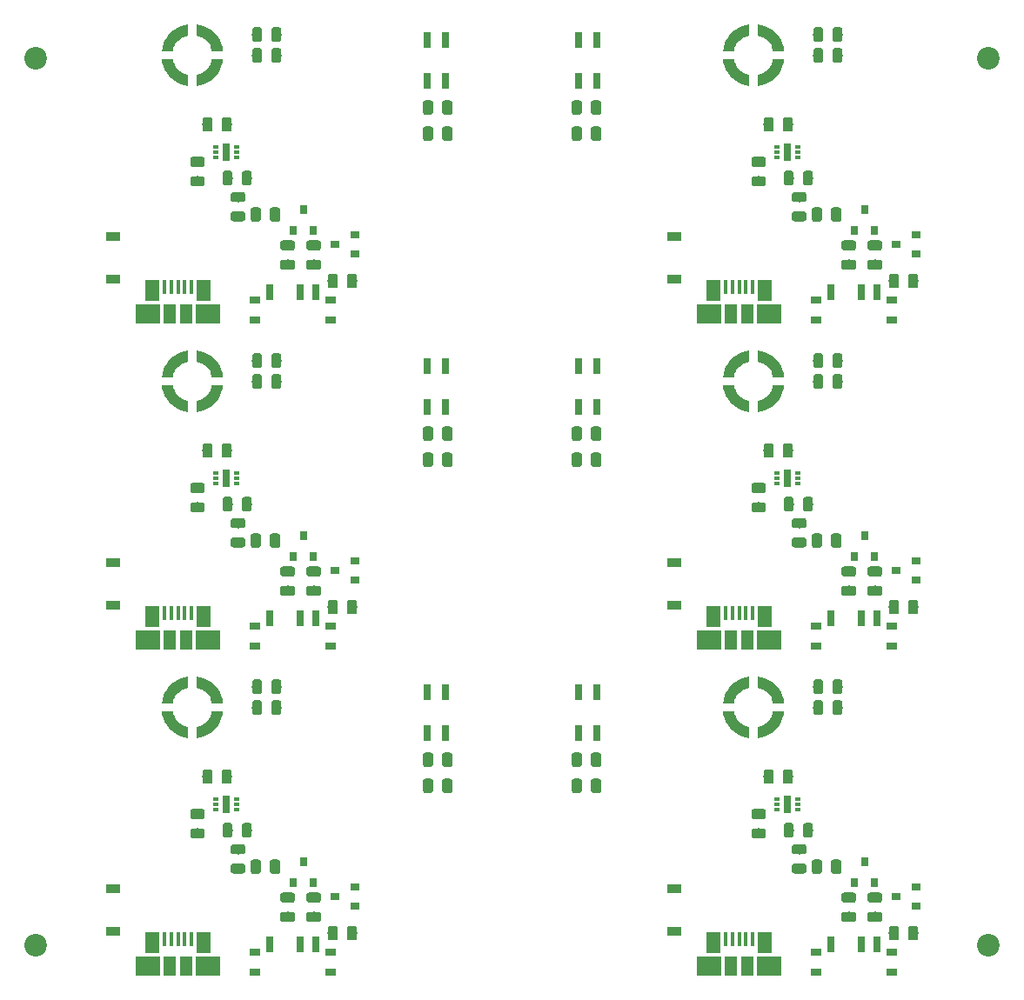
<source format=gbr>
G04 #@! TF.GenerationSoftware,KiCad,Pcbnew,(5.1.2)-2*
G04 #@! TF.CreationDate,2021-03-31T16:43:33-04:00*
G04 #@! TF.ProjectId,MicroMod_tinycar_panelized,4d696372-6f4d-46f6-945f-74696e796361,rev?*
G04 #@! TF.SameCoordinates,Original*
G04 #@! TF.FileFunction,Paste,Top*
G04 #@! TF.FilePolarity,Positive*
%FSLAX46Y46*%
G04 Gerber Fmt 4.6, Leading zero omitted, Abs format (unit mm)*
G04 Created by KiCad (PCBNEW (5.1.2)-2) date 2021-03-31 16:43:33*
%MOMM*%
%LPD*%
G04 APERTURE LIST*
%ADD10C,0.100000*%
%ADD11C,2.200000*%
%ADD12C,0.975000*%
%ADD13R,0.800000X0.900000*%
%ADD14R,0.900000X0.800000*%
%ADD15R,1.175000X1.900000*%
%ADD16R,2.375000X1.900000*%
%ADD17R,1.475000X2.100000*%
%ADD18R,0.450000X1.380000*%
%ADD19R,0.609600X0.304800*%
%ADD20R,0.660400X1.651000*%
%ADD21R,1.400000X0.950000*%
%ADD22R,0.700000X1.500000*%
%ADD23R,1.000000X0.800000*%
%ADD24R,0.690000X1.570000*%
G04 APERTURE END LIST*
D10*
G36*
X171217540Y-106397980D02*
G01*
X171217539Y-106397980D01*
X171494979Y-106459927D01*
X171758834Y-106565715D01*
X172002224Y-106712587D01*
X172218806Y-106896713D01*
X172402933Y-107113295D01*
X172549805Y-107356686D01*
X172717540Y-107897980D01*
X173817540Y-107897980D01*
X173817540Y-107897982D01*
X173753613Y-107543459D01*
X173647223Y-107199288D01*
X173499937Y-106870533D01*
X173313922Y-106562034D01*
X173091916Y-106278333D01*
X172837188Y-106023605D01*
X172553487Y-105801599D01*
X172244989Y-105615584D01*
X171916234Y-105468297D01*
X171572062Y-105361907D01*
X171217540Y-105297980D01*
X171217540Y-106397980D01*
G37*
G36*
X168917540Y-107897980D02*
G01*
X168917540Y-107897981D01*
X168979487Y-107620541D01*
X169085275Y-107356686D01*
X169232147Y-107113296D01*
X169416273Y-106896714D01*
X169632855Y-106712587D01*
X169876246Y-106565715D01*
X170140100Y-106459927D01*
X170417540Y-106397980D01*
X170417540Y-105297980D01*
X170417542Y-105297980D01*
X170063019Y-105361907D01*
X169718848Y-105468297D01*
X169390093Y-105615583D01*
X169081594Y-105801598D01*
X168797893Y-106023604D01*
X168543165Y-106278332D01*
X168321159Y-106562033D01*
X168135144Y-106870531D01*
X167987857Y-107199286D01*
X167817540Y-107897980D01*
X168917540Y-107897980D01*
G37*
G36*
X170417540Y-110197980D02*
G01*
X170417541Y-110197980D01*
X170140101Y-110136033D01*
X169876246Y-110030245D01*
X169632856Y-109883373D01*
X169416274Y-109699247D01*
X169232147Y-109482665D01*
X169085275Y-109239274D01*
X168979487Y-108975420D01*
X168917540Y-108697980D01*
X167817540Y-108697980D01*
X167817540Y-108697978D01*
X167881467Y-109052501D01*
X167987857Y-109396672D01*
X168135143Y-109725427D01*
X168321158Y-110033926D01*
X168543164Y-110317627D01*
X168797892Y-110572355D01*
X169081593Y-110794361D01*
X169390091Y-110980376D01*
X169718846Y-111127663D01*
X170417540Y-111297980D01*
X170417540Y-110197980D01*
G37*
G36*
X172717540Y-108697980D02*
G01*
X172717540Y-108697979D01*
X172655593Y-108975419D01*
X172549805Y-109239274D01*
X172402933Y-109482664D01*
X172218807Y-109699246D01*
X172002225Y-109883373D01*
X171758834Y-110030245D01*
X171217540Y-110197980D01*
X171217540Y-111297980D01*
X171217538Y-111297980D01*
X171572061Y-111234053D01*
X171916232Y-111127663D01*
X172244987Y-110980377D01*
X172553486Y-110794362D01*
X172837187Y-110572356D01*
X173091915Y-110317628D01*
X173313921Y-110033927D01*
X173499936Y-109725429D01*
X173647223Y-109396674D01*
X173753613Y-109052502D01*
X173817540Y-108697980D01*
X172717540Y-108697980D01*
G37*
G36*
X171217540Y-74647980D02*
G01*
X171217539Y-74647980D01*
X171494979Y-74709927D01*
X171758834Y-74815715D01*
X172002224Y-74962587D01*
X172218806Y-75146713D01*
X172402933Y-75363295D01*
X172549805Y-75606686D01*
X172717540Y-76147980D01*
X173817540Y-76147980D01*
X173817540Y-76147982D01*
X173753613Y-75793459D01*
X173647223Y-75449288D01*
X173499937Y-75120533D01*
X173313922Y-74812034D01*
X173091916Y-74528333D01*
X172837188Y-74273605D01*
X172553487Y-74051599D01*
X172244989Y-73865584D01*
X171916234Y-73718297D01*
X171572062Y-73611907D01*
X171217540Y-73547980D01*
X171217540Y-74647980D01*
G37*
G36*
X168917540Y-76147980D02*
G01*
X168917540Y-76147981D01*
X168979487Y-75870541D01*
X169085275Y-75606686D01*
X169232147Y-75363296D01*
X169416273Y-75146714D01*
X169632855Y-74962587D01*
X169876246Y-74815715D01*
X170140100Y-74709927D01*
X170417540Y-74647980D01*
X170417540Y-73547980D01*
X170417542Y-73547980D01*
X170063019Y-73611907D01*
X169718848Y-73718297D01*
X169390093Y-73865583D01*
X169081594Y-74051598D01*
X168797893Y-74273604D01*
X168543165Y-74528332D01*
X168321159Y-74812033D01*
X168135144Y-75120531D01*
X167987857Y-75449286D01*
X167817540Y-76147980D01*
X168917540Y-76147980D01*
G37*
G36*
X170417540Y-78447980D02*
G01*
X170417541Y-78447980D01*
X170140101Y-78386033D01*
X169876246Y-78280245D01*
X169632856Y-78133373D01*
X169416274Y-77949247D01*
X169232147Y-77732665D01*
X169085275Y-77489274D01*
X168979487Y-77225420D01*
X168917540Y-76947980D01*
X167817540Y-76947980D01*
X167817540Y-76947978D01*
X167881467Y-77302501D01*
X167987857Y-77646672D01*
X168135143Y-77975427D01*
X168321158Y-78283926D01*
X168543164Y-78567627D01*
X168797892Y-78822355D01*
X169081593Y-79044361D01*
X169390091Y-79230376D01*
X169718846Y-79377663D01*
X170417540Y-79547980D01*
X170417540Y-78447980D01*
G37*
G36*
X172717540Y-76947980D02*
G01*
X172717540Y-76947979D01*
X172655593Y-77225419D01*
X172549805Y-77489274D01*
X172402933Y-77732664D01*
X172218807Y-77949246D01*
X172002225Y-78133373D01*
X171758834Y-78280245D01*
X171217540Y-78447980D01*
X171217540Y-79547980D01*
X171217538Y-79547980D01*
X171572061Y-79484053D01*
X171916232Y-79377663D01*
X172244987Y-79230377D01*
X172553486Y-79044362D01*
X172837187Y-78822356D01*
X173091915Y-78567628D01*
X173313921Y-78283927D01*
X173499936Y-77975429D01*
X173647223Y-77646674D01*
X173753613Y-77302502D01*
X173817540Y-76947980D01*
X172717540Y-76947980D01*
G37*
G36*
X171217540Y-42897980D02*
G01*
X171217539Y-42897980D01*
X171494979Y-42959927D01*
X171758834Y-43065715D01*
X172002224Y-43212587D01*
X172218806Y-43396713D01*
X172402933Y-43613295D01*
X172549805Y-43856686D01*
X172717540Y-44397980D01*
X173817540Y-44397980D01*
X173817540Y-44397982D01*
X173753613Y-44043459D01*
X173647223Y-43699288D01*
X173499937Y-43370533D01*
X173313922Y-43062034D01*
X173091916Y-42778333D01*
X172837188Y-42523605D01*
X172553487Y-42301599D01*
X172244989Y-42115584D01*
X171916234Y-41968297D01*
X171572062Y-41861907D01*
X171217540Y-41797980D01*
X171217540Y-42897980D01*
G37*
G36*
X168917540Y-44397980D02*
G01*
X168917540Y-44397981D01*
X168979487Y-44120541D01*
X169085275Y-43856686D01*
X169232147Y-43613296D01*
X169416273Y-43396714D01*
X169632855Y-43212587D01*
X169876246Y-43065715D01*
X170140100Y-42959927D01*
X170417540Y-42897980D01*
X170417540Y-41797980D01*
X170417542Y-41797980D01*
X170063019Y-41861907D01*
X169718848Y-41968297D01*
X169390093Y-42115583D01*
X169081594Y-42301598D01*
X168797893Y-42523604D01*
X168543165Y-42778332D01*
X168321159Y-43062033D01*
X168135144Y-43370531D01*
X167987857Y-43699286D01*
X167817540Y-44397980D01*
X168917540Y-44397980D01*
G37*
G36*
X170417540Y-46697980D02*
G01*
X170417541Y-46697980D01*
X170140101Y-46636033D01*
X169876246Y-46530245D01*
X169632856Y-46383373D01*
X169416274Y-46199247D01*
X169232147Y-45982665D01*
X169085275Y-45739274D01*
X168979487Y-45475420D01*
X168917540Y-45197980D01*
X167817540Y-45197980D01*
X167817540Y-45197978D01*
X167881467Y-45552501D01*
X167987857Y-45896672D01*
X168135143Y-46225427D01*
X168321158Y-46533926D01*
X168543164Y-46817627D01*
X168797892Y-47072355D01*
X169081593Y-47294361D01*
X169390091Y-47480376D01*
X169718846Y-47627663D01*
X170417540Y-47797980D01*
X170417540Y-46697980D01*
G37*
G36*
X172717540Y-45197980D02*
G01*
X172717540Y-45197979D01*
X172655593Y-45475419D01*
X172549805Y-45739274D01*
X172402933Y-45982664D01*
X172218807Y-46199246D01*
X172002225Y-46383373D01*
X171758834Y-46530245D01*
X171217540Y-46697980D01*
X171217540Y-47797980D01*
X171217538Y-47797980D01*
X171572061Y-47734053D01*
X171916232Y-47627663D01*
X172244987Y-47480377D01*
X172553486Y-47294362D01*
X172837187Y-47072356D01*
X173091915Y-46817628D01*
X173313921Y-46533927D01*
X173499936Y-46225429D01*
X173647223Y-45896674D01*
X173753613Y-45552502D01*
X173817540Y-45197980D01*
X172717540Y-45197980D01*
G37*
G36*
X116607540Y-106397980D02*
G01*
X116607539Y-106397980D01*
X116884979Y-106459927D01*
X117148834Y-106565715D01*
X117392224Y-106712587D01*
X117608806Y-106896713D01*
X117792933Y-107113295D01*
X117939805Y-107356686D01*
X118107540Y-107897980D01*
X119207540Y-107897980D01*
X119207540Y-107897982D01*
X119143613Y-107543459D01*
X119037223Y-107199288D01*
X118889937Y-106870533D01*
X118703922Y-106562034D01*
X118481916Y-106278333D01*
X118227188Y-106023605D01*
X117943487Y-105801599D01*
X117634989Y-105615584D01*
X117306234Y-105468297D01*
X116962062Y-105361907D01*
X116607540Y-105297980D01*
X116607540Y-106397980D01*
G37*
G36*
X114307540Y-107897980D02*
G01*
X114307540Y-107897981D01*
X114369487Y-107620541D01*
X114475275Y-107356686D01*
X114622147Y-107113296D01*
X114806273Y-106896714D01*
X115022855Y-106712587D01*
X115266246Y-106565715D01*
X115530100Y-106459927D01*
X115807540Y-106397980D01*
X115807540Y-105297980D01*
X115807542Y-105297980D01*
X115453019Y-105361907D01*
X115108848Y-105468297D01*
X114780093Y-105615583D01*
X114471594Y-105801598D01*
X114187893Y-106023604D01*
X113933165Y-106278332D01*
X113711159Y-106562033D01*
X113525144Y-106870531D01*
X113377857Y-107199286D01*
X113207540Y-107897980D01*
X114307540Y-107897980D01*
G37*
G36*
X115807540Y-110197980D02*
G01*
X115807541Y-110197980D01*
X115530101Y-110136033D01*
X115266246Y-110030245D01*
X115022856Y-109883373D01*
X114806274Y-109699247D01*
X114622147Y-109482665D01*
X114475275Y-109239274D01*
X114369487Y-108975420D01*
X114307540Y-108697980D01*
X113207540Y-108697980D01*
X113207540Y-108697978D01*
X113271467Y-109052501D01*
X113377857Y-109396672D01*
X113525143Y-109725427D01*
X113711158Y-110033926D01*
X113933164Y-110317627D01*
X114187892Y-110572355D01*
X114471593Y-110794361D01*
X114780091Y-110980376D01*
X115108846Y-111127663D01*
X115807540Y-111297980D01*
X115807540Y-110197980D01*
G37*
G36*
X118107540Y-108697980D02*
G01*
X118107540Y-108697979D01*
X118045593Y-108975419D01*
X117939805Y-109239274D01*
X117792933Y-109482664D01*
X117608807Y-109699246D01*
X117392225Y-109883373D01*
X117148834Y-110030245D01*
X116607540Y-110197980D01*
X116607540Y-111297980D01*
X116607538Y-111297980D01*
X116962061Y-111234053D01*
X117306232Y-111127663D01*
X117634987Y-110980377D01*
X117943486Y-110794362D01*
X118227187Y-110572356D01*
X118481915Y-110317628D01*
X118703921Y-110033927D01*
X118889936Y-109725429D01*
X119037223Y-109396674D01*
X119143613Y-109052502D01*
X119207540Y-108697980D01*
X118107540Y-108697980D01*
G37*
G36*
X116607540Y-74647980D02*
G01*
X116607539Y-74647980D01*
X116884979Y-74709927D01*
X117148834Y-74815715D01*
X117392224Y-74962587D01*
X117608806Y-75146713D01*
X117792933Y-75363295D01*
X117939805Y-75606686D01*
X118107540Y-76147980D01*
X119207540Y-76147980D01*
X119207540Y-76147982D01*
X119143613Y-75793459D01*
X119037223Y-75449288D01*
X118889937Y-75120533D01*
X118703922Y-74812034D01*
X118481916Y-74528333D01*
X118227188Y-74273605D01*
X117943487Y-74051599D01*
X117634989Y-73865584D01*
X117306234Y-73718297D01*
X116962062Y-73611907D01*
X116607540Y-73547980D01*
X116607540Y-74647980D01*
G37*
G36*
X114307540Y-76147980D02*
G01*
X114307540Y-76147981D01*
X114369487Y-75870541D01*
X114475275Y-75606686D01*
X114622147Y-75363296D01*
X114806273Y-75146714D01*
X115022855Y-74962587D01*
X115266246Y-74815715D01*
X115530100Y-74709927D01*
X115807540Y-74647980D01*
X115807540Y-73547980D01*
X115807542Y-73547980D01*
X115453019Y-73611907D01*
X115108848Y-73718297D01*
X114780093Y-73865583D01*
X114471594Y-74051598D01*
X114187893Y-74273604D01*
X113933165Y-74528332D01*
X113711159Y-74812033D01*
X113525144Y-75120531D01*
X113377857Y-75449286D01*
X113207540Y-76147980D01*
X114307540Y-76147980D01*
G37*
G36*
X115807540Y-78447980D02*
G01*
X115807541Y-78447980D01*
X115530101Y-78386033D01*
X115266246Y-78280245D01*
X115022856Y-78133373D01*
X114806274Y-77949247D01*
X114622147Y-77732665D01*
X114475275Y-77489274D01*
X114369487Y-77225420D01*
X114307540Y-76947980D01*
X113207540Y-76947980D01*
X113207540Y-76947978D01*
X113271467Y-77302501D01*
X113377857Y-77646672D01*
X113525143Y-77975427D01*
X113711158Y-78283926D01*
X113933164Y-78567627D01*
X114187892Y-78822355D01*
X114471593Y-79044361D01*
X114780091Y-79230376D01*
X115108846Y-79377663D01*
X115807540Y-79547980D01*
X115807540Y-78447980D01*
G37*
G36*
X118107540Y-76947980D02*
G01*
X118107540Y-76947979D01*
X118045593Y-77225419D01*
X117939805Y-77489274D01*
X117792933Y-77732664D01*
X117608807Y-77949246D01*
X117392225Y-78133373D01*
X117148834Y-78280245D01*
X116607540Y-78447980D01*
X116607540Y-79547980D01*
X116607538Y-79547980D01*
X116962061Y-79484053D01*
X117306232Y-79377663D01*
X117634987Y-79230377D01*
X117943486Y-79044362D01*
X118227187Y-78822356D01*
X118481915Y-78567628D01*
X118703921Y-78283927D01*
X118889936Y-77975429D01*
X119037223Y-77646674D01*
X119143613Y-77302502D01*
X119207540Y-76947980D01*
X118107540Y-76947980D01*
G37*
G36*
X116607540Y-42897980D02*
G01*
X116607539Y-42897980D01*
X116884979Y-42959927D01*
X117148834Y-43065715D01*
X117392224Y-43212587D01*
X117608806Y-43396713D01*
X117792933Y-43613295D01*
X117939805Y-43856686D01*
X118107540Y-44397980D01*
X119207540Y-44397980D01*
X119207540Y-44397982D01*
X119143613Y-44043459D01*
X119037223Y-43699288D01*
X118889937Y-43370533D01*
X118703922Y-43062034D01*
X118481916Y-42778333D01*
X118227188Y-42523605D01*
X117943487Y-42301599D01*
X117634989Y-42115584D01*
X117306234Y-41968297D01*
X116962062Y-41861907D01*
X116607540Y-41797980D01*
X116607540Y-42897980D01*
G37*
G36*
X114307540Y-44397980D02*
G01*
X114307540Y-44397981D01*
X114369487Y-44120541D01*
X114475275Y-43856686D01*
X114622147Y-43613296D01*
X114806273Y-43396714D01*
X115022855Y-43212587D01*
X115266246Y-43065715D01*
X115530100Y-42959927D01*
X115807540Y-42897980D01*
X115807540Y-41797980D01*
X115807542Y-41797980D01*
X115453019Y-41861907D01*
X115108848Y-41968297D01*
X114780093Y-42115583D01*
X114471594Y-42301598D01*
X114187893Y-42523604D01*
X113933165Y-42778332D01*
X113711159Y-43062033D01*
X113525144Y-43370531D01*
X113377857Y-43699286D01*
X113207540Y-44397980D01*
X114307540Y-44397980D01*
G37*
G36*
X115807540Y-46697980D02*
G01*
X115807541Y-46697980D01*
X115530101Y-46636033D01*
X115266246Y-46530245D01*
X115022856Y-46383373D01*
X114806274Y-46199247D01*
X114622147Y-45982665D01*
X114475275Y-45739274D01*
X114369487Y-45475420D01*
X114307540Y-45197980D01*
X113207540Y-45197980D01*
X113207540Y-45197978D01*
X113271467Y-45552501D01*
X113377857Y-45896672D01*
X113525143Y-46225427D01*
X113711158Y-46533926D01*
X113933164Y-46817627D01*
X114187892Y-47072355D01*
X114471593Y-47294361D01*
X114780091Y-47480376D01*
X115108846Y-47627663D01*
X115807540Y-47797980D01*
X115807540Y-46697980D01*
G37*
G36*
X118107540Y-45197980D02*
G01*
X118107540Y-45197979D01*
X118045593Y-45475419D01*
X117939805Y-45739274D01*
X117792933Y-45982664D01*
X117608807Y-46199246D01*
X117392225Y-46383373D01*
X117148834Y-46530245D01*
X116607540Y-46697980D01*
X116607540Y-47797980D01*
X116607538Y-47797980D01*
X116962061Y-47734053D01*
X117306232Y-47627663D01*
X117634987Y-47480377D01*
X117943486Y-47294362D01*
X118227187Y-47072356D01*
X118481915Y-46817628D01*
X118703921Y-46533927D01*
X118889936Y-46225429D01*
X119037223Y-45896674D01*
X119143613Y-45552502D01*
X119207540Y-45197980D01*
X118107540Y-45197980D01*
G37*
D11*
X100965000Y-45085000D03*
X100965000Y-131445000D03*
X193675000Y-131445000D03*
X193675000Y-45085000D03*
D10*
G36*
X186625142Y-129603174D02*
G01*
X186648803Y-129606684D01*
X186672007Y-129612496D01*
X186694529Y-129620554D01*
X186716153Y-129630782D01*
X186736670Y-129643079D01*
X186755883Y-129657329D01*
X186773607Y-129673393D01*
X186789671Y-129691117D01*
X186803921Y-129710330D01*
X186816218Y-129730847D01*
X186826446Y-129752471D01*
X186834504Y-129774993D01*
X186840316Y-129798197D01*
X186843826Y-129821858D01*
X186845000Y-129845750D01*
X186845000Y-130758250D01*
X186843826Y-130782142D01*
X186840316Y-130805803D01*
X186834504Y-130829007D01*
X186826446Y-130851529D01*
X186816218Y-130873153D01*
X186803921Y-130893670D01*
X186789671Y-130912883D01*
X186773607Y-130930607D01*
X186755883Y-130946671D01*
X186736670Y-130960921D01*
X186716153Y-130973218D01*
X186694529Y-130983446D01*
X186672007Y-130991504D01*
X186648803Y-130997316D01*
X186625142Y-131000826D01*
X186601250Y-131002000D01*
X186113750Y-131002000D01*
X186089858Y-131000826D01*
X186066197Y-130997316D01*
X186042993Y-130991504D01*
X186020471Y-130983446D01*
X185998847Y-130973218D01*
X185978330Y-130960921D01*
X185959117Y-130946671D01*
X185941393Y-130930607D01*
X185925329Y-130912883D01*
X185911079Y-130893670D01*
X185898782Y-130873153D01*
X185888554Y-130851529D01*
X185880496Y-130829007D01*
X185874684Y-130805803D01*
X185871174Y-130782142D01*
X185870000Y-130758250D01*
X185870000Y-129845750D01*
X185871174Y-129821858D01*
X185874684Y-129798197D01*
X185880496Y-129774993D01*
X185888554Y-129752471D01*
X185898782Y-129730847D01*
X185911079Y-129710330D01*
X185925329Y-129691117D01*
X185941393Y-129673393D01*
X185959117Y-129657329D01*
X185978330Y-129643079D01*
X185998847Y-129630782D01*
X186020471Y-129620554D01*
X186042993Y-129612496D01*
X186066197Y-129606684D01*
X186089858Y-129603174D01*
X186113750Y-129602000D01*
X186601250Y-129602000D01*
X186625142Y-129603174D01*
X186625142Y-129603174D01*
G37*
D12*
X186357500Y-130302000D03*
D10*
G36*
X184750142Y-129603174D02*
G01*
X184773803Y-129606684D01*
X184797007Y-129612496D01*
X184819529Y-129620554D01*
X184841153Y-129630782D01*
X184861670Y-129643079D01*
X184880883Y-129657329D01*
X184898607Y-129673393D01*
X184914671Y-129691117D01*
X184928921Y-129710330D01*
X184941218Y-129730847D01*
X184951446Y-129752471D01*
X184959504Y-129774993D01*
X184965316Y-129798197D01*
X184968826Y-129821858D01*
X184970000Y-129845750D01*
X184970000Y-130758250D01*
X184968826Y-130782142D01*
X184965316Y-130805803D01*
X184959504Y-130829007D01*
X184951446Y-130851529D01*
X184941218Y-130873153D01*
X184928921Y-130893670D01*
X184914671Y-130912883D01*
X184898607Y-130930607D01*
X184880883Y-130946671D01*
X184861670Y-130960921D01*
X184841153Y-130973218D01*
X184819529Y-130983446D01*
X184797007Y-130991504D01*
X184773803Y-130997316D01*
X184750142Y-131000826D01*
X184726250Y-131002000D01*
X184238750Y-131002000D01*
X184214858Y-131000826D01*
X184191197Y-130997316D01*
X184167993Y-130991504D01*
X184145471Y-130983446D01*
X184123847Y-130973218D01*
X184103330Y-130960921D01*
X184084117Y-130946671D01*
X184066393Y-130930607D01*
X184050329Y-130912883D01*
X184036079Y-130893670D01*
X184023782Y-130873153D01*
X184013554Y-130851529D01*
X184005496Y-130829007D01*
X183999684Y-130805803D01*
X183996174Y-130782142D01*
X183995000Y-130758250D01*
X183995000Y-129845750D01*
X183996174Y-129821858D01*
X183999684Y-129798197D01*
X184005496Y-129774993D01*
X184013554Y-129752471D01*
X184023782Y-129730847D01*
X184036079Y-129710330D01*
X184050329Y-129691117D01*
X184066393Y-129673393D01*
X184084117Y-129657329D01*
X184103330Y-129643079D01*
X184123847Y-129630782D01*
X184145471Y-129620554D01*
X184167993Y-129612496D01*
X184191197Y-129606684D01*
X184214858Y-129603174D01*
X184238750Y-129602000D01*
X184726250Y-129602000D01*
X184750142Y-129603174D01*
X184750142Y-129603174D01*
G37*
D12*
X184482500Y-130302000D03*
D10*
G36*
X174433142Y-114363174D02*
G01*
X174456803Y-114366684D01*
X174480007Y-114372496D01*
X174502529Y-114380554D01*
X174524153Y-114390782D01*
X174544670Y-114403079D01*
X174563883Y-114417329D01*
X174581607Y-114433393D01*
X174597671Y-114451117D01*
X174611921Y-114470330D01*
X174624218Y-114490847D01*
X174634446Y-114512471D01*
X174642504Y-114534993D01*
X174648316Y-114558197D01*
X174651826Y-114581858D01*
X174653000Y-114605750D01*
X174653000Y-115518250D01*
X174651826Y-115542142D01*
X174648316Y-115565803D01*
X174642504Y-115589007D01*
X174634446Y-115611529D01*
X174624218Y-115633153D01*
X174611921Y-115653670D01*
X174597671Y-115672883D01*
X174581607Y-115690607D01*
X174563883Y-115706671D01*
X174544670Y-115720921D01*
X174524153Y-115733218D01*
X174502529Y-115743446D01*
X174480007Y-115751504D01*
X174456803Y-115757316D01*
X174433142Y-115760826D01*
X174409250Y-115762000D01*
X173921750Y-115762000D01*
X173897858Y-115760826D01*
X173874197Y-115757316D01*
X173850993Y-115751504D01*
X173828471Y-115743446D01*
X173806847Y-115733218D01*
X173786330Y-115720921D01*
X173767117Y-115706671D01*
X173749393Y-115690607D01*
X173733329Y-115672883D01*
X173719079Y-115653670D01*
X173706782Y-115633153D01*
X173696554Y-115611529D01*
X173688496Y-115589007D01*
X173682684Y-115565803D01*
X173679174Y-115542142D01*
X173678000Y-115518250D01*
X173678000Y-114605750D01*
X173679174Y-114581858D01*
X173682684Y-114558197D01*
X173688496Y-114534993D01*
X173696554Y-114512471D01*
X173706782Y-114490847D01*
X173719079Y-114470330D01*
X173733329Y-114451117D01*
X173749393Y-114433393D01*
X173767117Y-114417329D01*
X173786330Y-114403079D01*
X173806847Y-114390782D01*
X173828471Y-114380554D01*
X173850993Y-114372496D01*
X173874197Y-114366684D01*
X173897858Y-114363174D01*
X173921750Y-114362000D01*
X174409250Y-114362000D01*
X174433142Y-114363174D01*
X174433142Y-114363174D01*
G37*
D12*
X174165500Y-115062000D03*
D10*
G36*
X172558142Y-114363174D02*
G01*
X172581803Y-114366684D01*
X172605007Y-114372496D01*
X172627529Y-114380554D01*
X172649153Y-114390782D01*
X172669670Y-114403079D01*
X172688883Y-114417329D01*
X172706607Y-114433393D01*
X172722671Y-114451117D01*
X172736921Y-114470330D01*
X172749218Y-114490847D01*
X172759446Y-114512471D01*
X172767504Y-114534993D01*
X172773316Y-114558197D01*
X172776826Y-114581858D01*
X172778000Y-114605750D01*
X172778000Y-115518250D01*
X172776826Y-115542142D01*
X172773316Y-115565803D01*
X172767504Y-115589007D01*
X172759446Y-115611529D01*
X172749218Y-115633153D01*
X172736921Y-115653670D01*
X172722671Y-115672883D01*
X172706607Y-115690607D01*
X172688883Y-115706671D01*
X172669670Y-115720921D01*
X172649153Y-115733218D01*
X172627529Y-115743446D01*
X172605007Y-115751504D01*
X172581803Y-115757316D01*
X172558142Y-115760826D01*
X172534250Y-115762000D01*
X172046750Y-115762000D01*
X172022858Y-115760826D01*
X171999197Y-115757316D01*
X171975993Y-115751504D01*
X171953471Y-115743446D01*
X171931847Y-115733218D01*
X171911330Y-115720921D01*
X171892117Y-115706671D01*
X171874393Y-115690607D01*
X171858329Y-115672883D01*
X171844079Y-115653670D01*
X171831782Y-115633153D01*
X171821554Y-115611529D01*
X171813496Y-115589007D01*
X171807684Y-115565803D01*
X171804174Y-115542142D01*
X171803000Y-115518250D01*
X171803000Y-114605750D01*
X171804174Y-114581858D01*
X171807684Y-114558197D01*
X171813496Y-114534993D01*
X171821554Y-114512471D01*
X171831782Y-114490847D01*
X171844079Y-114470330D01*
X171858329Y-114451117D01*
X171874393Y-114433393D01*
X171892117Y-114417329D01*
X171911330Y-114403079D01*
X171931847Y-114390782D01*
X171953471Y-114380554D01*
X171975993Y-114372496D01*
X171999197Y-114366684D01*
X172022858Y-114363174D01*
X172046750Y-114362000D01*
X172534250Y-114362000D01*
X172558142Y-114363174D01*
X172558142Y-114363174D01*
G37*
D12*
X172290500Y-115062000D03*
D10*
G36*
X179132142Y-123126174D02*
G01*
X179155803Y-123129684D01*
X179179007Y-123135496D01*
X179201529Y-123143554D01*
X179223153Y-123153782D01*
X179243670Y-123166079D01*
X179262883Y-123180329D01*
X179280607Y-123196393D01*
X179296671Y-123214117D01*
X179310921Y-123233330D01*
X179323218Y-123253847D01*
X179333446Y-123275471D01*
X179341504Y-123297993D01*
X179347316Y-123321197D01*
X179350826Y-123344858D01*
X179352000Y-123368750D01*
X179352000Y-124281250D01*
X179350826Y-124305142D01*
X179347316Y-124328803D01*
X179341504Y-124352007D01*
X179333446Y-124374529D01*
X179323218Y-124396153D01*
X179310921Y-124416670D01*
X179296671Y-124435883D01*
X179280607Y-124453607D01*
X179262883Y-124469671D01*
X179243670Y-124483921D01*
X179223153Y-124496218D01*
X179201529Y-124506446D01*
X179179007Y-124514504D01*
X179155803Y-124520316D01*
X179132142Y-124523826D01*
X179108250Y-124525000D01*
X178620750Y-124525000D01*
X178596858Y-124523826D01*
X178573197Y-124520316D01*
X178549993Y-124514504D01*
X178527471Y-124506446D01*
X178505847Y-124496218D01*
X178485330Y-124483921D01*
X178466117Y-124469671D01*
X178448393Y-124453607D01*
X178432329Y-124435883D01*
X178418079Y-124416670D01*
X178405782Y-124396153D01*
X178395554Y-124374529D01*
X178387496Y-124352007D01*
X178381684Y-124328803D01*
X178378174Y-124305142D01*
X178377000Y-124281250D01*
X178377000Y-123368750D01*
X178378174Y-123344858D01*
X178381684Y-123321197D01*
X178387496Y-123297993D01*
X178395554Y-123275471D01*
X178405782Y-123253847D01*
X178418079Y-123233330D01*
X178432329Y-123214117D01*
X178448393Y-123196393D01*
X178466117Y-123180329D01*
X178485330Y-123166079D01*
X178505847Y-123153782D01*
X178527471Y-123143554D01*
X178549993Y-123135496D01*
X178573197Y-123129684D01*
X178596858Y-123126174D01*
X178620750Y-123125000D01*
X179108250Y-123125000D01*
X179132142Y-123126174D01*
X179132142Y-123126174D01*
G37*
D12*
X178864500Y-123825000D03*
D10*
G36*
X177257142Y-123126174D02*
G01*
X177280803Y-123129684D01*
X177304007Y-123135496D01*
X177326529Y-123143554D01*
X177348153Y-123153782D01*
X177368670Y-123166079D01*
X177387883Y-123180329D01*
X177405607Y-123196393D01*
X177421671Y-123214117D01*
X177435921Y-123233330D01*
X177448218Y-123253847D01*
X177458446Y-123275471D01*
X177466504Y-123297993D01*
X177472316Y-123321197D01*
X177475826Y-123344858D01*
X177477000Y-123368750D01*
X177477000Y-124281250D01*
X177475826Y-124305142D01*
X177472316Y-124328803D01*
X177466504Y-124352007D01*
X177458446Y-124374529D01*
X177448218Y-124396153D01*
X177435921Y-124416670D01*
X177421671Y-124435883D01*
X177405607Y-124453607D01*
X177387883Y-124469671D01*
X177368670Y-124483921D01*
X177348153Y-124496218D01*
X177326529Y-124506446D01*
X177304007Y-124514504D01*
X177280803Y-124520316D01*
X177257142Y-124523826D01*
X177233250Y-124525000D01*
X176745750Y-124525000D01*
X176721858Y-124523826D01*
X176698197Y-124520316D01*
X176674993Y-124514504D01*
X176652471Y-124506446D01*
X176630847Y-124496218D01*
X176610330Y-124483921D01*
X176591117Y-124469671D01*
X176573393Y-124453607D01*
X176557329Y-124435883D01*
X176543079Y-124416670D01*
X176530782Y-124396153D01*
X176520554Y-124374529D01*
X176512496Y-124352007D01*
X176506684Y-124328803D01*
X176503174Y-124305142D01*
X176502000Y-124281250D01*
X176502000Y-123368750D01*
X176503174Y-123344858D01*
X176506684Y-123321197D01*
X176512496Y-123297993D01*
X176520554Y-123275471D01*
X176530782Y-123253847D01*
X176543079Y-123233330D01*
X176557329Y-123214117D01*
X176573393Y-123196393D01*
X176591117Y-123180329D01*
X176610330Y-123166079D01*
X176630847Y-123153782D01*
X176652471Y-123143554D01*
X176674993Y-123135496D01*
X176698197Y-123129684D01*
X176721858Y-123126174D01*
X176745750Y-123125000D01*
X177233250Y-123125000D01*
X177257142Y-123126174D01*
X177257142Y-123126174D01*
G37*
D12*
X176989500Y-123825000D03*
D10*
G36*
X183106142Y-128213174D02*
G01*
X183129803Y-128216684D01*
X183153007Y-128222496D01*
X183175529Y-128230554D01*
X183197153Y-128240782D01*
X183217670Y-128253079D01*
X183236883Y-128267329D01*
X183254607Y-128283393D01*
X183270671Y-128301117D01*
X183284921Y-128320330D01*
X183297218Y-128340847D01*
X183307446Y-128362471D01*
X183315504Y-128384993D01*
X183321316Y-128408197D01*
X183324826Y-128431858D01*
X183326000Y-128455750D01*
X183326000Y-128943250D01*
X183324826Y-128967142D01*
X183321316Y-128990803D01*
X183315504Y-129014007D01*
X183307446Y-129036529D01*
X183297218Y-129058153D01*
X183284921Y-129078670D01*
X183270671Y-129097883D01*
X183254607Y-129115607D01*
X183236883Y-129131671D01*
X183217670Y-129145921D01*
X183197153Y-129158218D01*
X183175529Y-129168446D01*
X183153007Y-129176504D01*
X183129803Y-129182316D01*
X183106142Y-129185826D01*
X183082250Y-129187000D01*
X182169750Y-129187000D01*
X182145858Y-129185826D01*
X182122197Y-129182316D01*
X182098993Y-129176504D01*
X182076471Y-129168446D01*
X182054847Y-129158218D01*
X182034330Y-129145921D01*
X182015117Y-129131671D01*
X181997393Y-129115607D01*
X181981329Y-129097883D01*
X181967079Y-129078670D01*
X181954782Y-129058153D01*
X181944554Y-129036529D01*
X181936496Y-129014007D01*
X181930684Y-128990803D01*
X181927174Y-128967142D01*
X181926000Y-128943250D01*
X181926000Y-128455750D01*
X181927174Y-128431858D01*
X181930684Y-128408197D01*
X181936496Y-128384993D01*
X181944554Y-128362471D01*
X181954782Y-128340847D01*
X181967079Y-128320330D01*
X181981329Y-128301117D01*
X181997393Y-128283393D01*
X182015117Y-128267329D01*
X182034330Y-128253079D01*
X182054847Y-128240782D01*
X182076471Y-128230554D01*
X182098993Y-128222496D01*
X182122197Y-128216684D01*
X182145858Y-128213174D01*
X182169750Y-128212000D01*
X183082250Y-128212000D01*
X183106142Y-128213174D01*
X183106142Y-128213174D01*
G37*
D12*
X182626000Y-128699500D03*
D10*
G36*
X183106142Y-126338174D02*
G01*
X183129803Y-126341684D01*
X183153007Y-126347496D01*
X183175529Y-126355554D01*
X183197153Y-126365782D01*
X183217670Y-126378079D01*
X183236883Y-126392329D01*
X183254607Y-126408393D01*
X183270671Y-126426117D01*
X183284921Y-126445330D01*
X183297218Y-126465847D01*
X183307446Y-126487471D01*
X183315504Y-126509993D01*
X183321316Y-126533197D01*
X183324826Y-126556858D01*
X183326000Y-126580750D01*
X183326000Y-127068250D01*
X183324826Y-127092142D01*
X183321316Y-127115803D01*
X183315504Y-127139007D01*
X183307446Y-127161529D01*
X183297218Y-127183153D01*
X183284921Y-127203670D01*
X183270671Y-127222883D01*
X183254607Y-127240607D01*
X183236883Y-127256671D01*
X183217670Y-127270921D01*
X183197153Y-127283218D01*
X183175529Y-127293446D01*
X183153007Y-127301504D01*
X183129803Y-127307316D01*
X183106142Y-127310826D01*
X183082250Y-127312000D01*
X182169750Y-127312000D01*
X182145858Y-127310826D01*
X182122197Y-127307316D01*
X182098993Y-127301504D01*
X182076471Y-127293446D01*
X182054847Y-127283218D01*
X182034330Y-127270921D01*
X182015117Y-127256671D01*
X181997393Y-127240607D01*
X181981329Y-127222883D01*
X181967079Y-127203670D01*
X181954782Y-127183153D01*
X181944554Y-127161529D01*
X181936496Y-127139007D01*
X181930684Y-127115803D01*
X181927174Y-127092142D01*
X181926000Y-127068250D01*
X181926000Y-126580750D01*
X181927174Y-126556858D01*
X181930684Y-126533197D01*
X181936496Y-126509993D01*
X181944554Y-126487471D01*
X181954782Y-126465847D01*
X181967079Y-126445330D01*
X181981329Y-126426117D01*
X181997393Y-126408393D01*
X182015117Y-126392329D01*
X182034330Y-126378079D01*
X182054847Y-126365782D01*
X182076471Y-126355554D01*
X182098993Y-126347496D01*
X182122197Y-126341684D01*
X182145858Y-126338174D01*
X182169750Y-126337000D01*
X183082250Y-126337000D01*
X183106142Y-126338174D01*
X183106142Y-126338174D01*
G37*
D12*
X182626000Y-126824500D03*
D10*
G36*
X174511642Y-119570174D02*
G01*
X174535303Y-119573684D01*
X174558507Y-119579496D01*
X174581029Y-119587554D01*
X174602653Y-119597782D01*
X174623170Y-119610079D01*
X174642383Y-119624329D01*
X174660107Y-119640393D01*
X174676171Y-119658117D01*
X174690421Y-119677330D01*
X174702718Y-119697847D01*
X174712946Y-119719471D01*
X174721004Y-119741993D01*
X174726816Y-119765197D01*
X174730326Y-119788858D01*
X174731500Y-119812750D01*
X174731500Y-120725250D01*
X174730326Y-120749142D01*
X174726816Y-120772803D01*
X174721004Y-120796007D01*
X174712946Y-120818529D01*
X174702718Y-120840153D01*
X174690421Y-120860670D01*
X174676171Y-120879883D01*
X174660107Y-120897607D01*
X174642383Y-120913671D01*
X174623170Y-120927921D01*
X174602653Y-120940218D01*
X174581029Y-120950446D01*
X174558507Y-120958504D01*
X174535303Y-120964316D01*
X174511642Y-120967826D01*
X174487750Y-120969000D01*
X174000250Y-120969000D01*
X173976358Y-120967826D01*
X173952697Y-120964316D01*
X173929493Y-120958504D01*
X173906971Y-120950446D01*
X173885347Y-120940218D01*
X173864830Y-120927921D01*
X173845617Y-120913671D01*
X173827893Y-120897607D01*
X173811829Y-120879883D01*
X173797579Y-120860670D01*
X173785282Y-120840153D01*
X173775054Y-120818529D01*
X173766996Y-120796007D01*
X173761184Y-120772803D01*
X173757674Y-120749142D01*
X173756500Y-120725250D01*
X173756500Y-119812750D01*
X173757674Y-119788858D01*
X173761184Y-119765197D01*
X173766996Y-119741993D01*
X173775054Y-119719471D01*
X173785282Y-119697847D01*
X173797579Y-119677330D01*
X173811829Y-119658117D01*
X173827893Y-119640393D01*
X173845617Y-119624329D01*
X173864830Y-119610079D01*
X173885347Y-119597782D01*
X173906971Y-119587554D01*
X173929493Y-119579496D01*
X173952697Y-119573684D01*
X173976358Y-119570174D01*
X174000250Y-119569000D01*
X174487750Y-119569000D01*
X174511642Y-119570174D01*
X174511642Y-119570174D01*
G37*
D12*
X174244000Y-120269000D03*
D10*
G36*
X176386642Y-119570174D02*
G01*
X176410303Y-119573684D01*
X176433507Y-119579496D01*
X176456029Y-119587554D01*
X176477653Y-119597782D01*
X176498170Y-119610079D01*
X176517383Y-119624329D01*
X176535107Y-119640393D01*
X176551171Y-119658117D01*
X176565421Y-119677330D01*
X176577718Y-119697847D01*
X176587946Y-119719471D01*
X176596004Y-119741993D01*
X176601816Y-119765197D01*
X176605326Y-119788858D01*
X176606500Y-119812750D01*
X176606500Y-120725250D01*
X176605326Y-120749142D01*
X176601816Y-120772803D01*
X176596004Y-120796007D01*
X176587946Y-120818529D01*
X176577718Y-120840153D01*
X176565421Y-120860670D01*
X176551171Y-120879883D01*
X176535107Y-120897607D01*
X176517383Y-120913671D01*
X176498170Y-120927921D01*
X176477653Y-120940218D01*
X176456029Y-120950446D01*
X176433507Y-120958504D01*
X176410303Y-120964316D01*
X176386642Y-120967826D01*
X176362750Y-120969000D01*
X175875250Y-120969000D01*
X175851358Y-120967826D01*
X175827697Y-120964316D01*
X175804493Y-120958504D01*
X175781971Y-120950446D01*
X175760347Y-120940218D01*
X175739830Y-120927921D01*
X175720617Y-120913671D01*
X175702893Y-120897607D01*
X175686829Y-120879883D01*
X175672579Y-120860670D01*
X175660282Y-120840153D01*
X175650054Y-120818529D01*
X175641996Y-120796007D01*
X175636184Y-120772803D01*
X175632674Y-120749142D01*
X175631500Y-120725250D01*
X175631500Y-119812750D01*
X175632674Y-119788858D01*
X175636184Y-119765197D01*
X175641996Y-119741993D01*
X175650054Y-119719471D01*
X175660282Y-119697847D01*
X175672579Y-119677330D01*
X175686829Y-119658117D01*
X175702893Y-119640393D01*
X175720617Y-119624329D01*
X175739830Y-119610079D01*
X175760347Y-119597782D01*
X175781971Y-119587554D01*
X175804493Y-119579496D01*
X175827697Y-119573684D01*
X175851358Y-119570174D01*
X175875250Y-119569000D01*
X176362750Y-119569000D01*
X176386642Y-119570174D01*
X176386642Y-119570174D01*
G37*
D12*
X176119000Y-120269000D03*
D10*
G36*
X177384142Y-105600174D02*
G01*
X177407803Y-105603684D01*
X177431007Y-105609496D01*
X177453529Y-105617554D01*
X177475153Y-105627782D01*
X177495670Y-105640079D01*
X177514883Y-105654329D01*
X177532607Y-105670393D01*
X177548671Y-105688117D01*
X177562921Y-105707330D01*
X177575218Y-105727847D01*
X177585446Y-105749471D01*
X177593504Y-105771993D01*
X177599316Y-105795197D01*
X177602826Y-105818858D01*
X177604000Y-105842750D01*
X177604000Y-106755250D01*
X177602826Y-106779142D01*
X177599316Y-106802803D01*
X177593504Y-106826007D01*
X177585446Y-106848529D01*
X177575218Y-106870153D01*
X177562921Y-106890670D01*
X177548671Y-106909883D01*
X177532607Y-106927607D01*
X177514883Y-106943671D01*
X177495670Y-106957921D01*
X177475153Y-106970218D01*
X177453529Y-106980446D01*
X177431007Y-106988504D01*
X177407803Y-106994316D01*
X177384142Y-106997826D01*
X177360250Y-106999000D01*
X176872750Y-106999000D01*
X176848858Y-106997826D01*
X176825197Y-106994316D01*
X176801993Y-106988504D01*
X176779471Y-106980446D01*
X176757847Y-106970218D01*
X176737330Y-106957921D01*
X176718117Y-106943671D01*
X176700393Y-106927607D01*
X176684329Y-106909883D01*
X176670079Y-106890670D01*
X176657782Y-106870153D01*
X176647554Y-106848529D01*
X176639496Y-106826007D01*
X176633684Y-106802803D01*
X176630174Y-106779142D01*
X176629000Y-106755250D01*
X176629000Y-105842750D01*
X176630174Y-105818858D01*
X176633684Y-105795197D01*
X176639496Y-105771993D01*
X176647554Y-105749471D01*
X176657782Y-105727847D01*
X176670079Y-105707330D01*
X176684329Y-105688117D01*
X176700393Y-105670393D01*
X176718117Y-105654329D01*
X176737330Y-105640079D01*
X176757847Y-105627782D01*
X176779471Y-105617554D01*
X176801993Y-105609496D01*
X176825197Y-105603684D01*
X176848858Y-105600174D01*
X176872750Y-105599000D01*
X177360250Y-105599000D01*
X177384142Y-105600174D01*
X177384142Y-105600174D01*
G37*
D12*
X177116500Y-106299000D03*
D10*
G36*
X179259142Y-105600174D02*
G01*
X179282803Y-105603684D01*
X179306007Y-105609496D01*
X179328529Y-105617554D01*
X179350153Y-105627782D01*
X179370670Y-105640079D01*
X179389883Y-105654329D01*
X179407607Y-105670393D01*
X179423671Y-105688117D01*
X179437921Y-105707330D01*
X179450218Y-105727847D01*
X179460446Y-105749471D01*
X179468504Y-105771993D01*
X179474316Y-105795197D01*
X179477826Y-105818858D01*
X179479000Y-105842750D01*
X179479000Y-106755250D01*
X179477826Y-106779142D01*
X179474316Y-106802803D01*
X179468504Y-106826007D01*
X179460446Y-106848529D01*
X179450218Y-106870153D01*
X179437921Y-106890670D01*
X179423671Y-106909883D01*
X179407607Y-106927607D01*
X179389883Y-106943671D01*
X179370670Y-106957921D01*
X179350153Y-106970218D01*
X179328529Y-106980446D01*
X179306007Y-106988504D01*
X179282803Y-106994316D01*
X179259142Y-106997826D01*
X179235250Y-106999000D01*
X178747750Y-106999000D01*
X178723858Y-106997826D01*
X178700197Y-106994316D01*
X178676993Y-106988504D01*
X178654471Y-106980446D01*
X178632847Y-106970218D01*
X178612330Y-106957921D01*
X178593117Y-106943671D01*
X178575393Y-106927607D01*
X178559329Y-106909883D01*
X178545079Y-106890670D01*
X178532782Y-106870153D01*
X178522554Y-106848529D01*
X178514496Y-106826007D01*
X178508684Y-106802803D01*
X178505174Y-106779142D01*
X178504000Y-106755250D01*
X178504000Y-105842750D01*
X178505174Y-105818858D01*
X178508684Y-105795197D01*
X178514496Y-105771993D01*
X178522554Y-105749471D01*
X178532782Y-105727847D01*
X178545079Y-105707330D01*
X178559329Y-105688117D01*
X178575393Y-105670393D01*
X178593117Y-105654329D01*
X178612330Y-105640079D01*
X178632847Y-105627782D01*
X178654471Y-105617554D01*
X178676993Y-105609496D01*
X178700197Y-105603684D01*
X178723858Y-105600174D01*
X178747750Y-105599000D01*
X179235250Y-105599000D01*
X179259142Y-105600174D01*
X179259142Y-105600174D01*
G37*
D12*
X178991500Y-106299000D03*
D10*
G36*
X180566142Y-126338174D02*
G01*
X180589803Y-126341684D01*
X180613007Y-126347496D01*
X180635529Y-126355554D01*
X180657153Y-126365782D01*
X180677670Y-126378079D01*
X180696883Y-126392329D01*
X180714607Y-126408393D01*
X180730671Y-126426117D01*
X180744921Y-126445330D01*
X180757218Y-126465847D01*
X180767446Y-126487471D01*
X180775504Y-126509993D01*
X180781316Y-126533197D01*
X180784826Y-126556858D01*
X180786000Y-126580750D01*
X180786000Y-127068250D01*
X180784826Y-127092142D01*
X180781316Y-127115803D01*
X180775504Y-127139007D01*
X180767446Y-127161529D01*
X180757218Y-127183153D01*
X180744921Y-127203670D01*
X180730671Y-127222883D01*
X180714607Y-127240607D01*
X180696883Y-127256671D01*
X180677670Y-127270921D01*
X180657153Y-127283218D01*
X180635529Y-127293446D01*
X180613007Y-127301504D01*
X180589803Y-127307316D01*
X180566142Y-127310826D01*
X180542250Y-127312000D01*
X179629750Y-127312000D01*
X179605858Y-127310826D01*
X179582197Y-127307316D01*
X179558993Y-127301504D01*
X179536471Y-127293446D01*
X179514847Y-127283218D01*
X179494330Y-127270921D01*
X179475117Y-127256671D01*
X179457393Y-127240607D01*
X179441329Y-127222883D01*
X179427079Y-127203670D01*
X179414782Y-127183153D01*
X179404554Y-127161529D01*
X179396496Y-127139007D01*
X179390684Y-127115803D01*
X179387174Y-127092142D01*
X179386000Y-127068250D01*
X179386000Y-126580750D01*
X179387174Y-126556858D01*
X179390684Y-126533197D01*
X179396496Y-126509993D01*
X179404554Y-126487471D01*
X179414782Y-126465847D01*
X179427079Y-126445330D01*
X179441329Y-126426117D01*
X179457393Y-126408393D01*
X179475117Y-126392329D01*
X179494330Y-126378079D01*
X179514847Y-126365782D01*
X179536471Y-126355554D01*
X179558993Y-126347496D01*
X179582197Y-126341684D01*
X179605858Y-126338174D01*
X179629750Y-126337000D01*
X180542250Y-126337000D01*
X180566142Y-126338174D01*
X180566142Y-126338174D01*
G37*
D12*
X180086000Y-126824500D03*
D10*
G36*
X180566142Y-128213174D02*
G01*
X180589803Y-128216684D01*
X180613007Y-128222496D01*
X180635529Y-128230554D01*
X180657153Y-128240782D01*
X180677670Y-128253079D01*
X180696883Y-128267329D01*
X180714607Y-128283393D01*
X180730671Y-128301117D01*
X180744921Y-128320330D01*
X180757218Y-128340847D01*
X180767446Y-128362471D01*
X180775504Y-128384993D01*
X180781316Y-128408197D01*
X180784826Y-128431858D01*
X180786000Y-128455750D01*
X180786000Y-128943250D01*
X180784826Y-128967142D01*
X180781316Y-128990803D01*
X180775504Y-129014007D01*
X180767446Y-129036529D01*
X180757218Y-129058153D01*
X180744921Y-129078670D01*
X180730671Y-129097883D01*
X180714607Y-129115607D01*
X180696883Y-129131671D01*
X180677670Y-129145921D01*
X180657153Y-129158218D01*
X180635529Y-129168446D01*
X180613007Y-129176504D01*
X180589803Y-129182316D01*
X180566142Y-129185826D01*
X180542250Y-129187000D01*
X179629750Y-129187000D01*
X179605858Y-129185826D01*
X179582197Y-129182316D01*
X179558993Y-129176504D01*
X179536471Y-129168446D01*
X179514847Y-129158218D01*
X179494330Y-129145921D01*
X179475117Y-129131671D01*
X179457393Y-129115607D01*
X179441329Y-129097883D01*
X179427079Y-129078670D01*
X179414782Y-129058153D01*
X179404554Y-129036529D01*
X179396496Y-129014007D01*
X179390684Y-128990803D01*
X179387174Y-128967142D01*
X179386000Y-128943250D01*
X179386000Y-128455750D01*
X179387174Y-128431858D01*
X179390684Y-128408197D01*
X179396496Y-128384993D01*
X179404554Y-128362471D01*
X179414782Y-128340847D01*
X179427079Y-128320330D01*
X179441329Y-128301117D01*
X179457393Y-128283393D01*
X179475117Y-128267329D01*
X179494330Y-128253079D01*
X179514847Y-128240782D01*
X179536471Y-128230554D01*
X179558993Y-128222496D01*
X179582197Y-128216684D01*
X179605858Y-128213174D01*
X179629750Y-128212000D01*
X180542250Y-128212000D01*
X180566142Y-128213174D01*
X180566142Y-128213174D01*
G37*
D12*
X180086000Y-128699500D03*
D13*
X181610000Y-123349000D03*
X182560000Y-125349000D03*
X180660000Y-125349000D03*
D14*
X184674000Y-126746000D03*
X186674000Y-125796000D03*
X186674000Y-127696000D03*
D10*
G36*
X177384142Y-107632174D02*
G01*
X177407803Y-107635684D01*
X177431007Y-107641496D01*
X177453529Y-107649554D01*
X177475153Y-107659782D01*
X177495670Y-107672079D01*
X177514883Y-107686329D01*
X177532607Y-107702393D01*
X177548671Y-107720117D01*
X177562921Y-107739330D01*
X177575218Y-107759847D01*
X177585446Y-107781471D01*
X177593504Y-107803993D01*
X177599316Y-107827197D01*
X177602826Y-107850858D01*
X177604000Y-107874750D01*
X177604000Y-108787250D01*
X177602826Y-108811142D01*
X177599316Y-108834803D01*
X177593504Y-108858007D01*
X177585446Y-108880529D01*
X177575218Y-108902153D01*
X177562921Y-108922670D01*
X177548671Y-108941883D01*
X177532607Y-108959607D01*
X177514883Y-108975671D01*
X177495670Y-108989921D01*
X177475153Y-109002218D01*
X177453529Y-109012446D01*
X177431007Y-109020504D01*
X177407803Y-109026316D01*
X177384142Y-109029826D01*
X177360250Y-109031000D01*
X176872750Y-109031000D01*
X176848858Y-109029826D01*
X176825197Y-109026316D01*
X176801993Y-109020504D01*
X176779471Y-109012446D01*
X176757847Y-109002218D01*
X176737330Y-108989921D01*
X176718117Y-108975671D01*
X176700393Y-108959607D01*
X176684329Y-108941883D01*
X176670079Y-108922670D01*
X176657782Y-108902153D01*
X176647554Y-108880529D01*
X176639496Y-108858007D01*
X176633684Y-108834803D01*
X176630174Y-108811142D01*
X176629000Y-108787250D01*
X176629000Y-107874750D01*
X176630174Y-107850858D01*
X176633684Y-107827197D01*
X176639496Y-107803993D01*
X176647554Y-107781471D01*
X176657782Y-107759847D01*
X176670079Y-107739330D01*
X176684329Y-107720117D01*
X176700393Y-107702393D01*
X176718117Y-107686329D01*
X176737330Y-107672079D01*
X176757847Y-107659782D01*
X176779471Y-107649554D01*
X176801993Y-107641496D01*
X176825197Y-107635684D01*
X176848858Y-107632174D01*
X176872750Y-107631000D01*
X177360250Y-107631000D01*
X177384142Y-107632174D01*
X177384142Y-107632174D01*
G37*
D12*
X177116500Y-108331000D03*
D10*
G36*
X179259142Y-107632174D02*
G01*
X179282803Y-107635684D01*
X179306007Y-107641496D01*
X179328529Y-107649554D01*
X179350153Y-107659782D01*
X179370670Y-107672079D01*
X179389883Y-107686329D01*
X179407607Y-107702393D01*
X179423671Y-107720117D01*
X179437921Y-107739330D01*
X179450218Y-107759847D01*
X179460446Y-107781471D01*
X179468504Y-107803993D01*
X179474316Y-107827197D01*
X179477826Y-107850858D01*
X179479000Y-107874750D01*
X179479000Y-108787250D01*
X179477826Y-108811142D01*
X179474316Y-108834803D01*
X179468504Y-108858007D01*
X179460446Y-108880529D01*
X179450218Y-108902153D01*
X179437921Y-108922670D01*
X179423671Y-108941883D01*
X179407607Y-108959607D01*
X179389883Y-108975671D01*
X179370670Y-108989921D01*
X179350153Y-109002218D01*
X179328529Y-109012446D01*
X179306007Y-109020504D01*
X179282803Y-109026316D01*
X179259142Y-109029826D01*
X179235250Y-109031000D01*
X178747750Y-109031000D01*
X178723858Y-109029826D01*
X178700197Y-109026316D01*
X178676993Y-109020504D01*
X178654471Y-109012446D01*
X178632847Y-109002218D01*
X178612330Y-108989921D01*
X178593117Y-108975671D01*
X178575393Y-108959607D01*
X178559329Y-108941883D01*
X178545079Y-108922670D01*
X178532782Y-108902153D01*
X178522554Y-108880529D01*
X178514496Y-108858007D01*
X178508684Y-108834803D01*
X178505174Y-108811142D01*
X178504000Y-108787250D01*
X178504000Y-107874750D01*
X178505174Y-107850858D01*
X178508684Y-107827197D01*
X178514496Y-107803993D01*
X178522554Y-107781471D01*
X178532782Y-107759847D01*
X178545079Y-107739330D01*
X178559329Y-107720117D01*
X178575393Y-107702393D01*
X178593117Y-107686329D01*
X178612330Y-107672079D01*
X178632847Y-107659782D01*
X178654471Y-107649554D01*
X178676993Y-107641496D01*
X178700197Y-107635684D01*
X178723858Y-107632174D01*
X178747750Y-107631000D01*
X179235250Y-107631000D01*
X179259142Y-107632174D01*
X179259142Y-107632174D01*
G37*
D12*
X178991500Y-108331000D03*
D10*
G36*
X171803142Y-120085174D02*
G01*
X171826803Y-120088684D01*
X171850007Y-120094496D01*
X171872529Y-120102554D01*
X171894153Y-120112782D01*
X171914670Y-120125079D01*
X171933883Y-120139329D01*
X171951607Y-120155393D01*
X171967671Y-120173117D01*
X171981921Y-120192330D01*
X171994218Y-120212847D01*
X172004446Y-120234471D01*
X172012504Y-120256993D01*
X172018316Y-120280197D01*
X172021826Y-120303858D01*
X172023000Y-120327750D01*
X172023000Y-120815250D01*
X172021826Y-120839142D01*
X172018316Y-120862803D01*
X172012504Y-120886007D01*
X172004446Y-120908529D01*
X171994218Y-120930153D01*
X171981921Y-120950670D01*
X171967671Y-120969883D01*
X171951607Y-120987607D01*
X171933883Y-121003671D01*
X171914670Y-121017921D01*
X171894153Y-121030218D01*
X171872529Y-121040446D01*
X171850007Y-121048504D01*
X171826803Y-121054316D01*
X171803142Y-121057826D01*
X171779250Y-121059000D01*
X170866750Y-121059000D01*
X170842858Y-121057826D01*
X170819197Y-121054316D01*
X170795993Y-121048504D01*
X170773471Y-121040446D01*
X170751847Y-121030218D01*
X170731330Y-121017921D01*
X170712117Y-121003671D01*
X170694393Y-120987607D01*
X170678329Y-120969883D01*
X170664079Y-120950670D01*
X170651782Y-120930153D01*
X170641554Y-120908529D01*
X170633496Y-120886007D01*
X170627684Y-120862803D01*
X170624174Y-120839142D01*
X170623000Y-120815250D01*
X170623000Y-120327750D01*
X170624174Y-120303858D01*
X170627684Y-120280197D01*
X170633496Y-120256993D01*
X170641554Y-120234471D01*
X170651782Y-120212847D01*
X170664079Y-120192330D01*
X170678329Y-120173117D01*
X170694393Y-120155393D01*
X170712117Y-120139329D01*
X170731330Y-120125079D01*
X170751847Y-120112782D01*
X170773471Y-120102554D01*
X170795993Y-120094496D01*
X170819197Y-120088684D01*
X170842858Y-120085174D01*
X170866750Y-120084000D01*
X171779250Y-120084000D01*
X171803142Y-120085174D01*
X171803142Y-120085174D01*
G37*
D12*
X171323000Y-120571500D03*
D10*
G36*
X171803142Y-118210174D02*
G01*
X171826803Y-118213684D01*
X171850007Y-118219496D01*
X171872529Y-118227554D01*
X171894153Y-118237782D01*
X171914670Y-118250079D01*
X171933883Y-118264329D01*
X171951607Y-118280393D01*
X171967671Y-118298117D01*
X171981921Y-118317330D01*
X171994218Y-118337847D01*
X172004446Y-118359471D01*
X172012504Y-118381993D01*
X172018316Y-118405197D01*
X172021826Y-118428858D01*
X172023000Y-118452750D01*
X172023000Y-118940250D01*
X172021826Y-118964142D01*
X172018316Y-118987803D01*
X172012504Y-119011007D01*
X172004446Y-119033529D01*
X171994218Y-119055153D01*
X171981921Y-119075670D01*
X171967671Y-119094883D01*
X171951607Y-119112607D01*
X171933883Y-119128671D01*
X171914670Y-119142921D01*
X171894153Y-119155218D01*
X171872529Y-119165446D01*
X171850007Y-119173504D01*
X171826803Y-119179316D01*
X171803142Y-119182826D01*
X171779250Y-119184000D01*
X170866750Y-119184000D01*
X170842858Y-119182826D01*
X170819197Y-119179316D01*
X170795993Y-119173504D01*
X170773471Y-119165446D01*
X170751847Y-119155218D01*
X170731330Y-119142921D01*
X170712117Y-119128671D01*
X170694393Y-119112607D01*
X170678329Y-119094883D01*
X170664079Y-119075670D01*
X170651782Y-119055153D01*
X170641554Y-119033529D01*
X170633496Y-119011007D01*
X170627684Y-118987803D01*
X170624174Y-118964142D01*
X170623000Y-118940250D01*
X170623000Y-118452750D01*
X170624174Y-118428858D01*
X170627684Y-118405197D01*
X170633496Y-118381993D01*
X170641554Y-118359471D01*
X170651782Y-118337847D01*
X170664079Y-118317330D01*
X170678329Y-118298117D01*
X170694393Y-118280393D01*
X170712117Y-118264329D01*
X170731330Y-118250079D01*
X170751847Y-118237782D01*
X170773471Y-118227554D01*
X170795993Y-118219496D01*
X170819197Y-118213684D01*
X170842858Y-118210174D01*
X170866750Y-118209000D01*
X171779250Y-118209000D01*
X171803142Y-118210174D01*
X171803142Y-118210174D01*
G37*
D12*
X171323000Y-118696500D03*
D15*
X170258000Y-133534000D03*
X168578000Y-133534000D03*
D16*
X172328000Y-133534000D03*
X166508000Y-133534000D03*
D17*
X171880500Y-131234000D03*
X166955500Y-131234000D03*
D18*
X170718000Y-130874000D03*
X170068000Y-130874000D03*
X169418000Y-130874000D03*
X168768000Y-130874000D03*
X168118000Y-130874000D03*
D10*
G36*
X175740142Y-123514174D02*
G01*
X175763803Y-123517684D01*
X175787007Y-123523496D01*
X175809529Y-123531554D01*
X175831153Y-123541782D01*
X175851670Y-123554079D01*
X175870883Y-123568329D01*
X175888607Y-123584393D01*
X175904671Y-123602117D01*
X175918921Y-123621330D01*
X175931218Y-123641847D01*
X175941446Y-123663471D01*
X175949504Y-123685993D01*
X175955316Y-123709197D01*
X175958826Y-123732858D01*
X175960000Y-123756750D01*
X175960000Y-124244250D01*
X175958826Y-124268142D01*
X175955316Y-124291803D01*
X175949504Y-124315007D01*
X175941446Y-124337529D01*
X175931218Y-124359153D01*
X175918921Y-124379670D01*
X175904671Y-124398883D01*
X175888607Y-124416607D01*
X175870883Y-124432671D01*
X175851670Y-124446921D01*
X175831153Y-124459218D01*
X175809529Y-124469446D01*
X175787007Y-124477504D01*
X175763803Y-124483316D01*
X175740142Y-124486826D01*
X175716250Y-124488000D01*
X174803750Y-124488000D01*
X174779858Y-124486826D01*
X174756197Y-124483316D01*
X174732993Y-124477504D01*
X174710471Y-124469446D01*
X174688847Y-124459218D01*
X174668330Y-124446921D01*
X174649117Y-124432671D01*
X174631393Y-124416607D01*
X174615329Y-124398883D01*
X174601079Y-124379670D01*
X174588782Y-124359153D01*
X174578554Y-124337529D01*
X174570496Y-124315007D01*
X174564684Y-124291803D01*
X174561174Y-124268142D01*
X174560000Y-124244250D01*
X174560000Y-123756750D01*
X174561174Y-123732858D01*
X174564684Y-123709197D01*
X174570496Y-123685993D01*
X174578554Y-123663471D01*
X174588782Y-123641847D01*
X174601079Y-123621330D01*
X174615329Y-123602117D01*
X174631393Y-123584393D01*
X174649117Y-123568329D01*
X174668330Y-123554079D01*
X174688847Y-123541782D01*
X174710471Y-123531554D01*
X174732993Y-123523496D01*
X174756197Y-123517684D01*
X174779858Y-123514174D01*
X174803750Y-123513000D01*
X175716250Y-123513000D01*
X175740142Y-123514174D01*
X175740142Y-123514174D01*
G37*
D12*
X175260000Y-124000500D03*
D10*
G36*
X175740142Y-121639174D02*
G01*
X175763803Y-121642684D01*
X175787007Y-121648496D01*
X175809529Y-121656554D01*
X175831153Y-121666782D01*
X175851670Y-121679079D01*
X175870883Y-121693329D01*
X175888607Y-121709393D01*
X175904671Y-121727117D01*
X175918921Y-121746330D01*
X175931218Y-121766847D01*
X175941446Y-121788471D01*
X175949504Y-121810993D01*
X175955316Y-121834197D01*
X175958826Y-121857858D01*
X175960000Y-121881750D01*
X175960000Y-122369250D01*
X175958826Y-122393142D01*
X175955316Y-122416803D01*
X175949504Y-122440007D01*
X175941446Y-122462529D01*
X175931218Y-122484153D01*
X175918921Y-122504670D01*
X175904671Y-122523883D01*
X175888607Y-122541607D01*
X175870883Y-122557671D01*
X175851670Y-122571921D01*
X175831153Y-122584218D01*
X175809529Y-122594446D01*
X175787007Y-122602504D01*
X175763803Y-122608316D01*
X175740142Y-122611826D01*
X175716250Y-122613000D01*
X174803750Y-122613000D01*
X174779858Y-122611826D01*
X174756197Y-122608316D01*
X174732993Y-122602504D01*
X174710471Y-122594446D01*
X174688847Y-122584218D01*
X174668330Y-122571921D01*
X174649117Y-122557671D01*
X174631393Y-122541607D01*
X174615329Y-122523883D01*
X174601079Y-122504670D01*
X174588782Y-122484153D01*
X174578554Y-122462529D01*
X174570496Y-122440007D01*
X174564684Y-122416803D01*
X174561174Y-122393142D01*
X174560000Y-122369250D01*
X174560000Y-121881750D01*
X174561174Y-121857858D01*
X174564684Y-121834197D01*
X174570496Y-121810993D01*
X174578554Y-121788471D01*
X174588782Y-121766847D01*
X174601079Y-121746330D01*
X174615329Y-121727117D01*
X174631393Y-121709393D01*
X174649117Y-121693329D01*
X174668330Y-121679079D01*
X174688847Y-121666782D01*
X174710471Y-121656554D01*
X174732993Y-121648496D01*
X174756197Y-121642684D01*
X174779858Y-121639174D01*
X174803750Y-121638000D01*
X175716250Y-121638000D01*
X175740142Y-121639174D01*
X175740142Y-121639174D01*
G37*
D12*
X175260000Y-122125500D03*
D19*
X175117001Y-118228999D03*
X175117001Y-117729000D03*
X175117001Y-117229001D03*
X173116999Y-117229001D03*
X173116999Y-117729000D03*
X173116999Y-118228999D03*
D20*
X174117000Y-117729000D03*
D21*
X163068000Y-130091000D03*
X163068000Y-125941000D03*
D22*
X181344000Y-131346000D03*
X178344000Y-131346000D03*
X182844000Y-131346000D03*
D23*
X176944000Y-134061000D03*
X184244000Y-134061000D03*
X176944000Y-132131000D03*
X184244000Y-132131000D03*
D10*
G36*
X186625142Y-97853174D02*
G01*
X186648803Y-97856684D01*
X186672007Y-97862496D01*
X186694529Y-97870554D01*
X186716153Y-97880782D01*
X186736670Y-97893079D01*
X186755883Y-97907329D01*
X186773607Y-97923393D01*
X186789671Y-97941117D01*
X186803921Y-97960330D01*
X186816218Y-97980847D01*
X186826446Y-98002471D01*
X186834504Y-98024993D01*
X186840316Y-98048197D01*
X186843826Y-98071858D01*
X186845000Y-98095750D01*
X186845000Y-99008250D01*
X186843826Y-99032142D01*
X186840316Y-99055803D01*
X186834504Y-99079007D01*
X186826446Y-99101529D01*
X186816218Y-99123153D01*
X186803921Y-99143670D01*
X186789671Y-99162883D01*
X186773607Y-99180607D01*
X186755883Y-99196671D01*
X186736670Y-99210921D01*
X186716153Y-99223218D01*
X186694529Y-99233446D01*
X186672007Y-99241504D01*
X186648803Y-99247316D01*
X186625142Y-99250826D01*
X186601250Y-99252000D01*
X186113750Y-99252000D01*
X186089858Y-99250826D01*
X186066197Y-99247316D01*
X186042993Y-99241504D01*
X186020471Y-99233446D01*
X185998847Y-99223218D01*
X185978330Y-99210921D01*
X185959117Y-99196671D01*
X185941393Y-99180607D01*
X185925329Y-99162883D01*
X185911079Y-99143670D01*
X185898782Y-99123153D01*
X185888554Y-99101529D01*
X185880496Y-99079007D01*
X185874684Y-99055803D01*
X185871174Y-99032142D01*
X185870000Y-99008250D01*
X185870000Y-98095750D01*
X185871174Y-98071858D01*
X185874684Y-98048197D01*
X185880496Y-98024993D01*
X185888554Y-98002471D01*
X185898782Y-97980847D01*
X185911079Y-97960330D01*
X185925329Y-97941117D01*
X185941393Y-97923393D01*
X185959117Y-97907329D01*
X185978330Y-97893079D01*
X185998847Y-97880782D01*
X186020471Y-97870554D01*
X186042993Y-97862496D01*
X186066197Y-97856684D01*
X186089858Y-97853174D01*
X186113750Y-97852000D01*
X186601250Y-97852000D01*
X186625142Y-97853174D01*
X186625142Y-97853174D01*
G37*
D12*
X186357500Y-98552000D03*
D10*
G36*
X184750142Y-97853174D02*
G01*
X184773803Y-97856684D01*
X184797007Y-97862496D01*
X184819529Y-97870554D01*
X184841153Y-97880782D01*
X184861670Y-97893079D01*
X184880883Y-97907329D01*
X184898607Y-97923393D01*
X184914671Y-97941117D01*
X184928921Y-97960330D01*
X184941218Y-97980847D01*
X184951446Y-98002471D01*
X184959504Y-98024993D01*
X184965316Y-98048197D01*
X184968826Y-98071858D01*
X184970000Y-98095750D01*
X184970000Y-99008250D01*
X184968826Y-99032142D01*
X184965316Y-99055803D01*
X184959504Y-99079007D01*
X184951446Y-99101529D01*
X184941218Y-99123153D01*
X184928921Y-99143670D01*
X184914671Y-99162883D01*
X184898607Y-99180607D01*
X184880883Y-99196671D01*
X184861670Y-99210921D01*
X184841153Y-99223218D01*
X184819529Y-99233446D01*
X184797007Y-99241504D01*
X184773803Y-99247316D01*
X184750142Y-99250826D01*
X184726250Y-99252000D01*
X184238750Y-99252000D01*
X184214858Y-99250826D01*
X184191197Y-99247316D01*
X184167993Y-99241504D01*
X184145471Y-99233446D01*
X184123847Y-99223218D01*
X184103330Y-99210921D01*
X184084117Y-99196671D01*
X184066393Y-99180607D01*
X184050329Y-99162883D01*
X184036079Y-99143670D01*
X184023782Y-99123153D01*
X184013554Y-99101529D01*
X184005496Y-99079007D01*
X183999684Y-99055803D01*
X183996174Y-99032142D01*
X183995000Y-99008250D01*
X183995000Y-98095750D01*
X183996174Y-98071858D01*
X183999684Y-98048197D01*
X184005496Y-98024993D01*
X184013554Y-98002471D01*
X184023782Y-97980847D01*
X184036079Y-97960330D01*
X184050329Y-97941117D01*
X184066393Y-97923393D01*
X184084117Y-97907329D01*
X184103330Y-97893079D01*
X184123847Y-97880782D01*
X184145471Y-97870554D01*
X184167993Y-97862496D01*
X184191197Y-97856684D01*
X184214858Y-97853174D01*
X184238750Y-97852000D01*
X184726250Y-97852000D01*
X184750142Y-97853174D01*
X184750142Y-97853174D01*
G37*
D12*
X184482500Y-98552000D03*
D10*
G36*
X174433142Y-82613174D02*
G01*
X174456803Y-82616684D01*
X174480007Y-82622496D01*
X174502529Y-82630554D01*
X174524153Y-82640782D01*
X174544670Y-82653079D01*
X174563883Y-82667329D01*
X174581607Y-82683393D01*
X174597671Y-82701117D01*
X174611921Y-82720330D01*
X174624218Y-82740847D01*
X174634446Y-82762471D01*
X174642504Y-82784993D01*
X174648316Y-82808197D01*
X174651826Y-82831858D01*
X174653000Y-82855750D01*
X174653000Y-83768250D01*
X174651826Y-83792142D01*
X174648316Y-83815803D01*
X174642504Y-83839007D01*
X174634446Y-83861529D01*
X174624218Y-83883153D01*
X174611921Y-83903670D01*
X174597671Y-83922883D01*
X174581607Y-83940607D01*
X174563883Y-83956671D01*
X174544670Y-83970921D01*
X174524153Y-83983218D01*
X174502529Y-83993446D01*
X174480007Y-84001504D01*
X174456803Y-84007316D01*
X174433142Y-84010826D01*
X174409250Y-84012000D01*
X173921750Y-84012000D01*
X173897858Y-84010826D01*
X173874197Y-84007316D01*
X173850993Y-84001504D01*
X173828471Y-83993446D01*
X173806847Y-83983218D01*
X173786330Y-83970921D01*
X173767117Y-83956671D01*
X173749393Y-83940607D01*
X173733329Y-83922883D01*
X173719079Y-83903670D01*
X173706782Y-83883153D01*
X173696554Y-83861529D01*
X173688496Y-83839007D01*
X173682684Y-83815803D01*
X173679174Y-83792142D01*
X173678000Y-83768250D01*
X173678000Y-82855750D01*
X173679174Y-82831858D01*
X173682684Y-82808197D01*
X173688496Y-82784993D01*
X173696554Y-82762471D01*
X173706782Y-82740847D01*
X173719079Y-82720330D01*
X173733329Y-82701117D01*
X173749393Y-82683393D01*
X173767117Y-82667329D01*
X173786330Y-82653079D01*
X173806847Y-82640782D01*
X173828471Y-82630554D01*
X173850993Y-82622496D01*
X173874197Y-82616684D01*
X173897858Y-82613174D01*
X173921750Y-82612000D01*
X174409250Y-82612000D01*
X174433142Y-82613174D01*
X174433142Y-82613174D01*
G37*
D12*
X174165500Y-83312000D03*
D10*
G36*
X172558142Y-82613174D02*
G01*
X172581803Y-82616684D01*
X172605007Y-82622496D01*
X172627529Y-82630554D01*
X172649153Y-82640782D01*
X172669670Y-82653079D01*
X172688883Y-82667329D01*
X172706607Y-82683393D01*
X172722671Y-82701117D01*
X172736921Y-82720330D01*
X172749218Y-82740847D01*
X172759446Y-82762471D01*
X172767504Y-82784993D01*
X172773316Y-82808197D01*
X172776826Y-82831858D01*
X172778000Y-82855750D01*
X172778000Y-83768250D01*
X172776826Y-83792142D01*
X172773316Y-83815803D01*
X172767504Y-83839007D01*
X172759446Y-83861529D01*
X172749218Y-83883153D01*
X172736921Y-83903670D01*
X172722671Y-83922883D01*
X172706607Y-83940607D01*
X172688883Y-83956671D01*
X172669670Y-83970921D01*
X172649153Y-83983218D01*
X172627529Y-83993446D01*
X172605007Y-84001504D01*
X172581803Y-84007316D01*
X172558142Y-84010826D01*
X172534250Y-84012000D01*
X172046750Y-84012000D01*
X172022858Y-84010826D01*
X171999197Y-84007316D01*
X171975993Y-84001504D01*
X171953471Y-83993446D01*
X171931847Y-83983218D01*
X171911330Y-83970921D01*
X171892117Y-83956671D01*
X171874393Y-83940607D01*
X171858329Y-83922883D01*
X171844079Y-83903670D01*
X171831782Y-83883153D01*
X171821554Y-83861529D01*
X171813496Y-83839007D01*
X171807684Y-83815803D01*
X171804174Y-83792142D01*
X171803000Y-83768250D01*
X171803000Y-82855750D01*
X171804174Y-82831858D01*
X171807684Y-82808197D01*
X171813496Y-82784993D01*
X171821554Y-82762471D01*
X171831782Y-82740847D01*
X171844079Y-82720330D01*
X171858329Y-82701117D01*
X171874393Y-82683393D01*
X171892117Y-82667329D01*
X171911330Y-82653079D01*
X171931847Y-82640782D01*
X171953471Y-82630554D01*
X171975993Y-82622496D01*
X171999197Y-82616684D01*
X172022858Y-82613174D01*
X172046750Y-82612000D01*
X172534250Y-82612000D01*
X172558142Y-82613174D01*
X172558142Y-82613174D01*
G37*
D12*
X172290500Y-83312000D03*
D10*
G36*
X179132142Y-91376174D02*
G01*
X179155803Y-91379684D01*
X179179007Y-91385496D01*
X179201529Y-91393554D01*
X179223153Y-91403782D01*
X179243670Y-91416079D01*
X179262883Y-91430329D01*
X179280607Y-91446393D01*
X179296671Y-91464117D01*
X179310921Y-91483330D01*
X179323218Y-91503847D01*
X179333446Y-91525471D01*
X179341504Y-91547993D01*
X179347316Y-91571197D01*
X179350826Y-91594858D01*
X179352000Y-91618750D01*
X179352000Y-92531250D01*
X179350826Y-92555142D01*
X179347316Y-92578803D01*
X179341504Y-92602007D01*
X179333446Y-92624529D01*
X179323218Y-92646153D01*
X179310921Y-92666670D01*
X179296671Y-92685883D01*
X179280607Y-92703607D01*
X179262883Y-92719671D01*
X179243670Y-92733921D01*
X179223153Y-92746218D01*
X179201529Y-92756446D01*
X179179007Y-92764504D01*
X179155803Y-92770316D01*
X179132142Y-92773826D01*
X179108250Y-92775000D01*
X178620750Y-92775000D01*
X178596858Y-92773826D01*
X178573197Y-92770316D01*
X178549993Y-92764504D01*
X178527471Y-92756446D01*
X178505847Y-92746218D01*
X178485330Y-92733921D01*
X178466117Y-92719671D01*
X178448393Y-92703607D01*
X178432329Y-92685883D01*
X178418079Y-92666670D01*
X178405782Y-92646153D01*
X178395554Y-92624529D01*
X178387496Y-92602007D01*
X178381684Y-92578803D01*
X178378174Y-92555142D01*
X178377000Y-92531250D01*
X178377000Y-91618750D01*
X178378174Y-91594858D01*
X178381684Y-91571197D01*
X178387496Y-91547993D01*
X178395554Y-91525471D01*
X178405782Y-91503847D01*
X178418079Y-91483330D01*
X178432329Y-91464117D01*
X178448393Y-91446393D01*
X178466117Y-91430329D01*
X178485330Y-91416079D01*
X178505847Y-91403782D01*
X178527471Y-91393554D01*
X178549993Y-91385496D01*
X178573197Y-91379684D01*
X178596858Y-91376174D01*
X178620750Y-91375000D01*
X179108250Y-91375000D01*
X179132142Y-91376174D01*
X179132142Y-91376174D01*
G37*
D12*
X178864500Y-92075000D03*
D10*
G36*
X177257142Y-91376174D02*
G01*
X177280803Y-91379684D01*
X177304007Y-91385496D01*
X177326529Y-91393554D01*
X177348153Y-91403782D01*
X177368670Y-91416079D01*
X177387883Y-91430329D01*
X177405607Y-91446393D01*
X177421671Y-91464117D01*
X177435921Y-91483330D01*
X177448218Y-91503847D01*
X177458446Y-91525471D01*
X177466504Y-91547993D01*
X177472316Y-91571197D01*
X177475826Y-91594858D01*
X177477000Y-91618750D01*
X177477000Y-92531250D01*
X177475826Y-92555142D01*
X177472316Y-92578803D01*
X177466504Y-92602007D01*
X177458446Y-92624529D01*
X177448218Y-92646153D01*
X177435921Y-92666670D01*
X177421671Y-92685883D01*
X177405607Y-92703607D01*
X177387883Y-92719671D01*
X177368670Y-92733921D01*
X177348153Y-92746218D01*
X177326529Y-92756446D01*
X177304007Y-92764504D01*
X177280803Y-92770316D01*
X177257142Y-92773826D01*
X177233250Y-92775000D01*
X176745750Y-92775000D01*
X176721858Y-92773826D01*
X176698197Y-92770316D01*
X176674993Y-92764504D01*
X176652471Y-92756446D01*
X176630847Y-92746218D01*
X176610330Y-92733921D01*
X176591117Y-92719671D01*
X176573393Y-92703607D01*
X176557329Y-92685883D01*
X176543079Y-92666670D01*
X176530782Y-92646153D01*
X176520554Y-92624529D01*
X176512496Y-92602007D01*
X176506684Y-92578803D01*
X176503174Y-92555142D01*
X176502000Y-92531250D01*
X176502000Y-91618750D01*
X176503174Y-91594858D01*
X176506684Y-91571197D01*
X176512496Y-91547993D01*
X176520554Y-91525471D01*
X176530782Y-91503847D01*
X176543079Y-91483330D01*
X176557329Y-91464117D01*
X176573393Y-91446393D01*
X176591117Y-91430329D01*
X176610330Y-91416079D01*
X176630847Y-91403782D01*
X176652471Y-91393554D01*
X176674993Y-91385496D01*
X176698197Y-91379684D01*
X176721858Y-91376174D01*
X176745750Y-91375000D01*
X177233250Y-91375000D01*
X177257142Y-91376174D01*
X177257142Y-91376174D01*
G37*
D12*
X176989500Y-92075000D03*
D10*
G36*
X183106142Y-96463174D02*
G01*
X183129803Y-96466684D01*
X183153007Y-96472496D01*
X183175529Y-96480554D01*
X183197153Y-96490782D01*
X183217670Y-96503079D01*
X183236883Y-96517329D01*
X183254607Y-96533393D01*
X183270671Y-96551117D01*
X183284921Y-96570330D01*
X183297218Y-96590847D01*
X183307446Y-96612471D01*
X183315504Y-96634993D01*
X183321316Y-96658197D01*
X183324826Y-96681858D01*
X183326000Y-96705750D01*
X183326000Y-97193250D01*
X183324826Y-97217142D01*
X183321316Y-97240803D01*
X183315504Y-97264007D01*
X183307446Y-97286529D01*
X183297218Y-97308153D01*
X183284921Y-97328670D01*
X183270671Y-97347883D01*
X183254607Y-97365607D01*
X183236883Y-97381671D01*
X183217670Y-97395921D01*
X183197153Y-97408218D01*
X183175529Y-97418446D01*
X183153007Y-97426504D01*
X183129803Y-97432316D01*
X183106142Y-97435826D01*
X183082250Y-97437000D01*
X182169750Y-97437000D01*
X182145858Y-97435826D01*
X182122197Y-97432316D01*
X182098993Y-97426504D01*
X182076471Y-97418446D01*
X182054847Y-97408218D01*
X182034330Y-97395921D01*
X182015117Y-97381671D01*
X181997393Y-97365607D01*
X181981329Y-97347883D01*
X181967079Y-97328670D01*
X181954782Y-97308153D01*
X181944554Y-97286529D01*
X181936496Y-97264007D01*
X181930684Y-97240803D01*
X181927174Y-97217142D01*
X181926000Y-97193250D01*
X181926000Y-96705750D01*
X181927174Y-96681858D01*
X181930684Y-96658197D01*
X181936496Y-96634993D01*
X181944554Y-96612471D01*
X181954782Y-96590847D01*
X181967079Y-96570330D01*
X181981329Y-96551117D01*
X181997393Y-96533393D01*
X182015117Y-96517329D01*
X182034330Y-96503079D01*
X182054847Y-96490782D01*
X182076471Y-96480554D01*
X182098993Y-96472496D01*
X182122197Y-96466684D01*
X182145858Y-96463174D01*
X182169750Y-96462000D01*
X183082250Y-96462000D01*
X183106142Y-96463174D01*
X183106142Y-96463174D01*
G37*
D12*
X182626000Y-96949500D03*
D10*
G36*
X183106142Y-94588174D02*
G01*
X183129803Y-94591684D01*
X183153007Y-94597496D01*
X183175529Y-94605554D01*
X183197153Y-94615782D01*
X183217670Y-94628079D01*
X183236883Y-94642329D01*
X183254607Y-94658393D01*
X183270671Y-94676117D01*
X183284921Y-94695330D01*
X183297218Y-94715847D01*
X183307446Y-94737471D01*
X183315504Y-94759993D01*
X183321316Y-94783197D01*
X183324826Y-94806858D01*
X183326000Y-94830750D01*
X183326000Y-95318250D01*
X183324826Y-95342142D01*
X183321316Y-95365803D01*
X183315504Y-95389007D01*
X183307446Y-95411529D01*
X183297218Y-95433153D01*
X183284921Y-95453670D01*
X183270671Y-95472883D01*
X183254607Y-95490607D01*
X183236883Y-95506671D01*
X183217670Y-95520921D01*
X183197153Y-95533218D01*
X183175529Y-95543446D01*
X183153007Y-95551504D01*
X183129803Y-95557316D01*
X183106142Y-95560826D01*
X183082250Y-95562000D01*
X182169750Y-95562000D01*
X182145858Y-95560826D01*
X182122197Y-95557316D01*
X182098993Y-95551504D01*
X182076471Y-95543446D01*
X182054847Y-95533218D01*
X182034330Y-95520921D01*
X182015117Y-95506671D01*
X181997393Y-95490607D01*
X181981329Y-95472883D01*
X181967079Y-95453670D01*
X181954782Y-95433153D01*
X181944554Y-95411529D01*
X181936496Y-95389007D01*
X181930684Y-95365803D01*
X181927174Y-95342142D01*
X181926000Y-95318250D01*
X181926000Y-94830750D01*
X181927174Y-94806858D01*
X181930684Y-94783197D01*
X181936496Y-94759993D01*
X181944554Y-94737471D01*
X181954782Y-94715847D01*
X181967079Y-94695330D01*
X181981329Y-94676117D01*
X181997393Y-94658393D01*
X182015117Y-94642329D01*
X182034330Y-94628079D01*
X182054847Y-94615782D01*
X182076471Y-94605554D01*
X182098993Y-94597496D01*
X182122197Y-94591684D01*
X182145858Y-94588174D01*
X182169750Y-94587000D01*
X183082250Y-94587000D01*
X183106142Y-94588174D01*
X183106142Y-94588174D01*
G37*
D12*
X182626000Y-95074500D03*
D10*
G36*
X174511642Y-87820174D02*
G01*
X174535303Y-87823684D01*
X174558507Y-87829496D01*
X174581029Y-87837554D01*
X174602653Y-87847782D01*
X174623170Y-87860079D01*
X174642383Y-87874329D01*
X174660107Y-87890393D01*
X174676171Y-87908117D01*
X174690421Y-87927330D01*
X174702718Y-87947847D01*
X174712946Y-87969471D01*
X174721004Y-87991993D01*
X174726816Y-88015197D01*
X174730326Y-88038858D01*
X174731500Y-88062750D01*
X174731500Y-88975250D01*
X174730326Y-88999142D01*
X174726816Y-89022803D01*
X174721004Y-89046007D01*
X174712946Y-89068529D01*
X174702718Y-89090153D01*
X174690421Y-89110670D01*
X174676171Y-89129883D01*
X174660107Y-89147607D01*
X174642383Y-89163671D01*
X174623170Y-89177921D01*
X174602653Y-89190218D01*
X174581029Y-89200446D01*
X174558507Y-89208504D01*
X174535303Y-89214316D01*
X174511642Y-89217826D01*
X174487750Y-89219000D01*
X174000250Y-89219000D01*
X173976358Y-89217826D01*
X173952697Y-89214316D01*
X173929493Y-89208504D01*
X173906971Y-89200446D01*
X173885347Y-89190218D01*
X173864830Y-89177921D01*
X173845617Y-89163671D01*
X173827893Y-89147607D01*
X173811829Y-89129883D01*
X173797579Y-89110670D01*
X173785282Y-89090153D01*
X173775054Y-89068529D01*
X173766996Y-89046007D01*
X173761184Y-89022803D01*
X173757674Y-88999142D01*
X173756500Y-88975250D01*
X173756500Y-88062750D01*
X173757674Y-88038858D01*
X173761184Y-88015197D01*
X173766996Y-87991993D01*
X173775054Y-87969471D01*
X173785282Y-87947847D01*
X173797579Y-87927330D01*
X173811829Y-87908117D01*
X173827893Y-87890393D01*
X173845617Y-87874329D01*
X173864830Y-87860079D01*
X173885347Y-87847782D01*
X173906971Y-87837554D01*
X173929493Y-87829496D01*
X173952697Y-87823684D01*
X173976358Y-87820174D01*
X174000250Y-87819000D01*
X174487750Y-87819000D01*
X174511642Y-87820174D01*
X174511642Y-87820174D01*
G37*
D12*
X174244000Y-88519000D03*
D10*
G36*
X176386642Y-87820174D02*
G01*
X176410303Y-87823684D01*
X176433507Y-87829496D01*
X176456029Y-87837554D01*
X176477653Y-87847782D01*
X176498170Y-87860079D01*
X176517383Y-87874329D01*
X176535107Y-87890393D01*
X176551171Y-87908117D01*
X176565421Y-87927330D01*
X176577718Y-87947847D01*
X176587946Y-87969471D01*
X176596004Y-87991993D01*
X176601816Y-88015197D01*
X176605326Y-88038858D01*
X176606500Y-88062750D01*
X176606500Y-88975250D01*
X176605326Y-88999142D01*
X176601816Y-89022803D01*
X176596004Y-89046007D01*
X176587946Y-89068529D01*
X176577718Y-89090153D01*
X176565421Y-89110670D01*
X176551171Y-89129883D01*
X176535107Y-89147607D01*
X176517383Y-89163671D01*
X176498170Y-89177921D01*
X176477653Y-89190218D01*
X176456029Y-89200446D01*
X176433507Y-89208504D01*
X176410303Y-89214316D01*
X176386642Y-89217826D01*
X176362750Y-89219000D01*
X175875250Y-89219000D01*
X175851358Y-89217826D01*
X175827697Y-89214316D01*
X175804493Y-89208504D01*
X175781971Y-89200446D01*
X175760347Y-89190218D01*
X175739830Y-89177921D01*
X175720617Y-89163671D01*
X175702893Y-89147607D01*
X175686829Y-89129883D01*
X175672579Y-89110670D01*
X175660282Y-89090153D01*
X175650054Y-89068529D01*
X175641996Y-89046007D01*
X175636184Y-89022803D01*
X175632674Y-88999142D01*
X175631500Y-88975250D01*
X175631500Y-88062750D01*
X175632674Y-88038858D01*
X175636184Y-88015197D01*
X175641996Y-87991993D01*
X175650054Y-87969471D01*
X175660282Y-87947847D01*
X175672579Y-87927330D01*
X175686829Y-87908117D01*
X175702893Y-87890393D01*
X175720617Y-87874329D01*
X175739830Y-87860079D01*
X175760347Y-87847782D01*
X175781971Y-87837554D01*
X175804493Y-87829496D01*
X175827697Y-87823684D01*
X175851358Y-87820174D01*
X175875250Y-87819000D01*
X176362750Y-87819000D01*
X176386642Y-87820174D01*
X176386642Y-87820174D01*
G37*
D12*
X176119000Y-88519000D03*
D10*
G36*
X177384142Y-73850174D02*
G01*
X177407803Y-73853684D01*
X177431007Y-73859496D01*
X177453529Y-73867554D01*
X177475153Y-73877782D01*
X177495670Y-73890079D01*
X177514883Y-73904329D01*
X177532607Y-73920393D01*
X177548671Y-73938117D01*
X177562921Y-73957330D01*
X177575218Y-73977847D01*
X177585446Y-73999471D01*
X177593504Y-74021993D01*
X177599316Y-74045197D01*
X177602826Y-74068858D01*
X177604000Y-74092750D01*
X177604000Y-75005250D01*
X177602826Y-75029142D01*
X177599316Y-75052803D01*
X177593504Y-75076007D01*
X177585446Y-75098529D01*
X177575218Y-75120153D01*
X177562921Y-75140670D01*
X177548671Y-75159883D01*
X177532607Y-75177607D01*
X177514883Y-75193671D01*
X177495670Y-75207921D01*
X177475153Y-75220218D01*
X177453529Y-75230446D01*
X177431007Y-75238504D01*
X177407803Y-75244316D01*
X177384142Y-75247826D01*
X177360250Y-75249000D01*
X176872750Y-75249000D01*
X176848858Y-75247826D01*
X176825197Y-75244316D01*
X176801993Y-75238504D01*
X176779471Y-75230446D01*
X176757847Y-75220218D01*
X176737330Y-75207921D01*
X176718117Y-75193671D01*
X176700393Y-75177607D01*
X176684329Y-75159883D01*
X176670079Y-75140670D01*
X176657782Y-75120153D01*
X176647554Y-75098529D01*
X176639496Y-75076007D01*
X176633684Y-75052803D01*
X176630174Y-75029142D01*
X176629000Y-75005250D01*
X176629000Y-74092750D01*
X176630174Y-74068858D01*
X176633684Y-74045197D01*
X176639496Y-74021993D01*
X176647554Y-73999471D01*
X176657782Y-73977847D01*
X176670079Y-73957330D01*
X176684329Y-73938117D01*
X176700393Y-73920393D01*
X176718117Y-73904329D01*
X176737330Y-73890079D01*
X176757847Y-73877782D01*
X176779471Y-73867554D01*
X176801993Y-73859496D01*
X176825197Y-73853684D01*
X176848858Y-73850174D01*
X176872750Y-73849000D01*
X177360250Y-73849000D01*
X177384142Y-73850174D01*
X177384142Y-73850174D01*
G37*
D12*
X177116500Y-74549000D03*
D10*
G36*
X179259142Y-73850174D02*
G01*
X179282803Y-73853684D01*
X179306007Y-73859496D01*
X179328529Y-73867554D01*
X179350153Y-73877782D01*
X179370670Y-73890079D01*
X179389883Y-73904329D01*
X179407607Y-73920393D01*
X179423671Y-73938117D01*
X179437921Y-73957330D01*
X179450218Y-73977847D01*
X179460446Y-73999471D01*
X179468504Y-74021993D01*
X179474316Y-74045197D01*
X179477826Y-74068858D01*
X179479000Y-74092750D01*
X179479000Y-75005250D01*
X179477826Y-75029142D01*
X179474316Y-75052803D01*
X179468504Y-75076007D01*
X179460446Y-75098529D01*
X179450218Y-75120153D01*
X179437921Y-75140670D01*
X179423671Y-75159883D01*
X179407607Y-75177607D01*
X179389883Y-75193671D01*
X179370670Y-75207921D01*
X179350153Y-75220218D01*
X179328529Y-75230446D01*
X179306007Y-75238504D01*
X179282803Y-75244316D01*
X179259142Y-75247826D01*
X179235250Y-75249000D01*
X178747750Y-75249000D01*
X178723858Y-75247826D01*
X178700197Y-75244316D01*
X178676993Y-75238504D01*
X178654471Y-75230446D01*
X178632847Y-75220218D01*
X178612330Y-75207921D01*
X178593117Y-75193671D01*
X178575393Y-75177607D01*
X178559329Y-75159883D01*
X178545079Y-75140670D01*
X178532782Y-75120153D01*
X178522554Y-75098529D01*
X178514496Y-75076007D01*
X178508684Y-75052803D01*
X178505174Y-75029142D01*
X178504000Y-75005250D01*
X178504000Y-74092750D01*
X178505174Y-74068858D01*
X178508684Y-74045197D01*
X178514496Y-74021993D01*
X178522554Y-73999471D01*
X178532782Y-73977847D01*
X178545079Y-73957330D01*
X178559329Y-73938117D01*
X178575393Y-73920393D01*
X178593117Y-73904329D01*
X178612330Y-73890079D01*
X178632847Y-73877782D01*
X178654471Y-73867554D01*
X178676993Y-73859496D01*
X178700197Y-73853684D01*
X178723858Y-73850174D01*
X178747750Y-73849000D01*
X179235250Y-73849000D01*
X179259142Y-73850174D01*
X179259142Y-73850174D01*
G37*
D12*
X178991500Y-74549000D03*
D10*
G36*
X180566142Y-94588174D02*
G01*
X180589803Y-94591684D01*
X180613007Y-94597496D01*
X180635529Y-94605554D01*
X180657153Y-94615782D01*
X180677670Y-94628079D01*
X180696883Y-94642329D01*
X180714607Y-94658393D01*
X180730671Y-94676117D01*
X180744921Y-94695330D01*
X180757218Y-94715847D01*
X180767446Y-94737471D01*
X180775504Y-94759993D01*
X180781316Y-94783197D01*
X180784826Y-94806858D01*
X180786000Y-94830750D01*
X180786000Y-95318250D01*
X180784826Y-95342142D01*
X180781316Y-95365803D01*
X180775504Y-95389007D01*
X180767446Y-95411529D01*
X180757218Y-95433153D01*
X180744921Y-95453670D01*
X180730671Y-95472883D01*
X180714607Y-95490607D01*
X180696883Y-95506671D01*
X180677670Y-95520921D01*
X180657153Y-95533218D01*
X180635529Y-95543446D01*
X180613007Y-95551504D01*
X180589803Y-95557316D01*
X180566142Y-95560826D01*
X180542250Y-95562000D01*
X179629750Y-95562000D01*
X179605858Y-95560826D01*
X179582197Y-95557316D01*
X179558993Y-95551504D01*
X179536471Y-95543446D01*
X179514847Y-95533218D01*
X179494330Y-95520921D01*
X179475117Y-95506671D01*
X179457393Y-95490607D01*
X179441329Y-95472883D01*
X179427079Y-95453670D01*
X179414782Y-95433153D01*
X179404554Y-95411529D01*
X179396496Y-95389007D01*
X179390684Y-95365803D01*
X179387174Y-95342142D01*
X179386000Y-95318250D01*
X179386000Y-94830750D01*
X179387174Y-94806858D01*
X179390684Y-94783197D01*
X179396496Y-94759993D01*
X179404554Y-94737471D01*
X179414782Y-94715847D01*
X179427079Y-94695330D01*
X179441329Y-94676117D01*
X179457393Y-94658393D01*
X179475117Y-94642329D01*
X179494330Y-94628079D01*
X179514847Y-94615782D01*
X179536471Y-94605554D01*
X179558993Y-94597496D01*
X179582197Y-94591684D01*
X179605858Y-94588174D01*
X179629750Y-94587000D01*
X180542250Y-94587000D01*
X180566142Y-94588174D01*
X180566142Y-94588174D01*
G37*
D12*
X180086000Y-95074500D03*
D10*
G36*
X180566142Y-96463174D02*
G01*
X180589803Y-96466684D01*
X180613007Y-96472496D01*
X180635529Y-96480554D01*
X180657153Y-96490782D01*
X180677670Y-96503079D01*
X180696883Y-96517329D01*
X180714607Y-96533393D01*
X180730671Y-96551117D01*
X180744921Y-96570330D01*
X180757218Y-96590847D01*
X180767446Y-96612471D01*
X180775504Y-96634993D01*
X180781316Y-96658197D01*
X180784826Y-96681858D01*
X180786000Y-96705750D01*
X180786000Y-97193250D01*
X180784826Y-97217142D01*
X180781316Y-97240803D01*
X180775504Y-97264007D01*
X180767446Y-97286529D01*
X180757218Y-97308153D01*
X180744921Y-97328670D01*
X180730671Y-97347883D01*
X180714607Y-97365607D01*
X180696883Y-97381671D01*
X180677670Y-97395921D01*
X180657153Y-97408218D01*
X180635529Y-97418446D01*
X180613007Y-97426504D01*
X180589803Y-97432316D01*
X180566142Y-97435826D01*
X180542250Y-97437000D01*
X179629750Y-97437000D01*
X179605858Y-97435826D01*
X179582197Y-97432316D01*
X179558993Y-97426504D01*
X179536471Y-97418446D01*
X179514847Y-97408218D01*
X179494330Y-97395921D01*
X179475117Y-97381671D01*
X179457393Y-97365607D01*
X179441329Y-97347883D01*
X179427079Y-97328670D01*
X179414782Y-97308153D01*
X179404554Y-97286529D01*
X179396496Y-97264007D01*
X179390684Y-97240803D01*
X179387174Y-97217142D01*
X179386000Y-97193250D01*
X179386000Y-96705750D01*
X179387174Y-96681858D01*
X179390684Y-96658197D01*
X179396496Y-96634993D01*
X179404554Y-96612471D01*
X179414782Y-96590847D01*
X179427079Y-96570330D01*
X179441329Y-96551117D01*
X179457393Y-96533393D01*
X179475117Y-96517329D01*
X179494330Y-96503079D01*
X179514847Y-96490782D01*
X179536471Y-96480554D01*
X179558993Y-96472496D01*
X179582197Y-96466684D01*
X179605858Y-96463174D01*
X179629750Y-96462000D01*
X180542250Y-96462000D01*
X180566142Y-96463174D01*
X180566142Y-96463174D01*
G37*
D12*
X180086000Y-96949500D03*
D13*
X181610000Y-91599000D03*
X182560000Y-93599000D03*
X180660000Y-93599000D03*
D14*
X184674000Y-94996000D03*
X186674000Y-94046000D03*
X186674000Y-95946000D03*
D10*
G36*
X177384142Y-75882174D02*
G01*
X177407803Y-75885684D01*
X177431007Y-75891496D01*
X177453529Y-75899554D01*
X177475153Y-75909782D01*
X177495670Y-75922079D01*
X177514883Y-75936329D01*
X177532607Y-75952393D01*
X177548671Y-75970117D01*
X177562921Y-75989330D01*
X177575218Y-76009847D01*
X177585446Y-76031471D01*
X177593504Y-76053993D01*
X177599316Y-76077197D01*
X177602826Y-76100858D01*
X177604000Y-76124750D01*
X177604000Y-77037250D01*
X177602826Y-77061142D01*
X177599316Y-77084803D01*
X177593504Y-77108007D01*
X177585446Y-77130529D01*
X177575218Y-77152153D01*
X177562921Y-77172670D01*
X177548671Y-77191883D01*
X177532607Y-77209607D01*
X177514883Y-77225671D01*
X177495670Y-77239921D01*
X177475153Y-77252218D01*
X177453529Y-77262446D01*
X177431007Y-77270504D01*
X177407803Y-77276316D01*
X177384142Y-77279826D01*
X177360250Y-77281000D01*
X176872750Y-77281000D01*
X176848858Y-77279826D01*
X176825197Y-77276316D01*
X176801993Y-77270504D01*
X176779471Y-77262446D01*
X176757847Y-77252218D01*
X176737330Y-77239921D01*
X176718117Y-77225671D01*
X176700393Y-77209607D01*
X176684329Y-77191883D01*
X176670079Y-77172670D01*
X176657782Y-77152153D01*
X176647554Y-77130529D01*
X176639496Y-77108007D01*
X176633684Y-77084803D01*
X176630174Y-77061142D01*
X176629000Y-77037250D01*
X176629000Y-76124750D01*
X176630174Y-76100858D01*
X176633684Y-76077197D01*
X176639496Y-76053993D01*
X176647554Y-76031471D01*
X176657782Y-76009847D01*
X176670079Y-75989330D01*
X176684329Y-75970117D01*
X176700393Y-75952393D01*
X176718117Y-75936329D01*
X176737330Y-75922079D01*
X176757847Y-75909782D01*
X176779471Y-75899554D01*
X176801993Y-75891496D01*
X176825197Y-75885684D01*
X176848858Y-75882174D01*
X176872750Y-75881000D01*
X177360250Y-75881000D01*
X177384142Y-75882174D01*
X177384142Y-75882174D01*
G37*
D12*
X177116500Y-76581000D03*
D10*
G36*
X179259142Y-75882174D02*
G01*
X179282803Y-75885684D01*
X179306007Y-75891496D01*
X179328529Y-75899554D01*
X179350153Y-75909782D01*
X179370670Y-75922079D01*
X179389883Y-75936329D01*
X179407607Y-75952393D01*
X179423671Y-75970117D01*
X179437921Y-75989330D01*
X179450218Y-76009847D01*
X179460446Y-76031471D01*
X179468504Y-76053993D01*
X179474316Y-76077197D01*
X179477826Y-76100858D01*
X179479000Y-76124750D01*
X179479000Y-77037250D01*
X179477826Y-77061142D01*
X179474316Y-77084803D01*
X179468504Y-77108007D01*
X179460446Y-77130529D01*
X179450218Y-77152153D01*
X179437921Y-77172670D01*
X179423671Y-77191883D01*
X179407607Y-77209607D01*
X179389883Y-77225671D01*
X179370670Y-77239921D01*
X179350153Y-77252218D01*
X179328529Y-77262446D01*
X179306007Y-77270504D01*
X179282803Y-77276316D01*
X179259142Y-77279826D01*
X179235250Y-77281000D01*
X178747750Y-77281000D01*
X178723858Y-77279826D01*
X178700197Y-77276316D01*
X178676993Y-77270504D01*
X178654471Y-77262446D01*
X178632847Y-77252218D01*
X178612330Y-77239921D01*
X178593117Y-77225671D01*
X178575393Y-77209607D01*
X178559329Y-77191883D01*
X178545079Y-77172670D01*
X178532782Y-77152153D01*
X178522554Y-77130529D01*
X178514496Y-77108007D01*
X178508684Y-77084803D01*
X178505174Y-77061142D01*
X178504000Y-77037250D01*
X178504000Y-76124750D01*
X178505174Y-76100858D01*
X178508684Y-76077197D01*
X178514496Y-76053993D01*
X178522554Y-76031471D01*
X178532782Y-76009847D01*
X178545079Y-75989330D01*
X178559329Y-75970117D01*
X178575393Y-75952393D01*
X178593117Y-75936329D01*
X178612330Y-75922079D01*
X178632847Y-75909782D01*
X178654471Y-75899554D01*
X178676993Y-75891496D01*
X178700197Y-75885684D01*
X178723858Y-75882174D01*
X178747750Y-75881000D01*
X179235250Y-75881000D01*
X179259142Y-75882174D01*
X179259142Y-75882174D01*
G37*
D12*
X178991500Y-76581000D03*
D10*
G36*
X171803142Y-88335174D02*
G01*
X171826803Y-88338684D01*
X171850007Y-88344496D01*
X171872529Y-88352554D01*
X171894153Y-88362782D01*
X171914670Y-88375079D01*
X171933883Y-88389329D01*
X171951607Y-88405393D01*
X171967671Y-88423117D01*
X171981921Y-88442330D01*
X171994218Y-88462847D01*
X172004446Y-88484471D01*
X172012504Y-88506993D01*
X172018316Y-88530197D01*
X172021826Y-88553858D01*
X172023000Y-88577750D01*
X172023000Y-89065250D01*
X172021826Y-89089142D01*
X172018316Y-89112803D01*
X172012504Y-89136007D01*
X172004446Y-89158529D01*
X171994218Y-89180153D01*
X171981921Y-89200670D01*
X171967671Y-89219883D01*
X171951607Y-89237607D01*
X171933883Y-89253671D01*
X171914670Y-89267921D01*
X171894153Y-89280218D01*
X171872529Y-89290446D01*
X171850007Y-89298504D01*
X171826803Y-89304316D01*
X171803142Y-89307826D01*
X171779250Y-89309000D01*
X170866750Y-89309000D01*
X170842858Y-89307826D01*
X170819197Y-89304316D01*
X170795993Y-89298504D01*
X170773471Y-89290446D01*
X170751847Y-89280218D01*
X170731330Y-89267921D01*
X170712117Y-89253671D01*
X170694393Y-89237607D01*
X170678329Y-89219883D01*
X170664079Y-89200670D01*
X170651782Y-89180153D01*
X170641554Y-89158529D01*
X170633496Y-89136007D01*
X170627684Y-89112803D01*
X170624174Y-89089142D01*
X170623000Y-89065250D01*
X170623000Y-88577750D01*
X170624174Y-88553858D01*
X170627684Y-88530197D01*
X170633496Y-88506993D01*
X170641554Y-88484471D01*
X170651782Y-88462847D01*
X170664079Y-88442330D01*
X170678329Y-88423117D01*
X170694393Y-88405393D01*
X170712117Y-88389329D01*
X170731330Y-88375079D01*
X170751847Y-88362782D01*
X170773471Y-88352554D01*
X170795993Y-88344496D01*
X170819197Y-88338684D01*
X170842858Y-88335174D01*
X170866750Y-88334000D01*
X171779250Y-88334000D01*
X171803142Y-88335174D01*
X171803142Y-88335174D01*
G37*
D12*
X171323000Y-88821500D03*
D10*
G36*
X171803142Y-86460174D02*
G01*
X171826803Y-86463684D01*
X171850007Y-86469496D01*
X171872529Y-86477554D01*
X171894153Y-86487782D01*
X171914670Y-86500079D01*
X171933883Y-86514329D01*
X171951607Y-86530393D01*
X171967671Y-86548117D01*
X171981921Y-86567330D01*
X171994218Y-86587847D01*
X172004446Y-86609471D01*
X172012504Y-86631993D01*
X172018316Y-86655197D01*
X172021826Y-86678858D01*
X172023000Y-86702750D01*
X172023000Y-87190250D01*
X172021826Y-87214142D01*
X172018316Y-87237803D01*
X172012504Y-87261007D01*
X172004446Y-87283529D01*
X171994218Y-87305153D01*
X171981921Y-87325670D01*
X171967671Y-87344883D01*
X171951607Y-87362607D01*
X171933883Y-87378671D01*
X171914670Y-87392921D01*
X171894153Y-87405218D01*
X171872529Y-87415446D01*
X171850007Y-87423504D01*
X171826803Y-87429316D01*
X171803142Y-87432826D01*
X171779250Y-87434000D01*
X170866750Y-87434000D01*
X170842858Y-87432826D01*
X170819197Y-87429316D01*
X170795993Y-87423504D01*
X170773471Y-87415446D01*
X170751847Y-87405218D01*
X170731330Y-87392921D01*
X170712117Y-87378671D01*
X170694393Y-87362607D01*
X170678329Y-87344883D01*
X170664079Y-87325670D01*
X170651782Y-87305153D01*
X170641554Y-87283529D01*
X170633496Y-87261007D01*
X170627684Y-87237803D01*
X170624174Y-87214142D01*
X170623000Y-87190250D01*
X170623000Y-86702750D01*
X170624174Y-86678858D01*
X170627684Y-86655197D01*
X170633496Y-86631993D01*
X170641554Y-86609471D01*
X170651782Y-86587847D01*
X170664079Y-86567330D01*
X170678329Y-86548117D01*
X170694393Y-86530393D01*
X170712117Y-86514329D01*
X170731330Y-86500079D01*
X170751847Y-86487782D01*
X170773471Y-86477554D01*
X170795993Y-86469496D01*
X170819197Y-86463684D01*
X170842858Y-86460174D01*
X170866750Y-86459000D01*
X171779250Y-86459000D01*
X171803142Y-86460174D01*
X171803142Y-86460174D01*
G37*
D12*
X171323000Y-86946500D03*
D15*
X170258000Y-101784000D03*
X168578000Y-101784000D03*
D16*
X172328000Y-101784000D03*
X166508000Y-101784000D03*
D17*
X171880500Y-99484000D03*
X166955500Y-99484000D03*
D18*
X170718000Y-99124000D03*
X170068000Y-99124000D03*
X169418000Y-99124000D03*
X168768000Y-99124000D03*
X168118000Y-99124000D03*
D10*
G36*
X175740142Y-91764174D02*
G01*
X175763803Y-91767684D01*
X175787007Y-91773496D01*
X175809529Y-91781554D01*
X175831153Y-91791782D01*
X175851670Y-91804079D01*
X175870883Y-91818329D01*
X175888607Y-91834393D01*
X175904671Y-91852117D01*
X175918921Y-91871330D01*
X175931218Y-91891847D01*
X175941446Y-91913471D01*
X175949504Y-91935993D01*
X175955316Y-91959197D01*
X175958826Y-91982858D01*
X175960000Y-92006750D01*
X175960000Y-92494250D01*
X175958826Y-92518142D01*
X175955316Y-92541803D01*
X175949504Y-92565007D01*
X175941446Y-92587529D01*
X175931218Y-92609153D01*
X175918921Y-92629670D01*
X175904671Y-92648883D01*
X175888607Y-92666607D01*
X175870883Y-92682671D01*
X175851670Y-92696921D01*
X175831153Y-92709218D01*
X175809529Y-92719446D01*
X175787007Y-92727504D01*
X175763803Y-92733316D01*
X175740142Y-92736826D01*
X175716250Y-92738000D01*
X174803750Y-92738000D01*
X174779858Y-92736826D01*
X174756197Y-92733316D01*
X174732993Y-92727504D01*
X174710471Y-92719446D01*
X174688847Y-92709218D01*
X174668330Y-92696921D01*
X174649117Y-92682671D01*
X174631393Y-92666607D01*
X174615329Y-92648883D01*
X174601079Y-92629670D01*
X174588782Y-92609153D01*
X174578554Y-92587529D01*
X174570496Y-92565007D01*
X174564684Y-92541803D01*
X174561174Y-92518142D01*
X174560000Y-92494250D01*
X174560000Y-92006750D01*
X174561174Y-91982858D01*
X174564684Y-91959197D01*
X174570496Y-91935993D01*
X174578554Y-91913471D01*
X174588782Y-91891847D01*
X174601079Y-91871330D01*
X174615329Y-91852117D01*
X174631393Y-91834393D01*
X174649117Y-91818329D01*
X174668330Y-91804079D01*
X174688847Y-91791782D01*
X174710471Y-91781554D01*
X174732993Y-91773496D01*
X174756197Y-91767684D01*
X174779858Y-91764174D01*
X174803750Y-91763000D01*
X175716250Y-91763000D01*
X175740142Y-91764174D01*
X175740142Y-91764174D01*
G37*
D12*
X175260000Y-92250500D03*
D10*
G36*
X175740142Y-89889174D02*
G01*
X175763803Y-89892684D01*
X175787007Y-89898496D01*
X175809529Y-89906554D01*
X175831153Y-89916782D01*
X175851670Y-89929079D01*
X175870883Y-89943329D01*
X175888607Y-89959393D01*
X175904671Y-89977117D01*
X175918921Y-89996330D01*
X175931218Y-90016847D01*
X175941446Y-90038471D01*
X175949504Y-90060993D01*
X175955316Y-90084197D01*
X175958826Y-90107858D01*
X175960000Y-90131750D01*
X175960000Y-90619250D01*
X175958826Y-90643142D01*
X175955316Y-90666803D01*
X175949504Y-90690007D01*
X175941446Y-90712529D01*
X175931218Y-90734153D01*
X175918921Y-90754670D01*
X175904671Y-90773883D01*
X175888607Y-90791607D01*
X175870883Y-90807671D01*
X175851670Y-90821921D01*
X175831153Y-90834218D01*
X175809529Y-90844446D01*
X175787007Y-90852504D01*
X175763803Y-90858316D01*
X175740142Y-90861826D01*
X175716250Y-90863000D01*
X174803750Y-90863000D01*
X174779858Y-90861826D01*
X174756197Y-90858316D01*
X174732993Y-90852504D01*
X174710471Y-90844446D01*
X174688847Y-90834218D01*
X174668330Y-90821921D01*
X174649117Y-90807671D01*
X174631393Y-90791607D01*
X174615329Y-90773883D01*
X174601079Y-90754670D01*
X174588782Y-90734153D01*
X174578554Y-90712529D01*
X174570496Y-90690007D01*
X174564684Y-90666803D01*
X174561174Y-90643142D01*
X174560000Y-90619250D01*
X174560000Y-90131750D01*
X174561174Y-90107858D01*
X174564684Y-90084197D01*
X174570496Y-90060993D01*
X174578554Y-90038471D01*
X174588782Y-90016847D01*
X174601079Y-89996330D01*
X174615329Y-89977117D01*
X174631393Y-89959393D01*
X174649117Y-89943329D01*
X174668330Y-89929079D01*
X174688847Y-89916782D01*
X174710471Y-89906554D01*
X174732993Y-89898496D01*
X174756197Y-89892684D01*
X174779858Y-89889174D01*
X174803750Y-89888000D01*
X175716250Y-89888000D01*
X175740142Y-89889174D01*
X175740142Y-89889174D01*
G37*
D12*
X175260000Y-90375500D03*
D19*
X175117001Y-86478999D03*
X175117001Y-85979000D03*
X175117001Y-85479001D03*
X173116999Y-85479001D03*
X173116999Y-85979000D03*
X173116999Y-86478999D03*
D20*
X174117000Y-85979000D03*
D21*
X163068000Y-98341000D03*
X163068000Y-94191000D03*
D22*
X181344000Y-99596000D03*
X178344000Y-99596000D03*
X182844000Y-99596000D03*
D23*
X176944000Y-102311000D03*
X184244000Y-102311000D03*
X176944000Y-100381000D03*
X184244000Y-100381000D03*
D10*
G36*
X186625142Y-66103174D02*
G01*
X186648803Y-66106684D01*
X186672007Y-66112496D01*
X186694529Y-66120554D01*
X186716153Y-66130782D01*
X186736670Y-66143079D01*
X186755883Y-66157329D01*
X186773607Y-66173393D01*
X186789671Y-66191117D01*
X186803921Y-66210330D01*
X186816218Y-66230847D01*
X186826446Y-66252471D01*
X186834504Y-66274993D01*
X186840316Y-66298197D01*
X186843826Y-66321858D01*
X186845000Y-66345750D01*
X186845000Y-67258250D01*
X186843826Y-67282142D01*
X186840316Y-67305803D01*
X186834504Y-67329007D01*
X186826446Y-67351529D01*
X186816218Y-67373153D01*
X186803921Y-67393670D01*
X186789671Y-67412883D01*
X186773607Y-67430607D01*
X186755883Y-67446671D01*
X186736670Y-67460921D01*
X186716153Y-67473218D01*
X186694529Y-67483446D01*
X186672007Y-67491504D01*
X186648803Y-67497316D01*
X186625142Y-67500826D01*
X186601250Y-67502000D01*
X186113750Y-67502000D01*
X186089858Y-67500826D01*
X186066197Y-67497316D01*
X186042993Y-67491504D01*
X186020471Y-67483446D01*
X185998847Y-67473218D01*
X185978330Y-67460921D01*
X185959117Y-67446671D01*
X185941393Y-67430607D01*
X185925329Y-67412883D01*
X185911079Y-67393670D01*
X185898782Y-67373153D01*
X185888554Y-67351529D01*
X185880496Y-67329007D01*
X185874684Y-67305803D01*
X185871174Y-67282142D01*
X185870000Y-67258250D01*
X185870000Y-66345750D01*
X185871174Y-66321858D01*
X185874684Y-66298197D01*
X185880496Y-66274993D01*
X185888554Y-66252471D01*
X185898782Y-66230847D01*
X185911079Y-66210330D01*
X185925329Y-66191117D01*
X185941393Y-66173393D01*
X185959117Y-66157329D01*
X185978330Y-66143079D01*
X185998847Y-66130782D01*
X186020471Y-66120554D01*
X186042993Y-66112496D01*
X186066197Y-66106684D01*
X186089858Y-66103174D01*
X186113750Y-66102000D01*
X186601250Y-66102000D01*
X186625142Y-66103174D01*
X186625142Y-66103174D01*
G37*
D12*
X186357500Y-66802000D03*
D10*
G36*
X184750142Y-66103174D02*
G01*
X184773803Y-66106684D01*
X184797007Y-66112496D01*
X184819529Y-66120554D01*
X184841153Y-66130782D01*
X184861670Y-66143079D01*
X184880883Y-66157329D01*
X184898607Y-66173393D01*
X184914671Y-66191117D01*
X184928921Y-66210330D01*
X184941218Y-66230847D01*
X184951446Y-66252471D01*
X184959504Y-66274993D01*
X184965316Y-66298197D01*
X184968826Y-66321858D01*
X184970000Y-66345750D01*
X184970000Y-67258250D01*
X184968826Y-67282142D01*
X184965316Y-67305803D01*
X184959504Y-67329007D01*
X184951446Y-67351529D01*
X184941218Y-67373153D01*
X184928921Y-67393670D01*
X184914671Y-67412883D01*
X184898607Y-67430607D01*
X184880883Y-67446671D01*
X184861670Y-67460921D01*
X184841153Y-67473218D01*
X184819529Y-67483446D01*
X184797007Y-67491504D01*
X184773803Y-67497316D01*
X184750142Y-67500826D01*
X184726250Y-67502000D01*
X184238750Y-67502000D01*
X184214858Y-67500826D01*
X184191197Y-67497316D01*
X184167993Y-67491504D01*
X184145471Y-67483446D01*
X184123847Y-67473218D01*
X184103330Y-67460921D01*
X184084117Y-67446671D01*
X184066393Y-67430607D01*
X184050329Y-67412883D01*
X184036079Y-67393670D01*
X184023782Y-67373153D01*
X184013554Y-67351529D01*
X184005496Y-67329007D01*
X183999684Y-67305803D01*
X183996174Y-67282142D01*
X183995000Y-67258250D01*
X183995000Y-66345750D01*
X183996174Y-66321858D01*
X183999684Y-66298197D01*
X184005496Y-66274993D01*
X184013554Y-66252471D01*
X184023782Y-66230847D01*
X184036079Y-66210330D01*
X184050329Y-66191117D01*
X184066393Y-66173393D01*
X184084117Y-66157329D01*
X184103330Y-66143079D01*
X184123847Y-66130782D01*
X184145471Y-66120554D01*
X184167993Y-66112496D01*
X184191197Y-66106684D01*
X184214858Y-66103174D01*
X184238750Y-66102000D01*
X184726250Y-66102000D01*
X184750142Y-66103174D01*
X184750142Y-66103174D01*
G37*
D12*
X184482500Y-66802000D03*
D10*
G36*
X174433142Y-50863174D02*
G01*
X174456803Y-50866684D01*
X174480007Y-50872496D01*
X174502529Y-50880554D01*
X174524153Y-50890782D01*
X174544670Y-50903079D01*
X174563883Y-50917329D01*
X174581607Y-50933393D01*
X174597671Y-50951117D01*
X174611921Y-50970330D01*
X174624218Y-50990847D01*
X174634446Y-51012471D01*
X174642504Y-51034993D01*
X174648316Y-51058197D01*
X174651826Y-51081858D01*
X174653000Y-51105750D01*
X174653000Y-52018250D01*
X174651826Y-52042142D01*
X174648316Y-52065803D01*
X174642504Y-52089007D01*
X174634446Y-52111529D01*
X174624218Y-52133153D01*
X174611921Y-52153670D01*
X174597671Y-52172883D01*
X174581607Y-52190607D01*
X174563883Y-52206671D01*
X174544670Y-52220921D01*
X174524153Y-52233218D01*
X174502529Y-52243446D01*
X174480007Y-52251504D01*
X174456803Y-52257316D01*
X174433142Y-52260826D01*
X174409250Y-52262000D01*
X173921750Y-52262000D01*
X173897858Y-52260826D01*
X173874197Y-52257316D01*
X173850993Y-52251504D01*
X173828471Y-52243446D01*
X173806847Y-52233218D01*
X173786330Y-52220921D01*
X173767117Y-52206671D01*
X173749393Y-52190607D01*
X173733329Y-52172883D01*
X173719079Y-52153670D01*
X173706782Y-52133153D01*
X173696554Y-52111529D01*
X173688496Y-52089007D01*
X173682684Y-52065803D01*
X173679174Y-52042142D01*
X173678000Y-52018250D01*
X173678000Y-51105750D01*
X173679174Y-51081858D01*
X173682684Y-51058197D01*
X173688496Y-51034993D01*
X173696554Y-51012471D01*
X173706782Y-50990847D01*
X173719079Y-50970330D01*
X173733329Y-50951117D01*
X173749393Y-50933393D01*
X173767117Y-50917329D01*
X173786330Y-50903079D01*
X173806847Y-50890782D01*
X173828471Y-50880554D01*
X173850993Y-50872496D01*
X173874197Y-50866684D01*
X173897858Y-50863174D01*
X173921750Y-50862000D01*
X174409250Y-50862000D01*
X174433142Y-50863174D01*
X174433142Y-50863174D01*
G37*
D12*
X174165500Y-51562000D03*
D10*
G36*
X172558142Y-50863174D02*
G01*
X172581803Y-50866684D01*
X172605007Y-50872496D01*
X172627529Y-50880554D01*
X172649153Y-50890782D01*
X172669670Y-50903079D01*
X172688883Y-50917329D01*
X172706607Y-50933393D01*
X172722671Y-50951117D01*
X172736921Y-50970330D01*
X172749218Y-50990847D01*
X172759446Y-51012471D01*
X172767504Y-51034993D01*
X172773316Y-51058197D01*
X172776826Y-51081858D01*
X172778000Y-51105750D01*
X172778000Y-52018250D01*
X172776826Y-52042142D01*
X172773316Y-52065803D01*
X172767504Y-52089007D01*
X172759446Y-52111529D01*
X172749218Y-52133153D01*
X172736921Y-52153670D01*
X172722671Y-52172883D01*
X172706607Y-52190607D01*
X172688883Y-52206671D01*
X172669670Y-52220921D01*
X172649153Y-52233218D01*
X172627529Y-52243446D01*
X172605007Y-52251504D01*
X172581803Y-52257316D01*
X172558142Y-52260826D01*
X172534250Y-52262000D01*
X172046750Y-52262000D01*
X172022858Y-52260826D01*
X171999197Y-52257316D01*
X171975993Y-52251504D01*
X171953471Y-52243446D01*
X171931847Y-52233218D01*
X171911330Y-52220921D01*
X171892117Y-52206671D01*
X171874393Y-52190607D01*
X171858329Y-52172883D01*
X171844079Y-52153670D01*
X171831782Y-52133153D01*
X171821554Y-52111529D01*
X171813496Y-52089007D01*
X171807684Y-52065803D01*
X171804174Y-52042142D01*
X171803000Y-52018250D01*
X171803000Y-51105750D01*
X171804174Y-51081858D01*
X171807684Y-51058197D01*
X171813496Y-51034993D01*
X171821554Y-51012471D01*
X171831782Y-50990847D01*
X171844079Y-50970330D01*
X171858329Y-50951117D01*
X171874393Y-50933393D01*
X171892117Y-50917329D01*
X171911330Y-50903079D01*
X171931847Y-50890782D01*
X171953471Y-50880554D01*
X171975993Y-50872496D01*
X171999197Y-50866684D01*
X172022858Y-50863174D01*
X172046750Y-50862000D01*
X172534250Y-50862000D01*
X172558142Y-50863174D01*
X172558142Y-50863174D01*
G37*
D12*
X172290500Y-51562000D03*
D10*
G36*
X179132142Y-59626174D02*
G01*
X179155803Y-59629684D01*
X179179007Y-59635496D01*
X179201529Y-59643554D01*
X179223153Y-59653782D01*
X179243670Y-59666079D01*
X179262883Y-59680329D01*
X179280607Y-59696393D01*
X179296671Y-59714117D01*
X179310921Y-59733330D01*
X179323218Y-59753847D01*
X179333446Y-59775471D01*
X179341504Y-59797993D01*
X179347316Y-59821197D01*
X179350826Y-59844858D01*
X179352000Y-59868750D01*
X179352000Y-60781250D01*
X179350826Y-60805142D01*
X179347316Y-60828803D01*
X179341504Y-60852007D01*
X179333446Y-60874529D01*
X179323218Y-60896153D01*
X179310921Y-60916670D01*
X179296671Y-60935883D01*
X179280607Y-60953607D01*
X179262883Y-60969671D01*
X179243670Y-60983921D01*
X179223153Y-60996218D01*
X179201529Y-61006446D01*
X179179007Y-61014504D01*
X179155803Y-61020316D01*
X179132142Y-61023826D01*
X179108250Y-61025000D01*
X178620750Y-61025000D01*
X178596858Y-61023826D01*
X178573197Y-61020316D01*
X178549993Y-61014504D01*
X178527471Y-61006446D01*
X178505847Y-60996218D01*
X178485330Y-60983921D01*
X178466117Y-60969671D01*
X178448393Y-60953607D01*
X178432329Y-60935883D01*
X178418079Y-60916670D01*
X178405782Y-60896153D01*
X178395554Y-60874529D01*
X178387496Y-60852007D01*
X178381684Y-60828803D01*
X178378174Y-60805142D01*
X178377000Y-60781250D01*
X178377000Y-59868750D01*
X178378174Y-59844858D01*
X178381684Y-59821197D01*
X178387496Y-59797993D01*
X178395554Y-59775471D01*
X178405782Y-59753847D01*
X178418079Y-59733330D01*
X178432329Y-59714117D01*
X178448393Y-59696393D01*
X178466117Y-59680329D01*
X178485330Y-59666079D01*
X178505847Y-59653782D01*
X178527471Y-59643554D01*
X178549993Y-59635496D01*
X178573197Y-59629684D01*
X178596858Y-59626174D01*
X178620750Y-59625000D01*
X179108250Y-59625000D01*
X179132142Y-59626174D01*
X179132142Y-59626174D01*
G37*
D12*
X178864500Y-60325000D03*
D10*
G36*
X177257142Y-59626174D02*
G01*
X177280803Y-59629684D01*
X177304007Y-59635496D01*
X177326529Y-59643554D01*
X177348153Y-59653782D01*
X177368670Y-59666079D01*
X177387883Y-59680329D01*
X177405607Y-59696393D01*
X177421671Y-59714117D01*
X177435921Y-59733330D01*
X177448218Y-59753847D01*
X177458446Y-59775471D01*
X177466504Y-59797993D01*
X177472316Y-59821197D01*
X177475826Y-59844858D01*
X177477000Y-59868750D01*
X177477000Y-60781250D01*
X177475826Y-60805142D01*
X177472316Y-60828803D01*
X177466504Y-60852007D01*
X177458446Y-60874529D01*
X177448218Y-60896153D01*
X177435921Y-60916670D01*
X177421671Y-60935883D01*
X177405607Y-60953607D01*
X177387883Y-60969671D01*
X177368670Y-60983921D01*
X177348153Y-60996218D01*
X177326529Y-61006446D01*
X177304007Y-61014504D01*
X177280803Y-61020316D01*
X177257142Y-61023826D01*
X177233250Y-61025000D01*
X176745750Y-61025000D01*
X176721858Y-61023826D01*
X176698197Y-61020316D01*
X176674993Y-61014504D01*
X176652471Y-61006446D01*
X176630847Y-60996218D01*
X176610330Y-60983921D01*
X176591117Y-60969671D01*
X176573393Y-60953607D01*
X176557329Y-60935883D01*
X176543079Y-60916670D01*
X176530782Y-60896153D01*
X176520554Y-60874529D01*
X176512496Y-60852007D01*
X176506684Y-60828803D01*
X176503174Y-60805142D01*
X176502000Y-60781250D01*
X176502000Y-59868750D01*
X176503174Y-59844858D01*
X176506684Y-59821197D01*
X176512496Y-59797993D01*
X176520554Y-59775471D01*
X176530782Y-59753847D01*
X176543079Y-59733330D01*
X176557329Y-59714117D01*
X176573393Y-59696393D01*
X176591117Y-59680329D01*
X176610330Y-59666079D01*
X176630847Y-59653782D01*
X176652471Y-59643554D01*
X176674993Y-59635496D01*
X176698197Y-59629684D01*
X176721858Y-59626174D01*
X176745750Y-59625000D01*
X177233250Y-59625000D01*
X177257142Y-59626174D01*
X177257142Y-59626174D01*
G37*
D12*
X176989500Y-60325000D03*
D10*
G36*
X183106142Y-64713174D02*
G01*
X183129803Y-64716684D01*
X183153007Y-64722496D01*
X183175529Y-64730554D01*
X183197153Y-64740782D01*
X183217670Y-64753079D01*
X183236883Y-64767329D01*
X183254607Y-64783393D01*
X183270671Y-64801117D01*
X183284921Y-64820330D01*
X183297218Y-64840847D01*
X183307446Y-64862471D01*
X183315504Y-64884993D01*
X183321316Y-64908197D01*
X183324826Y-64931858D01*
X183326000Y-64955750D01*
X183326000Y-65443250D01*
X183324826Y-65467142D01*
X183321316Y-65490803D01*
X183315504Y-65514007D01*
X183307446Y-65536529D01*
X183297218Y-65558153D01*
X183284921Y-65578670D01*
X183270671Y-65597883D01*
X183254607Y-65615607D01*
X183236883Y-65631671D01*
X183217670Y-65645921D01*
X183197153Y-65658218D01*
X183175529Y-65668446D01*
X183153007Y-65676504D01*
X183129803Y-65682316D01*
X183106142Y-65685826D01*
X183082250Y-65687000D01*
X182169750Y-65687000D01*
X182145858Y-65685826D01*
X182122197Y-65682316D01*
X182098993Y-65676504D01*
X182076471Y-65668446D01*
X182054847Y-65658218D01*
X182034330Y-65645921D01*
X182015117Y-65631671D01*
X181997393Y-65615607D01*
X181981329Y-65597883D01*
X181967079Y-65578670D01*
X181954782Y-65558153D01*
X181944554Y-65536529D01*
X181936496Y-65514007D01*
X181930684Y-65490803D01*
X181927174Y-65467142D01*
X181926000Y-65443250D01*
X181926000Y-64955750D01*
X181927174Y-64931858D01*
X181930684Y-64908197D01*
X181936496Y-64884993D01*
X181944554Y-64862471D01*
X181954782Y-64840847D01*
X181967079Y-64820330D01*
X181981329Y-64801117D01*
X181997393Y-64783393D01*
X182015117Y-64767329D01*
X182034330Y-64753079D01*
X182054847Y-64740782D01*
X182076471Y-64730554D01*
X182098993Y-64722496D01*
X182122197Y-64716684D01*
X182145858Y-64713174D01*
X182169750Y-64712000D01*
X183082250Y-64712000D01*
X183106142Y-64713174D01*
X183106142Y-64713174D01*
G37*
D12*
X182626000Y-65199500D03*
D10*
G36*
X183106142Y-62838174D02*
G01*
X183129803Y-62841684D01*
X183153007Y-62847496D01*
X183175529Y-62855554D01*
X183197153Y-62865782D01*
X183217670Y-62878079D01*
X183236883Y-62892329D01*
X183254607Y-62908393D01*
X183270671Y-62926117D01*
X183284921Y-62945330D01*
X183297218Y-62965847D01*
X183307446Y-62987471D01*
X183315504Y-63009993D01*
X183321316Y-63033197D01*
X183324826Y-63056858D01*
X183326000Y-63080750D01*
X183326000Y-63568250D01*
X183324826Y-63592142D01*
X183321316Y-63615803D01*
X183315504Y-63639007D01*
X183307446Y-63661529D01*
X183297218Y-63683153D01*
X183284921Y-63703670D01*
X183270671Y-63722883D01*
X183254607Y-63740607D01*
X183236883Y-63756671D01*
X183217670Y-63770921D01*
X183197153Y-63783218D01*
X183175529Y-63793446D01*
X183153007Y-63801504D01*
X183129803Y-63807316D01*
X183106142Y-63810826D01*
X183082250Y-63812000D01*
X182169750Y-63812000D01*
X182145858Y-63810826D01*
X182122197Y-63807316D01*
X182098993Y-63801504D01*
X182076471Y-63793446D01*
X182054847Y-63783218D01*
X182034330Y-63770921D01*
X182015117Y-63756671D01*
X181997393Y-63740607D01*
X181981329Y-63722883D01*
X181967079Y-63703670D01*
X181954782Y-63683153D01*
X181944554Y-63661529D01*
X181936496Y-63639007D01*
X181930684Y-63615803D01*
X181927174Y-63592142D01*
X181926000Y-63568250D01*
X181926000Y-63080750D01*
X181927174Y-63056858D01*
X181930684Y-63033197D01*
X181936496Y-63009993D01*
X181944554Y-62987471D01*
X181954782Y-62965847D01*
X181967079Y-62945330D01*
X181981329Y-62926117D01*
X181997393Y-62908393D01*
X182015117Y-62892329D01*
X182034330Y-62878079D01*
X182054847Y-62865782D01*
X182076471Y-62855554D01*
X182098993Y-62847496D01*
X182122197Y-62841684D01*
X182145858Y-62838174D01*
X182169750Y-62837000D01*
X183082250Y-62837000D01*
X183106142Y-62838174D01*
X183106142Y-62838174D01*
G37*
D12*
X182626000Y-63324500D03*
D10*
G36*
X174511642Y-56070174D02*
G01*
X174535303Y-56073684D01*
X174558507Y-56079496D01*
X174581029Y-56087554D01*
X174602653Y-56097782D01*
X174623170Y-56110079D01*
X174642383Y-56124329D01*
X174660107Y-56140393D01*
X174676171Y-56158117D01*
X174690421Y-56177330D01*
X174702718Y-56197847D01*
X174712946Y-56219471D01*
X174721004Y-56241993D01*
X174726816Y-56265197D01*
X174730326Y-56288858D01*
X174731500Y-56312750D01*
X174731500Y-57225250D01*
X174730326Y-57249142D01*
X174726816Y-57272803D01*
X174721004Y-57296007D01*
X174712946Y-57318529D01*
X174702718Y-57340153D01*
X174690421Y-57360670D01*
X174676171Y-57379883D01*
X174660107Y-57397607D01*
X174642383Y-57413671D01*
X174623170Y-57427921D01*
X174602653Y-57440218D01*
X174581029Y-57450446D01*
X174558507Y-57458504D01*
X174535303Y-57464316D01*
X174511642Y-57467826D01*
X174487750Y-57469000D01*
X174000250Y-57469000D01*
X173976358Y-57467826D01*
X173952697Y-57464316D01*
X173929493Y-57458504D01*
X173906971Y-57450446D01*
X173885347Y-57440218D01*
X173864830Y-57427921D01*
X173845617Y-57413671D01*
X173827893Y-57397607D01*
X173811829Y-57379883D01*
X173797579Y-57360670D01*
X173785282Y-57340153D01*
X173775054Y-57318529D01*
X173766996Y-57296007D01*
X173761184Y-57272803D01*
X173757674Y-57249142D01*
X173756500Y-57225250D01*
X173756500Y-56312750D01*
X173757674Y-56288858D01*
X173761184Y-56265197D01*
X173766996Y-56241993D01*
X173775054Y-56219471D01*
X173785282Y-56197847D01*
X173797579Y-56177330D01*
X173811829Y-56158117D01*
X173827893Y-56140393D01*
X173845617Y-56124329D01*
X173864830Y-56110079D01*
X173885347Y-56097782D01*
X173906971Y-56087554D01*
X173929493Y-56079496D01*
X173952697Y-56073684D01*
X173976358Y-56070174D01*
X174000250Y-56069000D01*
X174487750Y-56069000D01*
X174511642Y-56070174D01*
X174511642Y-56070174D01*
G37*
D12*
X174244000Y-56769000D03*
D10*
G36*
X176386642Y-56070174D02*
G01*
X176410303Y-56073684D01*
X176433507Y-56079496D01*
X176456029Y-56087554D01*
X176477653Y-56097782D01*
X176498170Y-56110079D01*
X176517383Y-56124329D01*
X176535107Y-56140393D01*
X176551171Y-56158117D01*
X176565421Y-56177330D01*
X176577718Y-56197847D01*
X176587946Y-56219471D01*
X176596004Y-56241993D01*
X176601816Y-56265197D01*
X176605326Y-56288858D01*
X176606500Y-56312750D01*
X176606500Y-57225250D01*
X176605326Y-57249142D01*
X176601816Y-57272803D01*
X176596004Y-57296007D01*
X176587946Y-57318529D01*
X176577718Y-57340153D01*
X176565421Y-57360670D01*
X176551171Y-57379883D01*
X176535107Y-57397607D01*
X176517383Y-57413671D01*
X176498170Y-57427921D01*
X176477653Y-57440218D01*
X176456029Y-57450446D01*
X176433507Y-57458504D01*
X176410303Y-57464316D01*
X176386642Y-57467826D01*
X176362750Y-57469000D01*
X175875250Y-57469000D01*
X175851358Y-57467826D01*
X175827697Y-57464316D01*
X175804493Y-57458504D01*
X175781971Y-57450446D01*
X175760347Y-57440218D01*
X175739830Y-57427921D01*
X175720617Y-57413671D01*
X175702893Y-57397607D01*
X175686829Y-57379883D01*
X175672579Y-57360670D01*
X175660282Y-57340153D01*
X175650054Y-57318529D01*
X175641996Y-57296007D01*
X175636184Y-57272803D01*
X175632674Y-57249142D01*
X175631500Y-57225250D01*
X175631500Y-56312750D01*
X175632674Y-56288858D01*
X175636184Y-56265197D01*
X175641996Y-56241993D01*
X175650054Y-56219471D01*
X175660282Y-56197847D01*
X175672579Y-56177330D01*
X175686829Y-56158117D01*
X175702893Y-56140393D01*
X175720617Y-56124329D01*
X175739830Y-56110079D01*
X175760347Y-56097782D01*
X175781971Y-56087554D01*
X175804493Y-56079496D01*
X175827697Y-56073684D01*
X175851358Y-56070174D01*
X175875250Y-56069000D01*
X176362750Y-56069000D01*
X176386642Y-56070174D01*
X176386642Y-56070174D01*
G37*
D12*
X176119000Y-56769000D03*
D10*
G36*
X177384142Y-42100174D02*
G01*
X177407803Y-42103684D01*
X177431007Y-42109496D01*
X177453529Y-42117554D01*
X177475153Y-42127782D01*
X177495670Y-42140079D01*
X177514883Y-42154329D01*
X177532607Y-42170393D01*
X177548671Y-42188117D01*
X177562921Y-42207330D01*
X177575218Y-42227847D01*
X177585446Y-42249471D01*
X177593504Y-42271993D01*
X177599316Y-42295197D01*
X177602826Y-42318858D01*
X177604000Y-42342750D01*
X177604000Y-43255250D01*
X177602826Y-43279142D01*
X177599316Y-43302803D01*
X177593504Y-43326007D01*
X177585446Y-43348529D01*
X177575218Y-43370153D01*
X177562921Y-43390670D01*
X177548671Y-43409883D01*
X177532607Y-43427607D01*
X177514883Y-43443671D01*
X177495670Y-43457921D01*
X177475153Y-43470218D01*
X177453529Y-43480446D01*
X177431007Y-43488504D01*
X177407803Y-43494316D01*
X177384142Y-43497826D01*
X177360250Y-43499000D01*
X176872750Y-43499000D01*
X176848858Y-43497826D01*
X176825197Y-43494316D01*
X176801993Y-43488504D01*
X176779471Y-43480446D01*
X176757847Y-43470218D01*
X176737330Y-43457921D01*
X176718117Y-43443671D01*
X176700393Y-43427607D01*
X176684329Y-43409883D01*
X176670079Y-43390670D01*
X176657782Y-43370153D01*
X176647554Y-43348529D01*
X176639496Y-43326007D01*
X176633684Y-43302803D01*
X176630174Y-43279142D01*
X176629000Y-43255250D01*
X176629000Y-42342750D01*
X176630174Y-42318858D01*
X176633684Y-42295197D01*
X176639496Y-42271993D01*
X176647554Y-42249471D01*
X176657782Y-42227847D01*
X176670079Y-42207330D01*
X176684329Y-42188117D01*
X176700393Y-42170393D01*
X176718117Y-42154329D01*
X176737330Y-42140079D01*
X176757847Y-42127782D01*
X176779471Y-42117554D01*
X176801993Y-42109496D01*
X176825197Y-42103684D01*
X176848858Y-42100174D01*
X176872750Y-42099000D01*
X177360250Y-42099000D01*
X177384142Y-42100174D01*
X177384142Y-42100174D01*
G37*
D12*
X177116500Y-42799000D03*
D10*
G36*
X179259142Y-42100174D02*
G01*
X179282803Y-42103684D01*
X179306007Y-42109496D01*
X179328529Y-42117554D01*
X179350153Y-42127782D01*
X179370670Y-42140079D01*
X179389883Y-42154329D01*
X179407607Y-42170393D01*
X179423671Y-42188117D01*
X179437921Y-42207330D01*
X179450218Y-42227847D01*
X179460446Y-42249471D01*
X179468504Y-42271993D01*
X179474316Y-42295197D01*
X179477826Y-42318858D01*
X179479000Y-42342750D01*
X179479000Y-43255250D01*
X179477826Y-43279142D01*
X179474316Y-43302803D01*
X179468504Y-43326007D01*
X179460446Y-43348529D01*
X179450218Y-43370153D01*
X179437921Y-43390670D01*
X179423671Y-43409883D01*
X179407607Y-43427607D01*
X179389883Y-43443671D01*
X179370670Y-43457921D01*
X179350153Y-43470218D01*
X179328529Y-43480446D01*
X179306007Y-43488504D01*
X179282803Y-43494316D01*
X179259142Y-43497826D01*
X179235250Y-43499000D01*
X178747750Y-43499000D01*
X178723858Y-43497826D01*
X178700197Y-43494316D01*
X178676993Y-43488504D01*
X178654471Y-43480446D01*
X178632847Y-43470218D01*
X178612330Y-43457921D01*
X178593117Y-43443671D01*
X178575393Y-43427607D01*
X178559329Y-43409883D01*
X178545079Y-43390670D01*
X178532782Y-43370153D01*
X178522554Y-43348529D01*
X178514496Y-43326007D01*
X178508684Y-43302803D01*
X178505174Y-43279142D01*
X178504000Y-43255250D01*
X178504000Y-42342750D01*
X178505174Y-42318858D01*
X178508684Y-42295197D01*
X178514496Y-42271993D01*
X178522554Y-42249471D01*
X178532782Y-42227847D01*
X178545079Y-42207330D01*
X178559329Y-42188117D01*
X178575393Y-42170393D01*
X178593117Y-42154329D01*
X178612330Y-42140079D01*
X178632847Y-42127782D01*
X178654471Y-42117554D01*
X178676993Y-42109496D01*
X178700197Y-42103684D01*
X178723858Y-42100174D01*
X178747750Y-42099000D01*
X179235250Y-42099000D01*
X179259142Y-42100174D01*
X179259142Y-42100174D01*
G37*
D12*
X178991500Y-42799000D03*
D10*
G36*
X180566142Y-62838174D02*
G01*
X180589803Y-62841684D01*
X180613007Y-62847496D01*
X180635529Y-62855554D01*
X180657153Y-62865782D01*
X180677670Y-62878079D01*
X180696883Y-62892329D01*
X180714607Y-62908393D01*
X180730671Y-62926117D01*
X180744921Y-62945330D01*
X180757218Y-62965847D01*
X180767446Y-62987471D01*
X180775504Y-63009993D01*
X180781316Y-63033197D01*
X180784826Y-63056858D01*
X180786000Y-63080750D01*
X180786000Y-63568250D01*
X180784826Y-63592142D01*
X180781316Y-63615803D01*
X180775504Y-63639007D01*
X180767446Y-63661529D01*
X180757218Y-63683153D01*
X180744921Y-63703670D01*
X180730671Y-63722883D01*
X180714607Y-63740607D01*
X180696883Y-63756671D01*
X180677670Y-63770921D01*
X180657153Y-63783218D01*
X180635529Y-63793446D01*
X180613007Y-63801504D01*
X180589803Y-63807316D01*
X180566142Y-63810826D01*
X180542250Y-63812000D01*
X179629750Y-63812000D01*
X179605858Y-63810826D01*
X179582197Y-63807316D01*
X179558993Y-63801504D01*
X179536471Y-63793446D01*
X179514847Y-63783218D01*
X179494330Y-63770921D01*
X179475117Y-63756671D01*
X179457393Y-63740607D01*
X179441329Y-63722883D01*
X179427079Y-63703670D01*
X179414782Y-63683153D01*
X179404554Y-63661529D01*
X179396496Y-63639007D01*
X179390684Y-63615803D01*
X179387174Y-63592142D01*
X179386000Y-63568250D01*
X179386000Y-63080750D01*
X179387174Y-63056858D01*
X179390684Y-63033197D01*
X179396496Y-63009993D01*
X179404554Y-62987471D01*
X179414782Y-62965847D01*
X179427079Y-62945330D01*
X179441329Y-62926117D01*
X179457393Y-62908393D01*
X179475117Y-62892329D01*
X179494330Y-62878079D01*
X179514847Y-62865782D01*
X179536471Y-62855554D01*
X179558993Y-62847496D01*
X179582197Y-62841684D01*
X179605858Y-62838174D01*
X179629750Y-62837000D01*
X180542250Y-62837000D01*
X180566142Y-62838174D01*
X180566142Y-62838174D01*
G37*
D12*
X180086000Y-63324500D03*
D10*
G36*
X180566142Y-64713174D02*
G01*
X180589803Y-64716684D01*
X180613007Y-64722496D01*
X180635529Y-64730554D01*
X180657153Y-64740782D01*
X180677670Y-64753079D01*
X180696883Y-64767329D01*
X180714607Y-64783393D01*
X180730671Y-64801117D01*
X180744921Y-64820330D01*
X180757218Y-64840847D01*
X180767446Y-64862471D01*
X180775504Y-64884993D01*
X180781316Y-64908197D01*
X180784826Y-64931858D01*
X180786000Y-64955750D01*
X180786000Y-65443250D01*
X180784826Y-65467142D01*
X180781316Y-65490803D01*
X180775504Y-65514007D01*
X180767446Y-65536529D01*
X180757218Y-65558153D01*
X180744921Y-65578670D01*
X180730671Y-65597883D01*
X180714607Y-65615607D01*
X180696883Y-65631671D01*
X180677670Y-65645921D01*
X180657153Y-65658218D01*
X180635529Y-65668446D01*
X180613007Y-65676504D01*
X180589803Y-65682316D01*
X180566142Y-65685826D01*
X180542250Y-65687000D01*
X179629750Y-65687000D01*
X179605858Y-65685826D01*
X179582197Y-65682316D01*
X179558993Y-65676504D01*
X179536471Y-65668446D01*
X179514847Y-65658218D01*
X179494330Y-65645921D01*
X179475117Y-65631671D01*
X179457393Y-65615607D01*
X179441329Y-65597883D01*
X179427079Y-65578670D01*
X179414782Y-65558153D01*
X179404554Y-65536529D01*
X179396496Y-65514007D01*
X179390684Y-65490803D01*
X179387174Y-65467142D01*
X179386000Y-65443250D01*
X179386000Y-64955750D01*
X179387174Y-64931858D01*
X179390684Y-64908197D01*
X179396496Y-64884993D01*
X179404554Y-64862471D01*
X179414782Y-64840847D01*
X179427079Y-64820330D01*
X179441329Y-64801117D01*
X179457393Y-64783393D01*
X179475117Y-64767329D01*
X179494330Y-64753079D01*
X179514847Y-64740782D01*
X179536471Y-64730554D01*
X179558993Y-64722496D01*
X179582197Y-64716684D01*
X179605858Y-64713174D01*
X179629750Y-64712000D01*
X180542250Y-64712000D01*
X180566142Y-64713174D01*
X180566142Y-64713174D01*
G37*
D12*
X180086000Y-65199500D03*
D13*
X181610000Y-59849000D03*
X182560000Y-61849000D03*
X180660000Y-61849000D03*
D14*
X184674000Y-63246000D03*
X186674000Y-62296000D03*
X186674000Y-64196000D03*
D10*
G36*
X177384142Y-44132174D02*
G01*
X177407803Y-44135684D01*
X177431007Y-44141496D01*
X177453529Y-44149554D01*
X177475153Y-44159782D01*
X177495670Y-44172079D01*
X177514883Y-44186329D01*
X177532607Y-44202393D01*
X177548671Y-44220117D01*
X177562921Y-44239330D01*
X177575218Y-44259847D01*
X177585446Y-44281471D01*
X177593504Y-44303993D01*
X177599316Y-44327197D01*
X177602826Y-44350858D01*
X177604000Y-44374750D01*
X177604000Y-45287250D01*
X177602826Y-45311142D01*
X177599316Y-45334803D01*
X177593504Y-45358007D01*
X177585446Y-45380529D01*
X177575218Y-45402153D01*
X177562921Y-45422670D01*
X177548671Y-45441883D01*
X177532607Y-45459607D01*
X177514883Y-45475671D01*
X177495670Y-45489921D01*
X177475153Y-45502218D01*
X177453529Y-45512446D01*
X177431007Y-45520504D01*
X177407803Y-45526316D01*
X177384142Y-45529826D01*
X177360250Y-45531000D01*
X176872750Y-45531000D01*
X176848858Y-45529826D01*
X176825197Y-45526316D01*
X176801993Y-45520504D01*
X176779471Y-45512446D01*
X176757847Y-45502218D01*
X176737330Y-45489921D01*
X176718117Y-45475671D01*
X176700393Y-45459607D01*
X176684329Y-45441883D01*
X176670079Y-45422670D01*
X176657782Y-45402153D01*
X176647554Y-45380529D01*
X176639496Y-45358007D01*
X176633684Y-45334803D01*
X176630174Y-45311142D01*
X176629000Y-45287250D01*
X176629000Y-44374750D01*
X176630174Y-44350858D01*
X176633684Y-44327197D01*
X176639496Y-44303993D01*
X176647554Y-44281471D01*
X176657782Y-44259847D01*
X176670079Y-44239330D01*
X176684329Y-44220117D01*
X176700393Y-44202393D01*
X176718117Y-44186329D01*
X176737330Y-44172079D01*
X176757847Y-44159782D01*
X176779471Y-44149554D01*
X176801993Y-44141496D01*
X176825197Y-44135684D01*
X176848858Y-44132174D01*
X176872750Y-44131000D01*
X177360250Y-44131000D01*
X177384142Y-44132174D01*
X177384142Y-44132174D01*
G37*
D12*
X177116500Y-44831000D03*
D10*
G36*
X179259142Y-44132174D02*
G01*
X179282803Y-44135684D01*
X179306007Y-44141496D01*
X179328529Y-44149554D01*
X179350153Y-44159782D01*
X179370670Y-44172079D01*
X179389883Y-44186329D01*
X179407607Y-44202393D01*
X179423671Y-44220117D01*
X179437921Y-44239330D01*
X179450218Y-44259847D01*
X179460446Y-44281471D01*
X179468504Y-44303993D01*
X179474316Y-44327197D01*
X179477826Y-44350858D01*
X179479000Y-44374750D01*
X179479000Y-45287250D01*
X179477826Y-45311142D01*
X179474316Y-45334803D01*
X179468504Y-45358007D01*
X179460446Y-45380529D01*
X179450218Y-45402153D01*
X179437921Y-45422670D01*
X179423671Y-45441883D01*
X179407607Y-45459607D01*
X179389883Y-45475671D01*
X179370670Y-45489921D01*
X179350153Y-45502218D01*
X179328529Y-45512446D01*
X179306007Y-45520504D01*
X179282803Y-45526316D01*
X179259142Y-45529826D01*
X179235250Y-45531000D01*
X178747750Y-45531000D01*
X178723858Y-45529826D01*
X178700197Y-45526316D01*
X178676993Y-45520504D01*
X178654471Y-45512446D01*
X178632847Y-45502218D01*
X178612330Y-45489921D01*
X178593117Y-45475671D01*
X178575393Y-45459607D01*
X178559329Y-45441883D01*
X178545079Y-45422670D01*
X178532782Y-45402153D01*
X178522554Y-45380529D01*
X178514496Y-45358007D01*
X178508684Y-45334803D01*
X178505174Y-45311142D01*
X178504000Y-45287250D01*
X178504000Y-44374750D01*
X178505174Y-44350858D01*
X178508684Y-44327197D01*
X178514496Y-44303993D01*
X178522554Y-44281471D01*
X178532782Y-44259847D01*
X178545079Y-44239330D01*
X178559329Y-44220117D01*
X178575393Y-44202393D01*
X178593117Y-44186329D01*
X178612330Y-44172079D01*
X178632847Y-44159782D01*
X178654471Y-44149554D01*
X178676993Y-44141496D01*
X178700197Y-44135684D01*
X178723858Y-44132174D01*
X178747750Y-44131000D01*
X179235250Y-44131000D01*
X179259142Y-44132174D01*
X179259142Y-44132174D01*
G37*
D12*
X178991500Y-44831000D03*
D10*
G36*
X171803142Y-56585174D02*
G01*
X171826803Y-56588684D01*
X171850007Y-56594496D01*
X171872529Y-56602554D01*
X171894153Y-56612782D01*
X171914670Y-56625079D01*
X171933883Y-56639329D01*
X171951607Y-56655393D01*
X171967671Y-56673117D01*
X171981921Y-56692330D01*
X171994218Y-56712847D01*
X172004446Y-56734471D01*
X172012504Y-56756993D01*
X172018316Y-56780197D01*
X172021826Y-56803858D01*
X172023000Y-56827750D01*
X172023000Y-57315250D01*
X172021826Y-57339142D01*
X172018316Y-57362803D01*
X172012504Y-57386007D01*
X172004446Y-57408529D01*
X171994218Y-57430153D01*
X171981921Y-57450670D01*
X171967671Y-57469883D01*
X171951607Y-57487607D01*
X171933883Y-57503671D01*
X171914670Y-57517921D01*
X171894153Y-57530218D01*
X171872529Y-57540446D01*
X171850007Y-57548504D01*
X171826803Y-57554316D01*
X171803142Y-57557826D01*
X171779250Y-57559000D01*
X170866750Y-57559000D01*
X170842858Y-57557826D01*
X170819197Y-57554316D01*
X170795993Y-57548504D01*
X170773471Y-57540446D01*
X170751847Y-57530218D01*
X170731330Y-57517921D01*
X170712117Y-57503671D01*
X170694393Y-57487607D01*
X170678329Y-57469883D01*
X170664079Y-57450670D01*
X170651782Y-57430153D01*
X170641554Y-57408529D01*
X170633496Y-57386007D01*
X170627684Y-57362803D01*
X170624174Y-57339142D01*
X170623000Y-57315250D01*
X170623000Y-56827750D01*
X170624174Y-56803858D01*
X170627684Y-56780197D01*
X170633496Y-56756993D01*
X170641554Y-56734471D01*
X170651782Y-56712847D01*
X170664079Y-56692330D01*
X170678329Y-56673117D01*
X170694393Y-56655393D01*
X170712117Y-56639329D01*
X170731330Y-56625079D01*
X170751847Y-56612782D01*
X170773471Y-56602554D01*
X170795993Y-56594496D01*
X170819197Y-56588684D01*
X170842858Y-56585174D01*
X170866750Y-56584000D01*
X171779250Y-56584000D01*
X171803142Y-56585174D01*
X171803142Y-56585174D01*
G37*
D12*
X171323000Y-57071500D03*
D10*
G36*
X171803142Y-54710174D02*
G01*
X171826803Y-54713684D01*
X171850007Y-54719496D01*
X171872529Y-54727554D01*
X171894153Y-54737782D01*
X171914670Y-54750079D01*
X171933883Y-54764329D01*
X171951607Y-54780393D01*
X171967671Y-54798117D01*
X171981921Y-54817330D01*
X171994218Y-54837847D01*
X172004446Y-54859471D01*
X172012504Y-54881993D01*
X172018316Y-54905197D01*
X172021826Y-54928858D01*
X172023000Y-54952750D01*
X172023000Y-55440250D01*
X172021826Y-55464142D01*
X172018316Y-55487803D01*
X172012504Y-55511007D01*
X172004446Y-55533529D01*
X171994218Y-55555153D01*
X171981921Y-55575670D01*
X171967671Y-55594883D01*
X171951607Y-55612607D01*
X171933883Y-55628671D01*
X171914670Y-55642921D01*
X171894153Y-55655218D01*
X171872529Y-55665446D01*
X171850007Y-55673504D01*
X171826803Y-55679316D01*
X171803142Y-55682826D01*
X171779250Y-55684000D01*
X170866750Y-55684000D01*
X170842858Y-55682826D01*
X170819197Y-55679316D01*
X170795993Y-55673504D01*
X170773471Y-55665446D01*
X170751847Y-55655218D01*
X170731330Y-55642921D01*
X170712117Y-55628671D01*
X170694393Y-55612607D01*
X170678329Y-55594883D01*
X170664079Y-55575670D01*
X170651782Y-55555153D01*
X170641554Y-55533529D01*
X170633496Y-55511007D01*
X170627684Y-55487803D01*
X170624174Y-55464142D01*
X170623000Y-55440250D01*
X170623000Y-54952750D01*
X170624174Y-54928858D01*
X170627684Y-54905197D01*
X170633496Y-54881993D01*
X170641554Y-54859471D01*
X170651782Y-54837847D01*
X170664079Y-54817330D01*
X170678329Y-54798117D01*
X170694393Y-54780393D01*
X170712117Y-54764329D01*
X170731330Y-54750079D01*
X170751847Y-54737782D01*
X170773471Y-54727554D01*
X170795993Y-54719496D01*
X170819197Y-54713684D01*
X170842858Y-54710174D01*
X170866750Y-54709000D01*
X171779250Y-54709000D01*
X171803142Y-54710174D01*
X171803142Y-54710174D01*
G37*
D12*
X171323000Y-55196500D03*
D15*
X170258000Y-70034000D03*
X168578000Y-70034000D03*
D16*
X172328000Y-70034000D03*
X166508000Y-70034000D03*
D17*
X171880500Y-67734000D03*
X166955500Y-67734000D03*
D18*
X170718000Y-67374000D03*
X170068000Y-67374000D03*
X169418000Y-67374000D03*
X168768000Y-67374000D03*
X168118000Y-67374000D03*
D10*
G36*
X175740142Y-60014174D02*
G01*
X175763803Y-60017684D01*
X175787007Y-60023496D01*
X175809529Y-60031554D01*
X175831153Y-60041782D01*
X175851670Y-60054079D01*
X175870883Y-60068329D01*
X175888607Y-60084393D01*
X175904671Y-60102117D01*
X175918921Y-60121330D01*
X175931218Y-60141847D01*
X175941446Y-60163471D01*
X175949504Y-60185993D01*
X175955316Y-60209197D01*
X175958826Y-60232858D01*
X175960000Y-60256750D01*
X175960000Y-60744250D01*
X175958826Y-60768142D01*
X175955316Y-60791803D01*
X175949504Y-60815007D01*
X175941446Y-60837529D01*
X175931218Y-60859153D01*
X175918921Y-60879670D01*
X175904671Y-60898883D01*
X175888607Y-60916607D01*
X175870883Y-60932671D01*
X175851670Y-60946921D01*
X175831153Y-60959218D01*
X175809529Y-60969446D01*
X175787007Y-60977504D01*
X175763803Y-60983316D01*
X175740142Y-60986826D01*
X175716250Y-60988000D01*
X174803750Y-60988000D01*
X174779858Y-60986826D01*
X174756197Y-60983316D01*
X174732993Y-60977504D01*
X174710471Y-60969446D01*
X174688847Y-60959218D01*
X174668330Y-60946921D01*
X174649117Y-60932671D01*
X174631393Y-60916607D01*
X174615329Y-60898883D01*
X174601079Y-60879670D01*
X174588782Y-60859153D01*
X174578554Y-60837529D01*
X174570496Y-60815007D01*
X174564684Y-60791803D01*
X174561174Y-60768142D01*
X174560000Y-60744250D01*
X174560000Y-60256750D01*
X174561174Y-60232858D01*
X174564684Y-60209197D01*
X174570496Y-60185993D01*
X174578554Y-60163471D01*
X174588782Y-60141847D01*
X174601079Y-60121330D01*
X174615329Y-60102117D01*
X174631393Y-60084393D01*
X174649117Y-60068329D01*
X174668330Y-60054079D01*
X174688847Y-60041782D01*
X174710471Y-60031554D01*
X174732993Y-60023496D01*
X174756197Y-60017684D01*
X174779858Y-60014174D01*
X174803750Y-60013000D01*
X175716250Y-60013000D01*
X175740142Y-60014174D01*
X175740142Y-60014174D01*
G37*
D12*
X175260000Y-60500500D03*
D10*
G36*
X175740142Y-58139174D02*
G01*
X175763803Y-58142684D01*
X175787007Y-58148496D01*
X175809529Y-58156554D01*
X175831153Y-58166782D01*
X175851670Y-58179079D01*
X175870883Y-58193329D01*
X175888607Y-58209393D01*
X175904671Y-58227117D01*
X175918921Y-58246330D01*
X175931218Y-58266847D01*
X175941446Y-58288471D01*
X175949504Y-58310993D01*
X175955316Y-58334197D01*
X175958826Y-58357858D01*
X175960000Y-58381750D01*
X175960000Y-58869250D01*
X175958826Y-58893142D01*
X175955316Y-58916803D01*
X175949504Y-58940007D01*
X175941446Y-58962529D01*
X175931218Y-58984153D01*
X175918921Y-59004670D01*
X175904671Y-59023883D01*
X175888607Y-59041607D01*
X175870883Y-59057671D01*
X175851670Y-59071921D01*
X175831153Y-59084218D01*
X175809529Y-59094446D01*
X175787007Y-59102504D01*
X175763803Y-59108316D01*
X175740142Y-59111826D01*
X175716250Y-59113000D01*
X174803750Y-59113000D01*
X174779858Y-59111826D01*
X174756197Y-59108316D01*
X174732993Y-59102504D01*
X174710471Y-59094446D01*
X174688847Y-59084218D01*
X174668330Y-59071921D01*
X174649117Y-59057671D01*
X174631393Y-59041607D01*
X174615329Y-59023883D01*
X174601079Y-59004670D01*
X174588782Y-58984153D01*
X174578554Y-58962529D01*
X174570496Y-58940007D01*
X174564684Y-58916803D01*
X174561174Y-58893142D01*
X174560000Y-58869250D01*
X174560000Y-58381750D01*
X174561174Y-58357858D01*
X174564684Y-58334197D01*
X174570496Y-58310993D01*
X174578554Y-58288471D01*
X174588782Y-58266847D01*
X174601079Y-58246330D01*
X174615329Y-58227117D01*
X174631393Y-58209393D01*
X174649117Y-58193329D01*
X174668330Y-58179079D01*
X174688847Y-58166782D01*
X174710471Y-58156554D01*
X174732993Y-58148496D01*
X174756197Y-58142684D01*
X174779858Y-58139174D01*
X174803750Y-58138000D01*
X175716250Y-58138000D01*
X175740142Y-58139174D01*
X175740142Y-58139174D01*
G37*
D12*
X175260000Y-58625500D03*
D19*
X175117001Y-54728999D03*
X175117001Y-54229000D03*
X175117001Y-53729001D03*
X173116999Y-53729001D03*
X173116999Y-54229000D03*
X173116999Y-54728999D03*
D20*
X174117000Y-54229000D03*
D21*
X163068000Y-66591000D03*
X163068000Y-62441000D03*
D22*
X181344000Y-67846000D03*
X178344000Y-67846000D03*
X182844000Y-67846000D03*
D23*
X176944000Y-70561000D03*
X184244000Y-70561000D03*
X176944000Y-68631000D03*
X184244000Y-68631000D03*
D10*
G36*
X132015142Y-129603174D02*
G01*
X132038803Y-129606684D01*
X132062007Y-129612496D01*
X132084529Y-129620554D01*
X132106153Y-129630782D01*
X132126670Y-129643079D01*
X132145883Y-129657329D01*
X132163607Y-129673393D01*
X132179671Y-129691117D01*
X132193921Y-129710330D01*
X132206218Y-129730847D01*
X132216446Y-129752471D01*
X132224504Y-129774993D01*
X132230316Y-129798197D01*
X132233826Y-129821858D01*
X132235000Y-129845750D01*
X132235000Y-130758250D01*
X132233826Y-130782142D01*
X132230316Y-130805803D01*
X132224504Y-130829007D01*
X132216446Y-130851529D01*
X132206218Y-130873153D01*
X132193921Y-130893670D01*
X132179671Y-130912883D01*
X132163607Y-130930607D01*
X132145883Y-130946671D01*
X132126670Y-130960921D01*
X132106153Y-130973218D01*
X132084529Y-130983446D01*
X132062007Y-130991504D01*
X132038803Y-130997316D01*
X132015142Y-131000826D01*
X131991250Y-131002000D01*
X131503750Y-131002000D01*
X131479858Y-131000826D01*
X131456197Y-130997316D01*
X131432993Y-130991504D01*
X131410471Y-130983446D01*
X131388847Y-130973218D01*
X131368330Y-130960921D01*
X131349117Y-130946671D01*
X131331393Y-130930607D01*
X131315329Y-130912883D01*
X131301079Y-130893670D01*
X131288782Y-130873153D01*
X131278554Y-130851529D01*
X131270496Y-130829007D01*
X131264684Y-130805803D01*
X131261174Y-130782142D01*
X131260000Y-130758250D01*
X131260000Y-129845750D01*
X131261174Y-129821858D01*
X131264684Y-129798197D01*
X131270496Y-129774993D01*
X131278554Y-129752471D01*
X131288782Y-129730847D01*
X131301079Y-129710330D01*
X131315329Y-129691117D01*
X131331393Y-129673393D01*
X131349117Y-129657329D01*
X131368330Y-129643079D01*
X131388847Y-129630782D01*
X131410471Y-129620554D01*
X131432993Y-129612496D01*
X131456197Y-129606684D01*
X131479858Y-129603174D01*
X131503750Y-129602000D01*
X131991250Y-129602000D01*
X132015142Y-129603174D01*
X132015142Y-129603174D01*
G37*
D12*
X131747500Y-130302000D03*
D10*
G36*
X130140142Y-129603174D02*
G01*
X130163803Y-129606684D01*
X130187007Y-129612496D01*
X130209529Y-129620554D01*
X130231153Y-129630782D01*
X130251670Y-129643079D01*
X130270883Y-129657329D01*
X130288607Y-129673393D01*
X130304671Y-129691117D01*
X130318921Y-129710330D01*
X130331218Y-129730847D01*
X130341446Y-129752471D01*
X130349504Y-129774993D01*
X130355316Y-129798197D01*
X130358826Y-129821858D01*
X130360000Y-129845750D01*
X130360000Y-130758250D01*
X130358826Y-130782142D01*
X130355316Y-130805803D01*
X130349504Y-130829007D01*
X130341446Y-130851529D01*
X130331218Y-130873153D01*
X130318921Y-130893670D01*
X130304671Y-130912883D01*
X130288607Y-130930607D01*
X130270883Y-130946671D01*
X130251670Y-130960921D01*
X130231153Y-130973218D01*
X130209529Y-130983446D01*
X130187007Y-130991504D01*
X130163803Y-130997316D01*
X130140142Y-131000826D01*
X130116250Y-131002000D01*
X129628750Y-131002000D01*
X129604858Y-131000826D01*
X129581197Y-130997316D01*
X129557993Y-130991504D01*
X129535471Y-130983446D01*
X129513847Y-130973218D01*
X129493330Y-130960921D01*
X129474117Y-130946671D01*
X129456393Y-130930607D01*
X129440329Y-130912883D01*
X129426079Y-130893670D01*
X129413782Y-130873153D01*
X129403554Y-130851529D01*
X129395496Y-130829007D01*
X129389684Y-130805803D01*
X129386174Y-130782142D01*
X129385000Y-130758250D01*
X129385000Y-129845750D01*
X129386174Y-129821858D01*
X129389684Y-129798197D01*
X129395496Y-129774993D01*
X129403554Y-129752471D01*
X129413782Y-129730847D01*
X129426079Y-129710330D01*
X129440329Y-129691117D01*
X129456393Y-129673393D01*
X129474117Y-129657329D01*
X129493330Y-129643079D01*
X129513847Y-129630782D01*
X129535471Y-129620554D01*
X129557993Y-129612496D01*
X129581197Y-129606684D01*
X129604858Y-129603174D01*
X129628750Y-129602000D01*
X130116250Y-129602000D01*
X130140142Y-129603174D01*
X130140142Y-129603174D01*
G37*
D12*
X129872500Y-130302000D03*
D10*
G36*
X119823142Y-114363174D02*
G01*
X119846803Y-114366684D01*
X119870007Y-114372496D01*
X119892529Y-114380554D01*
X119914153Y-114390782D01*
X119934670Y-114403079D01*
X119953883Y-114417329D01*
X119971607Y-114433393D01*
X119987671Y-114451117D01*
X120001921Y-114470330D01*
X120014218Y-114490847D01*
X120024446Y-114512471D01*
X120032504Y-114534993D01*
X120038316Y-114558197D01*
X120041826Y-114581858D01*
X120043000Y-114605750D01*
X120043000Y-115518250D01*
X120041826Y-115542142D01*
X120038316Y-115565803D01*
X120032504Y-115589007D01*
X120024446Y-115611529D01*
X120014218Y-115633153D01*
X120001921Y-115653670D01*
X119987671Y-115672883D01*
X119971607Y-115690607D01*
X119953883Y-115706671D01*
X119934670Y-115720921D01*
X119914153Y-115733218D01*
X119892529Y-115743446D01*
X119870007Y-115751504D01*
X119846803Y-115757316D01*
X119823142Y-115760826D01*
X119799250Y-115762000D01*
X119311750Y-115762000D01*
X119287858Y-115760826D01*
X119264197Y-115757316D01*
X119240993Y-115751504D01*
X119218471Y-115743446D01*
X119196847Y-115733218D01*
X119176330Y-115720921D01*
X119157117Y-115706671D01*
X119139393Y-115690607D01*
X119123329Y-115672883D01*
X119109079Y-115653670D01*
X119096782Y-115633153D01*
X119086554Y-115611529D01*
X119078496Y-115589007D01*
X119072684Y-115565803D01*
X119069174Y-115542142D01*
X119068000Y-115518250D01*
X119068000Y-114605750D01*
X119069174Y-114581858D01*
X119072684Y-114558197D01*
X119078496Y-114534993D01*
X119086554Y-114512471D01*
X119096782Y-114490847D01*
X119109079Y-114470330D01*
X119123329Y-114451117D01*
X119139393Y-114433393D01*
X119157117Y-114417329D01*
X119176330Y-114403079D01*
X119196847Y-114390782D01*
X119218471Y-114380554D01*
X119240993Y-114372496D01*
X119264197Y-114366684D01*
X119287858Y-114363174D01*
X119311750Y-114362000D01*
X119799250Y-114362000D01*
X119823142Y-114363174D01*
X119823142Y-114363174D01*
G37*
D12*
X119555500Y-115062000D03*
D10*
G36*
X117948142Y-114363174D02*
G01*
X117971803Y-114366684D01*
X117995007Y-114372496D01*
X118017529Y-114380554D01*
X118039153Y-114390782D01*
X118059670Y-114403079D01*
X118078883Y-114417329D01*
X118096607Y-114433393D01*
X118112671Y-114451117D01*
X118126921Y-114470330D01*
X118139218Y-114490847D01*
X118149446Y-114512471D01*
X118157504Y-114534993D01*
X118163316Y-114558197D01*
X118166826Y-114581858D01*
X118168000Y-114605750D01*
X118168000Y-115518250D01*
X118166826Y-115542142D01*
X118163316Y-115565803D01*
X118157504Y-115589007D01*
X118149446Y-115611529D01*
X118139218Y-115633153D01*
X118126921Y-115653670D01*
X118112671Y-115672883D01*
X118096607Y-115690607D01*
X118078883Y-115706671D01*
X118059670Y-115720921D01*
X118039153Y-115733218D01*
X118017529Y-115743446D01*
X117995007Y-115751504D01*
X117971803Y-115757316D01*
X117948142Y-115760826D01*
X117924250Y-115762000D01*
X117436750Y-115762000D01*
X117412858Y-115760826D01*
X117389197Y-115757316D01*
X117365993Y-115751504D01*
X117343471Y-115743446D01*
X117321847Y-115733218D01*
X117301330Y-115720921D01*
X117282117Y-115706671D01*
X117264393Y-115690607D01*
X117248329Y-115672883D01*
X117234079Y-115653670D01*
X117221782Y-115633153D01*
X117211554Y-115611529D01*
X117203496Y-115589007D01*
X117197684Y-115565803D01*
X117194174Y-115542142D01*
X117193000Y-115518250D01*
X117193000Y-114605750D01*
X117194174Y-114581858D01*
X117197684Y-114558197D01*
X117203496Y-114534993D01*
X117211554Y-114512471D01*
X117221782Y-114490847D01*
X117234079Y-114470330D01*
X117248329Y-114451117D01*
X117264393Y-114433393D01*
X117282117Y-114417329D01*
X117301330Y-114403079D01*
X117321847Y-114390782D01*
X117343471Y-114380554D01*
X117365993Y-114372496D01*
X117389197Y-114366684D01*
X117412858Y-114363174D01*
X117436750Y-114362000D01*
X117924250Y-114362000D01*
X117948142Y-114363174D01*
X117948142Y-114363174D01*
G37*
D12*
X117680500Y-115062000D03*
D10*
G36*
X124522142Y-123126174D02*
G01*
X124545803Y-123129684D01*
X124569007Y-123135496D01*
X124591529Y-123143554D01*
X124613153Y-123153782D01*
X124633670Y-123166079D01*
X124652883Y-123180329D01*
X124670607Y-123196393D01*
X124686671Y-123214117D01*
X124700921Y-123233330D01*
X124713218Y-123253847D01*
X124723446Y-123275471D01*
X124731504Y-123297993D01*
X124737316Y-123321197D01*
X124740826Y-123344858D01*
X124742000Y-123368750D01*
X124742000Y-124281250D01*
X124740826Y-124305142D01*
X124737316Y-124328803D01*
X124731504Y-124352007D01*
X124723446Y-124374529D01*
X124713218Y-124396153D01*
X124700921Y-124416670D01*
X124686671Y-124435883D01*
X124670607Y-124453607D01*
X124652883Y-124469671D01*
X124633670Y-124483921D01*
X124613153Y-124496218D01*
X124591529Y-124506446D01*
X124569007Y-124514504D01*
X124545803Y-124520316D01*
X124522142Y-124523826D01*
X124498250Y-124525000D01*
X124010750Y-124525000D01*
X123986858Y-124523826D01*
X123963197Y-124520316D01*
X123939993Y-124514504D01*
X123917471Y-124506446D01*
X123895847Y-124496218D01*
X123875330Y-124483921D01*
X123856117Y-124469671D01*
X123838393Y-124453607D01*
X123822329Y-124435883D01*
X123808079Y-124416670D01*
X123795782Y-124396153D01*
X123785554Y-124374529D01*
X123777496Y-124352007D01*
X123771684Y-124328803D01*
X123768174Y-124305142D01*
X123767000Y-124281250D01*
X123767000Y-123368750D01*
X123768174Y-123344858D01*
X123771684Y-123321197D01*
X123777496Y-123297993D01*
X123785554Y-123275471D01*
X123795782Y-123253847D01*
X123808079Y-123233330D01*
X123822329Y-123214117D01*
X123838393Y-123196393D01*
X123856117Y-123180329D01*
X123875330Y-123166079D01*
X123895847Y-123153782D01*
X123917471Y-123143554D01*
X123939993Y-123135496D01*
X123963197Y-123129684D01*
X123986858Y-123126174D01*
X124010750Y-123125000D01*
X124498250Y-123125000D01*
X124522142Y-123126174D01*
X124522142Y-123126174D01*
G37*
D12*
X124254500Y-123825000D03*
D10*
G36*
X122647142Y-123126174D02*
G01*
X122670803Y-123129684D01*
X122694007Y-123135496D01*
X122716529Y-123143554D01*
X122738153Y-123153782D01*
X122758670Y-123166079D01*
X122777883Y-123180329D01*
X122795607Y-123196393D01*
X122811671Y-123214117D01*
X122825921Y-123233330D01*
X122838218Y-123253847D01*
X122848446Y-123275471D01*
X122856504Y-123297993D01*
X122862316Y-123321197D01*
X122865826Y-123344858D01*
X122867000Y-123368750D01*
X122867000Y-124281250D01*
X122865826Y-124305142D01*
X122862316Y-124328803D01*
X122856504Y-124352007D01*
X122848446Y-124374529D01*
X122838218Y-124396153D01*
X122825921Y-124416670D01*
X122811671Y-124435883D01*
X122795607Y-124453607D01*
X122777883Y-124469671D01*
X122758670Y-124483921D01*
X122738153Y-124496218D01*
X122716529Y-124506446D01*
X122694007Y-124514504D01*
X122670803Y-124520316D01*
X122647142Y-124523826D01*
X122623250Y-124525000D01*
X122135750Y-124525000D01*
X122111858Y-124523826D01*
X122088197Y-124520316D01*
X122064993Y-124514504D01*
X122042471Y-124506446D01*
X122020847Y-124496218D01*
X122000330Y-124483921D01*
X121981117Y-124469671D01*
X121963393Y-124453607D01*
X121947329Y-124435883D01*
X121933079Y-124416670D01*
X121920782Y-124396153D01*
X121910554Y-124374529D01*
X121902496Y-124352007D01*
X121896684Y-124328803D01*
X121893174Y-124305142D01*
X121892000Y-124281250D01*
X121892000Y-123368750D01*
X121893174Y-123344858D01*
X121896684Y-123321197D01*
X121902496Y-123297993D01*
X121910554Y-123275471D01*
X121920782Y-123253847D01*
X121933079Y-123233330D01*
X121947329Y-123214117D01*
X121963393Y-123196393D01*
X121981117Y-123180329D01*
X122000330Y-123166079D01*
X122020847Y-123153782D01*
X122042471Y-123143554D01*
X122064993Y-123135496D01*
X122088197Y-123129684D01*
X122111858Y-123126174D01*
X122135750Y-123125000D01*
X122623250Y-123125000D01*
X122647142Y-123126174D01*
X122647142Y-123126174D01*
G37*
D12*
X122379500Y-123825000D03*
D10*
G36*
X128496142Y-128213174D02*
G01*
X128519803Y-128216684D01*
X128543007Y-128222496D01*
X128565529Y-128230554D01*
X128587153Y-128240782D01*
X128607670Y-128253079D01*
X128626883Y-128267329D01*
X128644607Y-128283393D01*
X128660671Y-128301117D01*
X128674921Y-128320330D01*
X128687218Y-128340847D01*
X128697446Y-128362471D01*
X128705504Y-128384993D01*
X128711316Y-128408197D01*
X128714826Y-128431858D01*
X128716000Y-128455750D01*
X128716000Y-128943250D01*
X128714826Y-128967142D01*
X128711316Y-128990803D01*
X128705504Y-129014007D01*
X128697446Y-129036529D01*
X128687218Y-129058153D01*
X128674921Y-129078670D01*
X128660671Y-129097883D01*
X128644607Y-129115607D01*
X128626883Y-129131671D01*
X128607670Y-129145921D01*
X128587153Y-129158218D01*
X128565529Y-129168446D01*
X128543007Y-129176504D01*
X128519803Y-129182316D01*
X128496142Y-129185826D01*
X128472250Y-129187000D01*
X127559750Y-129187000D01*
X127535858Y-129185826D01*
X127512197Y-129182316D01*
X127488993Y-129176504D01*
X127466471Y-129168446D01*
X127444847Y-129158218D01*
X127424330Y-129145921D01*
X127405117Y-129131671D01*
X127387393Y-129115607D01*
X127371329Y-129097883D01*
X127357079Y-129078670D01*
X127344782Y-129058153D01*
X127334554Y-129036529D01*
X127326496Y-129014007D01*
X127320684Y-128990803D01*
X127317174Y-128967142D01*
X127316000Y-128943250D01*
X127316000Y-128455750D01*
X127317174Y-128431858D01*
X127320684Y-128408197D01*
X127326496Y-128384993D01*
X127334554Y-128362471D01*
X127344782Y-128340847D01*
X127357079Y-128320330D01*
X127371329Y-128301117D01*
X127387393Y-128283393D01*
X127405117Y-128267329D01*
X127424330Y-128253079D01*
X127444847Y-128240782D01*
X127466471Y-128230554D01*
X127488993Y-128222496D01*
X127512197Y-128216684D01*
X127535858Y-128213174D01*
X127559750Y-128212000D01*
X128472250Y-128212000D01*
X128496142Y-128213174D01*
X128496142Y-128213174D01*
G37*
D12*
X128016000Y-128699500D03*
D10*
G36*
X128496142Y-126338174D02*
G01*
X128519803Y-126341684D01*
X128543007Y-126347496D01*
X128565529Y-126355554D01*
X128587153Y-126365782D01*
X128607670Y-126378079D01*
X128626883Y-126392329D01*
X128644607Y-126408393D01*
X128660671Y-126426117D01*
X128674921Y-126445330D01*
X128687218Y-126465847D01*
X128697446Y-126487471D01*
X128705504Y-126509993D01*
X128711316Y-126533197D01*
X128714826Y-126556858D01*
X128716000Y-126580750D01*
X128716000Y-127068250D01*
X128714826Y-127092142D01*
X128711316Y-127115803D01*
X128705504Y-127139007D01*
X128697446Y-127161529D01*
X128687218Y-127183153D01*
X128674921Y-127203670D01*
X128660671Y-127222883D01*
X128644607Y-127240607D01*
X128626883Y-127256671D01*
X128607670Y-127270921D01*
X128587153Y-127283218D01*
X128565529Y-127293446D01*
X128543007Y-127301504D01*
X128519803Y-127307316D01*
X128496142Y-127310826D01*
X128472250Y-127312000D01*
X127559750Y-127312000D01*
X127535858Y-127310826D01*
X127512197Y-127307316D01*
X127488993Y-127301504D01*
X127466471Y-127293446D01*
X127444847Y-127283218D01*
X127424330Y-127270921D01*
X127405117Y-127256671D01*
X127387393Y-127240607D01*
X127371329Y-127222883D01*
X127357079Y-127203670D01*
X127344782Y-127183153D01*
X127334554Y-127161529D01*
X127326496Y-127139007D01*
X127320684Y-127115803D01*
X127317174Y-127092142D01*
X127316000Y-127068250D01*
X127316000Y-126580750D01*
X127317174Y-126556858D01*
X127320684Y-126533197D01*
X127326496Y-126509993D01*
X127334554Y-126487471D01*
X127344782Y-126465847D01*
X127357079Y-126445330D01*
X127371329Y-126426117D01*
X127387393Y-126408393D01*
X127405117Y-126392329D01*
X127424330Y-126378079D01*
X127444847Y-126365782D01*
X127466471Y-126355554D01*
X127488993Y-126347496D01*
X127512197Y-126341684D01*
X127535858Y-126338174D01*
X127559750Y-126337000D01*
X128472250Y-126337000D01*
X128496142Y-126338174D01*
X128496142Y-126338174D01*
G37*
D12*
X128016000Y-126824500D03*
D10*
G36*
X139411142Y-115252174D02*
G01*
X139434803Y-115255684D01*
X139458007Y-115261496D01*
X139480529Y-115269554D01*
X139502153Y-115279782D01*
X139522670Y-115292079D01*
X139541883Y-115306329D01*
X139559607Y-115322393D01*
X139575671Y-115340117D01*
X139589921Y-115359330D01*
X139602218Y-115379847D01*
X139612446Y-115401471D01*
X139620504Y-115423993D01*
X139626316Y-115447197D01*
X139629826Y-115470858D01*
X139631000Y-115494750D01*
X139631000Y-116407250D01*
X139629826Y-116431142D01*
X139626316Y-116454803D01*
X139620504Y-116478007D01*
X139612446Y-116500529D01*
X139602218Y-116522153D01*
X139589921Y-116542670D01*
X139575671Y-116561883D01*
X139559607Y-116579607D01*
X139541883Y-116595671D01*
X139522670Y-116609921D01*
X139502153Y-116622218D01*
X139480529Y-116632446D01*
X139458007Y-116640504D01*
X139434803Y-116646316D01*
X139411142Y-116649826D01*
X139387250Y-116651000D01*
X138899750Y-116651000D01*
X138875858Y-116649826D01*
X138852197Y-116646316D01*
X138828993Y-116640504D01*
X138806471Y-116632446D01*
X138784847Y-116622218D01*
X138764330Y-116609921D01*
X138745117Y-116595671D01*
X138727393Y-116579607D01*
X138711329Y-116561883D01*
X138697079Y-116542670D01*
X138684782Y-116522153D01*
X138674554Y-116500529D01*
X138666496Y-116478007D01*
X138660684Y-116454803D01*
X138657174Y-116431142D01*
X138656000Y-116407250D01*
X138656000Y-115494750D01*
X138657174Y-115470858D01*
X138660684Y-115447197D01*
X138666496Y-115423993D01*
X138674554Y-115401471D01*
X138684782Y-115379847D01*
X138697079Y-115359330D01*
X138711329Y-115340117D01*
X138727393Y-115322393D01*
X138745117Y-115306329D01*
X138764330Y-115292079D01*
X138784847Y-115279782D01*
X138806471Y-115269554D01*
X138828993Y-115261496D01*
X138852197Y-115255684D01*
X138875858Y-115252174D01*
X138899750Y-115251000D01*
X139387250Y-115251000D01*
X139411142Y-115252174D01*
X139411142Y-115252174D01*
G37*
D12*
X139143500Y-115951000D03*
D10*
G36*
X141286142Y-115252174D02*
G01*
X141309803Y-115255684D01*
X141333007Y-115261496D01*
X141355529Y-115269554D01*
X141377153Y-115279782D01*
X141397670Y-115292079D01*
X141416883Y-115306329D01*
X141434607Y-115322393D01*
X141450671Y-115340117D01*
X141464921Y-115359330D01*
X141477218Y-115379847D01*
X141487446Y-115401471D01*
X141495504Y-115423993D01*
X141501316Y-115447197D01*
X141504826Y-115470858D01*
X141506000Y-115494750D01*
X141506000Y-116407250D01*
X141504826Y-116431142D01*
X141501316Y-116454803D01*
X141495504Y-116478007D01*
X141487446Y-116500529D01*
X141477218Y-116522153D01*
X141464921Y-116542670D01*
X141450671Y-116561883D01*
X141434607Y-116579607D01*
X141416883Y-116595671D01*
X141397670Y-116609921D01*
X141377153Y-116622218D01*
X141355529Y-116632446D01*
X141333007Y-116640504D01*
X141309803Y-116646316D01*
X141286142Y-116649826D01*
X141262250Y-116651000D01*
X140774750Y-116651000D01*
X140750858Y-116649826D01*
X140727197Y-116646316D01*
X140703993Y-116640504D01*
X140681471Y-116632446D01*
X140659847Y-116622218D01*
X140639330Y-116609921D01*
X140620117Y-116595671D01*
X140602393Y-116579607D01*
X140586329Y-116561883D01*
X140572079Y-116542670D01*
X140559782Y-116522153D01*
X140549554Y-116500529D01*
X140541496Y-116478007D01*
X140535684Y-116454803D01*
X140532174Y-116431142D01*
X140531000Y-116407250D01*
X140531000Y-115494750D01*
X140532174Y-115470858D01*
X140535684Y-115447197D01*
X140541496Y-115423993D01*
X140549554Y-115401471D01*
X140559782Y-115379847D01*
X140572079Y-115359330D01*
X140586329Y-115340117D01*
X140602393Y-115322393D01*
X140620117Y-115306329D01*
X140639330Y-115292079D01*
X140659847Y-115279782D01*
X140681471Y-115269554D01*
X140703993Y-115261496D01*
X140727197Y-115255684D01*
X140750858Y-115252174D01*
X140774750Y-115251000D01*
X141262250Y-115251000D01*
X141286142Y-115252174D01*
X141286142Y-115252174D01*
G37*
D12*
X141018500Y-115951000D03*
D10*
G36*
X119901642Y-119570174D02*
G01*
X119925303Y-119573684D01*
X119948507Y-119579496D01*
X119971029Y-119587554D01*
X119992653Y-119597782D01*
X120013170Y-119610079D01*
X120032383Y-119624329D01*
X120050107Y-119640393D01*
X120066171Y-119658117D01*
X120080421Y-119677330D01*
X120092718Y-119697847D01*
X120102946Y-119719471D01*
X120111004Y-119741993D01*
X120116816Y-119765197D01*
X120120326Y-119788858D01*
X120121500Y-119812750D01*
X120121500Y-120725250D01*
X120120326Y-120749142D01*
X120116816Y-120772803D01*
X120111004Y-120796007D01*
X120102946Y-120818529D01*
X120092718Y-120840153D01*
X120080421Y-120860670D01*
X120066171Y-120879883D01*
X120050107Y-120897607D01*
X120032383Y-120913671D01*
X120013170Y-120927921D01*
X119992653Y-120940218D01*
X119971029Y-120950446D01*
X119948507Y-120958504D01*
X119925303Y-120964316D01*
X119901642Y-120967826D01*
X119877750Y-120969000D01*
X119390250Y-120969000D01*
X119366358Y-120967826D01*
X119342697Y-120964316D01*
X119319493Y-120958504D01*
X119296971Y-120950446D01*
X119275347Y-120940218D01*
X119254830Y-120927921D01*
X119235617Y-120913671D01*
X119217893Y-120897607D01*
X119201829Y-120879883D01*
X119187579Y-120860670D01*
X119175282Y-120840153D01*
X119165054Y-120818529D01*
X119156996Y-120796007D01*
X119151184Y-120772803D01*
X119147674Y-120749142D01*
X119146500Y-120725250D01*
X119146500Y-119812750D01*
X119147674Y-119788858D01*
X119151184Y-119765197D01*
X119156996Y-119741993D01*
X119165054Y-119719471D01*
X119175282Y-119697847D01*
X119187579Y-119677330D01*
X119201829Y-119658117D01*
X119217893Y-119640393D01*
X119235617Y-119624329D01*
X119254830Y-119610079D01*
X119275347Y-119597782D01*
X119296971Y-119587554D01*
X119319493Y-119579496D01*
X119342697Y-119573684D01*
X119366358Y-119570174D01*
X119390250Y-119569000D01*
X119877750Y-119569000D01*
X119901642Y-119570174D01*
X119901642Y-119570174D01*
G37*
D12*
X119634000Y-120269000D03*
D10*
G36*
X121776642Y-119570174D02*
G01*
X121800303Y-119573684D01*
X121823507Y-119579496D01*
X121846029Y-119587554D01*
X121867653Y-119597782D01*
X121888170Y-119610079D01*
X121907383Y-119624329D01*
X121925107Y-119640393D01*
X121941171Y-119658117D01*
X121955421Y-119677330D01*
X121967718Y-119697847D01*
X121977946Y-119719471D01*
X121986004Y-119741993D01*
X121991816Y-119765197D01*
X121995326Y-119788858D01*
X121996500Y-119812750D01*
X121996500Y-120725250D01*
X121995326Y-120749142D01*
X121991816Y-120772803D01*
X121986004Y-120796007D01*
X121977946Y-120818529D01*
X121967718Y-120840153D01*
X121955421Y-120860670D01*
X121941171Y-120879883D01*
X121925107Y-120897607D01*
X121907383Y-120913671D01*
X121888170Y-120927921D01*
X121867653Y-120940218D01*
X121846029Y-120950446D01*
X121823507Y-120958504D01*
X121800303Y-120964316D01*
X121776642Y-120967826D01*
X121752750Y-120969000D01*
X121265250Y-120969000D01*
X121241358Y-120967826D01*
X121217697Y-120964316D01*
X121194493Y-120958504D01*
X121171971Y-120950446D01*
X121150347Y-120940218D01*
X121129830Y-120927921D01*
X121110617Y-120913671D01*
X121092893Y-120897607D01*
X121076829Y-120879883D01*
X121062579Y-120860670D01*
X121050282Y-120840153D01*
X121040054Y-120818529D01*
X121031996Y-120796007D01*
X121026184Y-120772803D01*
X121022674Y-120749142D01*
X121021500Y-120725250D01*
X121021500Y-119812750D01*
X121022674Y-119788858D01*
X121026184Y-119765197D01*
X121031996Y-119741993D01*
X121040054Y-119719471D01*
X121050282Y-119697847D01*
X121062579Y-119677330D01*
X121076829Y-119658117D01*
X121092893Y-119640393D01*
X121110617Y-119624329D01*
X121129830Y-119610079D01*
X121150347Y-119597782D01*
X121171971Y-119587554D01*
X121194493Y-119579496D01*
X121217697Y-119573684D01*
X121241358Y-119570174D01*
X121265250Y-119569000D01*
X121752750Y-119569000D01*
X121776642Y-119570174D01*
X121776642Y-119570174D01*
G37*
D12*
X121509000Y-120269000D03*
D10*
G36*
X122774142Y-105600174D02*
G01*
X122797803Y-105603684D01*
X122821007Y-105609496D01*
X122843529Y-105617554D01*
X122865153Y-105627782D01*
X122885670Y-105640079D01*
X122904883Y-105654329D01*
X122922607Y-105670393D01*
X122938671Y-105688117D01*
X122952921Y-105707330D01*
X122965218Y-105727847D01*
X122975446Y-105749471D01*
X122983504Y-105771993D01*
X122989316Y-105795197D01*
X122992826Y-105818858D01*
X122994000Y-105842750D01*
X122994000Y-106755250D01*
X122992826Y-106779142D01*
X122989316Y-106802803D01*
X122983504Y-106826007D01*
X122975446Y-106848529D01*
X122965218Y-106870153D01*
X122952921Y-106890670D01*
X122938671Y-106909883D01*
X122922607Y-106927607D01*
X122904883Y-106943671D01*
X122885670Y-106957921D01*
X122865153Y-106970218D01*
X122843529Y-106980446D01*
X122821007Y-106988504D01*
X122797803Y-106994316D01*
X122774142Y-106997826D01*
X122750250Y-106999000D01*
X122262750Y-106999000D01*
X122238858Y-106997826D01*
X122215197Y-106994316D01*
X122191993Y-106988504D01*
X122169471Y-106980446D01*
X122147847Y-106970218D01*
X122127330Y-106957921D01*
X122108117Y-106943671D01*
X122090393Y-106927607D01*
X122074329Y-106909883D01*
X122060079Y-106890670D01*
X122047782Y-106870153D01*
X122037554Y-106848529D01*
X122029496Y-106826007D01*
X122023684Y-106802803D01*
X122020174Y-106779142D01*
X122019000Y-106755250D01*
X122019000Y-105842750D01*
X122020174Y-105818858D01*
X122023684Y-105795197D01*
X122029496Y-105771993D01*
X122037554Y-105749471D01*
X122047782Y-105727847D01*
X122060079Y-105707330D01*
X122074329Y-105688117D01*
X122090393Y-105670393D01*
X122108117Y-105654329D01*
X122127330Y-105640079D01*
X122147847Y-105627782D01*
X122169471Y-105617554D01*
X122191993Y-105609496D01*
X122215197Y-105603684D01*
X122238858Y-105600174D01*
X122262750Y-105599000D01*
X122750250Y-105599000D01*
X122774142Y-105600174D01*
X122774142Y-105600174D01*
G37*
D12*
X122506500Y-106299000D03*
D10*
G36*
X124649142Y-105600174D02*
G01*
X124672803Y-105603684D01*
X124696007Y-105609496D01*
X124718529Y-105617554D01*
X124740153Y-105627782D01*
X124760670Y-105640079D01*
X124779883Y-105654329D01*
X124797607Y-105670393D01*
X124813671Y-105688117D01*
X124827921Y-105707330D01*
X124840218Y-105727847D01*
X124850446Y-105749471D01*
X124858504Y-105771993D01*
X124864316Y-105795197D01*
X124867826Y-105818858D01*
X124869000Y-105842750D01*
X124869000Y-106755250D01*
X124867826Y-106779142D01*
X124864316Y-106802803D01*
X124858504Y-106826007D01*
X124850446Y-106848529D01*
X124840218Y-106870153D01*
X124827921Y-106890670D01*
X124813671Y-106909883D01*
X124797607Y-106927607D01*
X124779883Y-106943671D01*
X124760670Y-106957921D01*
X124740153Y-106970218D01*
X124718529Y-106980446D01*
X124696007Y-106988504D01*
X124672803Y-106994316D01*
X124649142Y-106997826D01*
X124625250Y-106999000D01*
X124137750Y-106999000D01*
X124113858Y-106997826D01*
X124090197Y-106994316D01*
X124066993Y-106988504D01*
X124044471Y-106980446D01*
X124022847Y-106970218D01*
X124002330Y-106957921D01*
X123983117Y-106943671D01*
X123965393Y-106927607D01*
X123949329Y-106909883D01*
X123935079Y-106890670D01*
X123922782Y-106870153D01*
X123912554Y-106848529D01*
X123904496Y-106826007D01*
X123898684Y-106802803D01*
X123895174Y-106779142D01*
X123894000Y-106755250D01*
X123894000Y-105842750D01*
X123895174Y-105818858D01*
X123898684Y-105795197D01*
X123904496Y-105771993D01*
X123912554Y-105749471D01*
X123922782Y-105727847D01*
X123935079Y-105707330D01*
X123949329Y-105688117D01*
X123965393Y-105670393D01*
X123983117Y-105654329D01*
X124002330Y-105640079D01*
X124022847Y-105627782D01*
X124044471Y-105617554D01*
X124066993Y-105609496D01*
X124090197Y-105603684D01*
X124113858Y-105600174D01*
X124137750Y-105599000D01*
X124625250Y-105599000D01*
X124649142Y-105600174D01*
X124649142Y-105600174D01*
G37*
D12*
X124381500Y-106299000D03*
D10*
G36*
X125956142Y-126338174D02*
G01*
X125979803Y-126341684D01*
X126003007Y-126347496D01*
X126025529Y-126355554D01*
X126047153Y-126365782D01*
X126067670Y-126378079D01*
X126086883Y-126392329D01*
X126104607Y-126408393D01*
X126120671Y-126426117D01*
X126134921Y-126445330D01*
X126147218Y-126465847D01*
X126157446Y-126487471D01*
X126165504Y-126509993D01*
X126171316Y-126533197D01*
X126174826Y-126556858D01*
X126176000Y-126580750D01*
X126176000Y-127068250D01*
X126174826Y-127092142D01*
X126171316Y-127115803D01*
X126165504Y-127139007D01*
X126157446Y-127161529D01*
X126147218Y-127183153D01*
X126134921Y-127203670D01*
X126120671Y-127222883D01*
X126104607Y-127240607D01*
X126086883Y-127256671D01*
X126067670Y-127270921D01*
X126047153Y-127283218D01*
X126025529Y-127293446D01*
X126003007Y-127301504D01*
X125979803Y-127307316D01*
X125956142Y-127310826D01*
X125932250Y-127312000D01*
X125019750Y-127312000D01*
X124995858Y-127310826D01*
X124972197Y-127307316D01*
X124948993Y-127301504D01*
X124926471Y-127293446D01*
X124904847Y-127283218D01*
X124884330Y-127270921D01*
X124865117Y-127256671D01*
X124847393Y-127240607D01*
X124831329Y-127222883D01*
X124817079Y-127203670D01*
X124804782Y-127183153D01*
X124794554Y-127161529D01*
X124786496Y-127139007D01*
X124780684Y-127115803D01*
X124777174Y-127092142D01*
X124776000Y-127068250D01*
X124776000Y-126580750D01*
X124777174Y-126556858D01*
X124780684Y-126533197D01*
X124786496Y-126509993D01*
X124794554Y-126487471D01*
X124804782Y-126465847D01*
X124817079Y-126445330D01*
X124831329Y-126426117D01*
X124847393Y-126408393D01*
X124865117Y-126392329D01*
X124884330Y-126378079D01*
X124904847Y-126365782D01*
X124926471Y-126355554D01*
X124948993Y-126347496D01*
X124972197Y-126341684D01*
X124995858Y-126338174D01*
X125019750Y-126337000D01*
X125932250Y-126337000D01*
X125956142Y-126338174D01*
X125956142Y-126338174D01*
G37*
D12*
X125476000Y-126824500D03*
D10*
G36*
X125956142Y-128213174D02*
G01*
X125979803Y-128216684D01*
X126003007Y-128222496D01*
X126025529Y-128230554D01*
X126047153Y-128240782D01*
X126067670Y-128253079D01*
X126086883Y-128267329D01*
X126104607Y-128283393D01*
X126120671Y-128301117D01*
X126134921Y-128320330D01*
X126147218Y-128340847D01*
X126157446Y-128362471D01*
X126165504Y-128384993D01*
X126171316Y-128408197D01*
X126174826Y-128431858D01*
X126176000Y-128455750D01*
X126176000Y-128943250D01*
X126174826Y-128967142D01*
X126171316Y-128990803D01*
X126165504Y-129014007D01*
X126157446Y-129036529D01*
X126147218Y-129058153D01*
X126134921Y-129078670D01*
X126120671Y-129097883D01*
X126104607Y-129115607D01*
X126086883Y-129131671D01*
X126067670Y-129145921D01*
X126047153Y-129158218D01*
X126025529Y-129168446D01*
X126003007Y-129176504D01*
X125979803Y-129182316D01*
X125956142Y-129185826D01*
X125932250Y-129187000D01*
X125019750Y-129187000D01*
X124995858Y-129185826D01*
X124972197Y-129182316D01*
X124948993Y-129176504D01*
X124926471Y-129168446D01*
X124904847Y-129158218D01*
X124884330Y-129145921D01*
X124865117Y-129131671D01*
X124847393Y-129115607D01*
X124831329Y-129097883D01*
X124817079Y-129078670D01*
X124804782Y-129058153D01*
X124794554Y-129036529D01*
X124786496Y-129014007D01*
X124780684Y-128990803D01*
X124777174Y-128967142D01*
X124776000Y-128943250D01*
X124776000Y-128455750D01*
X124777174Y-128431858D01*
X124780684Y-128408197D01*
X124786496Y-128384993D01*
X124794554Y-128362471D01*
X124804782Y-128340847D01*
X124817079Y-128320330D01*
X124831329Y-128301117D01*
X124847393Y-128283393D01*
X124865117Y-128267329D01*
X124884330Y-128253079D01*
X124904847Y-128240782D01*
X124926471Y-128230554D01*
X124948993Y-128222496D01*
X124972197Y-128216684D01*
X124995858Y-128213174D01*
X125019750Y-128212000D01*
X125932250Y-128212000D01*
X125956142Y-128213174D01*
X125956142Y-128213174D01*
G37*
D12*
X125476000Y-128699500D03*
D13*
X127000000Y-123349000D03*
X127950000Y-125349000D03*
X126050000Y-125349000D03*
D14*
X130064000Y-126746000D03*
X132064000Y-125796000D03*
X132064000Y-127696000D03*
D10*
G36*
X122774142Y-107632174D02*
G01*
X122797803Y-107635684D01*
X122821007Y-107641496D01*
X122843529Y-107649554D01*
X122865153Y-107659782D01*
X122885670Y-107672079D01*
X122904883Y-107686329D01*
X122922607Y-107702393D01*
X122938671Y-107720117D01*
X122952921Y-107739330D01*
X122965218Y-107759847D01*
X122975446Y-107781471D01*
X122983504Y-107803993D01*
X122989316Y-107827197D01*
X122992826Y-107850858D01*
X122994000Y-107874750D01*
X122994000Y-108787250D01*
X122992826Y-108811142D01*
X122989316Y-108834803D01*
X122983504Y-108858007D01*
X122975446Y-108880529D01*
X122965218Y-108902153D01*
X122952921Y-108922670D01*
X122938671Y-108941883D01*
X122922607Y-108959607D01*
X122904883Y-108975671D01*
X122885670Y-108989921D01*
X122865153Y-109002218D01*
X122843529Y-109012446D01*
X122821007Y-109020504D01*
X122797803Y-109026316D01*
X122774142Y-109029826D01*
X122750250Y-109031000D01*
X122262750Y-109031000D01*
X122238858Y-109029826D01*
X122215197Y-109026316D01*
X122191993Y-109020504D01*
X122169471Y-109012446D01*
X122147847Y-109002218D01*
X122127330Y-108989921D01*
X122108117Y-108975671D01*
X122090393Y-108959607D01*
X122074329Y-108941883D01*
X122060079Y-108922670D01*
X122047782Y-108902153D01*
X122037554Y-108880529D01*
X122029496Y-108858007D01*
X122023684Y-108834803D01*
X122020174Y-108811142D01*
X122019000Y-108787250D01*
X122019000Y-107874750D01*
X122020174Y-107850858D01*
X122023684Y-107827197D01*
X122029496Y-107803993D01*
X122037554Y-107781471D01*
X122047782Y-107759847D01*
X122060079Y-107739330D01*
X122074329Y-107720117D01*
X122090393Y-107702393D01*
X122108117Y-107686329D01*
X122127330Y-107672079D01*
X122147847Y-107659782D01*
X122169471Y-107649554D01*
X122191993Y-107641496D01*
X122215197Y-107635684D01*
X122238858Y-107632174D01*
X122262750Y-107631000D01*
X122750250Y-107631000D01*
X122774142Y-107632174D01*
X122774142Y-107632174D01*
G37*
D12*
X122506500Y-108331000D03*
D10*
G36*
X124649142Y-107632174D02*
G01*
X124672803Y-107635684D01*
X124696007Y-107641496D01*
X124718529Y-107649554D01*
X124740153Y-107659782D01*
X124760670Y-107672079D01*
X124779883Y-107686329D01*
X124797607Y-107702393D01*
X124813671Y-107720117D01*
X124827921Y-107739330D01*
X124840218Y-107759847D01*
X124850446Y-107781471D01*
X124858504Y-107803993D01*
X124864316Y-107827197D01*
X124867826Y-107850858D01*
X124869000Y-107874750D01*
X124869000Y-108787250D01*
X124867826Y-108811142D01*
X124864316Y-108834803D01*
X124858504Y-108858007D01*
X124850446Y-108880529D01*
X124840218Y-108902153D01*
X124827921Y-108922670D01*
X124813671Y-108941883D01*
X124797607Y-108959607D01*
X124779883Y-108975671D01*
X124760670Y-108989921D01*
X124740153Y-109002218D01*
X124718529Y-109012446D01*
X124696007Y-109020504D01*
X124672803Y-109026316D01*
X124649142Y-109029826D01*
X124625250Y-109031000D01*
X124137750Y-109031000D01*
X124113858Y-109029826D01*
X124090197Y-109026316D01*
X124066993Y-109020504D01*
X124044471Y-109012446D01*
X124022847Y-109002218D01*
X124002330Y-108989921D01*
X123983117Y-108975671D01*
X123965393Y-108959607D01*
X123949329Y-108941883D01*
X123935079Y-108922670D01*
X123922782Y-108902153D01*
X123912554Y-108880529D01*
X123904496Y-108858007D01*
X123898684Y-108834803D01*
X123895174Y-108811142D01*
X123894000Y-108787250D01*
X123894000Y-107874750D01*
X123895174Y-107850858D01*
X123898684Y-107827197D01*
X123904496Y-107803993D01*
X123912554Y-107781471D01*
X123922782Y-107759847D01*
X123935079Y-107739330D01*
X123949329Y-107720117D01*
X123965393Y-107702393D01*
X123983117Y-107686329D01*
X124002330Y-107672079D01*
X124022847Y-107659782D01*
X124044471Y-107649554D01*
X124066993Y-107641496D01*
X124090197Y-107635684D01*
X124113858Y-107632174D01*
X124137750Y-107631000D01*
X124625250Y-107631000D01*
X124649142Y-107632174D01*
X124649142Y-107632174D01*
G37*
D12*
X124381500Y-108331000D03*
D10*
G36*
X117193142Y-120085174D02*
G01*
X117216803Y-120088684D01*
X117240007Y-120094496D01*
X117262529Y-120102554D01*
X117284153Y-120112782D01*
X117304670Y-120125079D01*
X117323883Y-120139329D01*
X117341607Y-120155393D01*
X117357671Y-120173117D01*
X117371921Y-120192330D01*
X117384218Y-120212847D01*
X117394446Y-120234471D01*
X117402504Y-120256993D01*
X117408316Y-120280197D01*
X117411826Y-120303858D01*
X117413000Y-120327750D01*
X117413000Y-120815250D01*
X117411826Y-120839142D01*
X117408316Y-120862803D01*
X117402504Y-120886007D01*
X117394446Y-120908529D01*
X117384218Y-120930153D01*
X117371921Y-120950670D01*
X117357671Y-120969883D01*
X117341607Y-120987607D01*
X117323883Y-121003671D01*
X117304670Y-121017921D01*
X117284153Y-121030218D01*
X117262529Y-121040446D01*
X117240007Y-121048504D01*
X117216803Y-121054316D01*
X117193142Y-121057826D01*
X117169250Y-121059000D01*
X116256750Y-121059000D01*
X116232858Y-121057826D01*
X116209197Y-121054316D01*
X116185993Y-121048504D01*
X116163471Y-121040446D01*
X116141847Y-121030218D01*
X116121330Y-121017921D01*
X116102117Y-121003671D01*
X116084393Y-120987607D01*
X116068329Y-120969883D01*
X116054079Y-120950670D01*
X116041782Y-120930153D01*
X116031554Y-120908529D01*
X116023496Y-120886007D01*
X116017684Y-120862803D01*
X116014174Y-120839142D01*
X116013000Y-120815250D01*
X116013000Y-120327750D01*
X116014174Y-120303858D01*
X116017684Y-120280197D01*
X116023496Y-120256993D01*
X116031554Y-120234471D01*
X116041782Y-120212847D01*
X116054079Y-120192330D01*
X116068329Y-120173117D01*
X116084393Y-120155393D01*
X116102117Y-120139329D01*
X116121330Y-120125079D01*
X116141847Y-120112782D01*
X116163471Y-120102554D01*
X116185993Y-120094496D01*
X116209197Y-120088684D01*
X116232858Y-120085174D01*
X116256750Y-120084000D01*
X117169250Y-120084000D01*
X117193142Y-120085174D01*
X117193142Y-120085174D01*
G37*
D12*
X116713000Y-120571500D03*
D10*
G36*
X117193142Y-118210174D02*
G01*
X117216803Y-118213684D01*
X117240007Y-118219496D01*
X117262529Y-118227554D01*
X117284153Y-118237782D01*
X117304670Y-118250079D01*
X117323883Y-118264329D01*
X117341607Y-118280393D01*
X117357671Y-118298117D01*
X117371921Y-118317330D01*
X117384218Y-118337847D01*
X117394446Y-118359471D01*
X117402504Y-118381993D01*
X117408316Y-118405197D01*
X117411826Y-118428858D01*
X117413000Y-118452750D01*
X117413000Y-118940250D01*
X117411826Y-118964142D01*
X117408316Y-118987803D01*
X117402504Y-119011007D01*
X117394446Y-119033529D01*
X117384218Y-119055153D01*
X117371921Y-119075670D01*
X117357671Y-119094883D01*
X117341607Y-119112607D01*
X117323883Y-119128671D01*
X117304670Y-119142921D01*
X117284153Y-119155218D01*
X117262529Y-119165446D01*
X117240007Y-119173504D01*
X117216803Y-119179316D01*
X117193142Y-119182826D01*
X117169250Y-119184000D01*
X116256750Y-119184000D01*
X116232858Y-119182826D01*
X116209197Y-119179316D01*
X116185993Y-119173504D01*
X116163471Y-119165446D01*
X116141847Y-119155218D01*
X116121330Y-119142921D01*
X116102117Y-119128671D01*
X116084393Y-119112607D01*
X116068329Y-119094883D01*
X116054079Y-119075670D01*
X116041782Y-119055153D01*
X116031554Y-119033529D01*
X116023496Y-119011007D01*
X116017684Y-118987803D01*
X116014174Y-118964142D01*
X116013000Y-118940250D01*
X116013000Y-118452750D01*
X116014174Y-118428858D01*
X116017684Y-118405197D01*
X116023496Y-118381993D01*
X116031554Y-118359471D01*
X116041782Y-118337847D01*
X116054079Y-118317330D01*
X116068329Y-118298117D01*
X116084393Y-118280393D01*
X116102117Y-118264329D01*
X116121330Y-118250079D01*
X116141847Y-118237782D01*
X116163471Y-118227554D01*
X116185993Y-118219496D01*
X116209197Y-118213684D01*
X116232858Y-118210174D01*
X116256750Y-118209000D01*
X117169250Y-118209000D01*
X117193142Y-118210174D01*
X117193142Y-118210174D01*
G37*
D12*
X116713000Y-118696500D03*
D10*
G36*
X139411142Y-112712174D02*
G01*
X139434803Y-112715684D01*
X139458007Y-112721496D01*
X139480529Y-112729554D01*
X139502153Y-112739782D01*
X139522670Y-112752079D01*
X139541883Y-112766329D01*
X139559607Y-112782393D01*
X139575671Y-112800117D01*
X139589921Y-112819330D01*
X139602218Y-112839847D01*
X139612446Y-112861471D01*
X139620504Y-112883993D01*
X139626316Y-112907197D01*
X139629826Y-112930858D01*
X139631000Y-112954750D01*
X139631000Y-113867250D01*
X139629826Y-113891142D01*
X139626316Y-113914803D01*
X139620504Y-113938007D01*
X139612446Y-113960529D01*
X139602218Y-113982153D01*
X139589921Y-114002670D01*
X139575671Y-114021883D01*
X139559607Y-114039607D01*
X139541883Y-114055671D01*
X139522670Y-114069921D01*
X139502153Y-114082218D01*
X139480529Y-114092446D01*
X139458007Y-114100504D01*
X139434803Y-114106316D01*
X139411142Y-114109826D01*
X139387250Y-114111000D01*
X138899750Y-114111000D01*
X138875858Y-114109826D01*
X138852197Y-114106316D01*
X138828993Y-114100504D01*
X138806471Y-114092446D01*
X138784847Y-114082218D01*
X138764330Y-114069921D01*
X138745117Y-114055671D01*
X138727393Y-114039607D01*
X138711329Y-114021883D01*
X138697079Y-114002670D01*
X138684782Y-113982153D01*
X138674554Y-113960529D01*
X138666496Y-113938007D01*
X138660684Y-113914803D01*
X138657174Y-113891142D01*
X138656000Y-113867250D01*
X138656000Y-112954750D01*
X138657174Y-112930858D01*
X138660684Y-112907197D01*
X138666496Y-112883993D01*
X138674554Y-112861471D01*
X138684782Y-112839847D01*
X138697079Y-112819330D01*
X138711329Y-112800117D01*
X138727393Y-112782393D01*
X138745117Y-112766329D01*
X138764330Y-112752079D01*
X138784847Y-112739782D01*
X138806471Y-112729554D01*
X138828993Y-112721496D01*
X138852197Y-112715684D01*
X138875858Y-112712174D01*
X138899750Y-112711000D01*
X139387250Y-112711000D01*
X139411142Y-112712174D01*
X139411142Y-112712174D01*
G37*
D12*
X139143500Y-113411000D03*
D10*
G36*
X141286142Y-112712174D02*
G01*
X141309803Y-112715684D01*
X141333007Y-112721496D01*
X141355529Y-112729554D01*
X141377153Y-112739782D01*
X141397670Y-112752079D01*
X141416883Y-112766329D01*
X141434607Y-112782393D01*
X141450671Y-112800117D01*
X141464921Y-112819330D01*
X141477218Y-112839847D01*
X141487446Y-112861471D01*
X141495504Y-112883993D01*
X141501316Y-112907197D01*
X141504826Y-112930858D01*
X141506000Y-112954750D01*
X141506000Y-113867250D01*
X141504826Y-113891142D01*
X141501316Y-113914803D01*
X141495504Y-113938007D01*
X141487446Y-113960529D01*
X141477218Y-113982153D01*
X141464921Y-114002670D01*
X141450671Y-114021883D01*
X141434607Y-114039607D01*
X141416883Y-114055671D01*
X141397670Y-114069921D01*
X141377153Y-114082218D01*
X141355529Y-114092446D01*
X141333007Y-114100504D01*
X141309803Y-114106316D01*
X141286142Y-114109826D01*
X141262250Y-114111000D01*
X140774750Y-114111000D01*
X140750858Y-114109826D01*
X140727197Y-114106316D01*
X140703993Y-114100504D01*
X140681471Y-114092446D01*
X140659847Y-114082218D01*
X140639330Y-114069921D01*
X140620117Y-114055671D01*
X140602393Y-114039607D01*
X140586329Y-114021883D01*
X140572079Y-114002670D01*
X140559782Y-113982153D01*
X140549554Y-113960529D01*
X140541496Y-113938007D01*
X140535684Y-113914803D01*
X140532174Y-113891142D01*
X140531000Y-113867250D01*
X140531000Y-112954750D01*
X140532174Y-112930858D01*
X140535684Y-112907197D01*
X140541496Y-112883993D01*
X140549554Y-112861471D01*
X140559782Y-112839847D01*
X140572079Y-112819330D01*
X140586329Y-112800117D01*
X140602393Y-112782393D01*
X140620117Y-112766329D01*
X140639330Y-112752079D01*
X140659847Y-112739782D01*
X140681471Y-112729554D01*
X140703993Y-112721496D01*
X140727197Y-112715684D01*
X140750858Y-112712174D01*
X140774750Y-112711000D01*
X141262250Y-112711000D01*
X141286142Y-112712174D01*
X141286142Y-112712174D01*
G37*
D12*
X141018500Y-113411000D03*
D10*
G36*
X153889142Y-112712174D02*
G01*
X153912803Y-112715684D01*
X153936007Y-112721496D01*
X153958529Y-112729554D01*
X153980153Y-112739782D01*
X154000670Y-112752079D01*
X154019883Y-112766329D01*
X154037607Y-112782393D01*
X154053671Y-112800117D01*
X154067921Y-112819330D01*
X154080218Y-112839847D01*
X154090446Y-112861471D01*
X154098504Y-112883993D01*
X154104316Y-112907197D01*
X154107826Y-112930858D01*
X154109000Y-112954750D01*
X154109000Y-113867250D01*
X154107826Y-113891142D01*
X154104316Y-113914803D01*
X154098504Y-113938007D01*
X154090446Y-113960529D01*
X154080218Y-113982153D01*
X154067921Y-114002670D01*
X154053671Y-114021883D01*
X154037607Y-114039607D01*
X154019883Y-114055671D01*
X154000670Y-114069921D01*
X153980153Y-114082218D01*
X153958529Y-114092446D01*
X153936007Y-114100504D01*
X153912803Y-114106316D01*
X153889142Y-114109826D01*
X153865250Y-114111000D01*
X153377750Y-114111000D01*
X153353858Y-114109826D01*
X153330197Y-114106316D01*
X153306993Y-114100504D01*
X153284471Y-114092446D01*
X153262847Y-114082218D01*
X153242330Y-114069921D01*
X153223117Y-114055671D01*
X153205393Y-114039607D01*
X153189329Y-114021883D01*
X153175079Y-114002670D01*
X153162782Y-113982153D01*
X153152554Y-113960529D01*
X153144496Y-113938007D01*
X153138684Y-113914803D01*
X153135174Y-113891142D01*
X153134000Y-113867250D01*
X153134000Y-112954750D01*
X153135174Y-112930858D01*
X153138684Y-112907197D01*
X153144496Y-112883993D01*
X153152554Y-112861471D01*
X153162782Y-112839847D01*
X153175079Y-112819330D01*
X153189329Y-112800117D01*
X153205393Y-112782393D01*
X153223117Y-112766329D01*
X153242330Y-112752079D01*
X153262847Y-112739782D01*
X153284471Y-112729554D01*
X153306993Y-112721496D01*
X153330197Y-112715684D01*
X153353858Y-112712174D01*
X153377750Y-112711000D01*
X153865250Y-112711000D01*
X153889142Y-112712174D01*
X153889142Y-112712174D01*
G37*
D12*
X153621500Y-113411000D03*
D10*
G36*
X155764142Y-112712174D02*
G01*
X155787803Y-112715684D01*
X155811007Y-112721496D01*
X155833529Y-112729554D01*
X155855153Y-112739782D01*
X155875670Y-112752079D01*
X155894883Y-112766329D01*
X155912607Y-112782393D01*
X155928671Y-112800117D01*
X155942921Y-112819330D01*
X155955218Y-112839847D01*
X155965446Y-112861471D01*
X155973504Y-112883993D01*
X155979316Y-112907197D01*
X155982826Y-112930858D01*
X155984000Y-112954750D01*
X155984000Y-113867250D01*
X155982826Y-113891142D01*
X155979316Y-113914803D01*
X155973504Y-113938007D01*
X155965446Y-113960529D01*
X155955218Y-113982153D01*
X155942921Y-114002670D01*
X155928671Y-114021883D01*
X155912607Y-114039607D01*
X155894883Y-114055671D01*
X155875670Y-114069921D01*
X155855153Y-114082218D01*
X155833529Y-114092446D01*
X155811007Y-114100504D01*
X155787803Y-114106316D01*
X155764142Y-114109826D01*
X155740250Y-114111000D01*
X155252750Y-114111000D01*
X155228858Y-114109826D01*
X155205197Y-114106316D01*
X155181993Y-114100504D01*
X155159471Y-114092446D01*
X155137847Y-114082218D01*
X155117330Y-114069921D01*
X155098117Y-114055671D01*
X155080393Y-114039607D01*
X155064329Y-114021883D01*
X155050079Y-114002670D01*
X155037782Y-113982153D01*
X155027554Y-113960529D01*
X155019496Y-113938007D01*
X155013684Y-113914803D01*
X155010174Y-113891142D01*
X155009000Y-113867250D01*
X155009000Y-112954750D01*
X155010174Y-112930858D01*
X155013684Y-112907197D01*
X155019496Y-112883993D01*
X155027554Y-112861471D01*
X155037782Y-112839847D01*
X155050079Y-112819330D01*
X155064329Y-112800117D01*
X155080393Y-112782393D01*
X155098117Y-112766329D01*
X155117330Y-112752079D01*
X155137847Y-112739782D01*
X155159471Y-112729554D01*
X155181993Y-112721496D01*
X155205197Y-112715684D01*
X155228858Y-112712174D01*
X155252750Y-112711000D01*
X155740250Y-112711000D01*
X155764142Y-112712174D01*
X155764142Y-112712174D01*
G37*
D12*
X155496500Y-113411000D03*
D10*
G36*
X155764142Y-115252174D02*
G01*
X155787803Y-115255684D01*
X155811007Y-115261496D01*
X155833529Y-115269554D01*
X155855153Y-115279782D01*
X155875670Y-115292079D01*
X155894883Y-115306329D01*
X155912607Y-115322393D01*
X155928671Y-115340117D01*
X155942921Y-115359330D01*
X155955218Y-115379847D01*
X155965446Y-115401471D01*
X155973504Y-115423993D01*
X155979316Y-115447197D01*
X155982826Y-115470858D01*
X155984000Y-115494750D01*
X155984000Y-116407250D01*
X155982826Y-116431142D01*
X155979316Y-116454803D01*
X155973504Y-116478007D01*
X155965446Y-116500529D01*
X155955218Y-116522153D01*
X155942921Y-116542670D01*
X155928671Y-116561883D01*
X155912607Y-116579607D01*
X155894883Y-116595671D01*
X155875670Y-116609921D01*
X155855153Y-116622218D01*
X155833529Y-116632446D01*
X155811007Y-116640504D01*
X155787803Y-116646316D01*
X155764142Y-116649826D01*
X155740250Y-116651000D01*
X155252750Y-116651000D01*
X155228858Y-116649826D01*
X155205197Y-116646316D01*
X155181993Y-116640504D01*
X155159471Y-116632446D01*
X155137847Y-116622218D01*
X155117330Y-116609921D01*
X155098117Y-116595671D01*
X155080393Y-116579607D01*
X155064329Y-116561883D01*
X155050079Y-116542670D01*
X155037782Y-116522153D01*
X155027554Y-116500529D01*
X155019496Y-116478007D01*
X155013684Y-116454803D01*
X155010174Y-116431142D01*
X155009000Y-116407250D01*
X155009000Y-115494750D01*
X155010174Y-115470858D01*
X155013684Y-115447197D01*
X155019496Y-115423993D01*
X155027554Y-115401471D01*
X155037782Y-115379847D01*
X155050079Y-115359330D01*
X155064329Y-115340117D01*
X155080393Y-115322393D01*
X155098117Y-115306329D01*
X155117330Y-115292079D01*
X155137847Y-115279782D01*
X155159471Y-115269554D01*
X155181993Y-115261496D01*
X155205197Y-115255684D01*
X155228858Y-115252174D01*
X155252750Y-115251000D01*
X155740250Y-115251000D01*
X155764142Y-115252174D01*
X155764142Y-115252174D01*
G37*
D12*
X155496500Y-115951000D03*
D10*
G36*
X153889142Y-115252174D02*
G01*
X153912803Y-115255684D01*
X153936007Y-115261496D01*
X153958529Y-115269554D01*
X153980153Y-115279782D01*
X154000670Y-115292079D01*
X154019883Y-115306329D01*
X154037607Y-115322393D01*
X154053671Y-115340117D01*
X154067921Y-115359330D01*
X154080218Y-115379847D01*
X154090446Y-115401471D01*
X154098504Y-115423993D01*
X154104316Y-115447197D01*
X154107826Y-115470858D01*
X154109000Y-115494750D01*
X154109000Y-116407250D01*
X154107826Y-116431142D01*
X154104316Y-116454803D01*
X154098504Y-116478007D01*
X154090446Y-116500529D01*
X154080218Y-116522153D01*
X154067921Y-116542670D01*
X154053671Y-116561883D01*
X154037607Y-116579607D01*
X154019883Y-116595671D01*
X154000670Y-116609921D01*
X153980153Y-116622218D01*
X153958529Y-116632446D01*
X153936007Y-116640504D01*
X153912803Y-116646316D01*
X153889142Y-116649826D01*
X153865250Y-116651000D01*
X153377750Y-116651000D01*
X153353858Y-116649826D01*
X153330197Y-116646316D01*
X153306993Y-116640504D01*
X153284471Y-116632446D01*
X153262847Y-116622218D01*
X153242330Y-116609921D01*
X153223117Y-116595671D01*
X153205393Y-116579607D01*
X153189329Y-116561883D01*
X153175079Y-116542670D01*
X153162782Y-116522153D01*
X153152554Y-116500529D01*
X153144496Y-116478007D01*
X153138684Y-116454803D01*
X153135174Y-116431142D01*
X153134000Y-116407250D01*
X153134000Y-115494750D01*
X153135174Y-115470858D01*
X153138684Y-115447197D01*
X153144496Y-115423993D01*
X153152554Y-115401471D01*
X153162782Y-115379847D01*
X153175079Y-115359330D01*
X153189329Y-115340117D01*
X153205393Y-115322393D01*
X153223117Y-115306329D01*
X153242330Y-115292079D01*
X153262847Y-115279782D01*
X153284471Y-115269554D01*
X153306993Y-115261496D01*
X153330197Y-115255684D01*
X153353858Y-115252174D01*
X153377750Y-115251000D01*
X153865250Y-115251000D01*
X153889142Y-115252174D01*
X153889142Y-115252174D01*
G37*
D12*
X153621500Y-115951000D03*
D24*
X140854000Y-106864000D03*
X139054000Y-106864000D03*
X140854000Y-110814000D03*
X139054000Y-110814000D03*
D15*
X115648000Y-133534000D03*
X113968000Y-133534000D03*
D16*
X117718000Y-133534000D03*
X111898000Y-133534000D03*
D17*
X117270500Y-131234000D03*
X112345500Y-131234000D03*
D18*
X116108000Y-130874000D03*
X115458000Y-130874000D03*
X114808000Y-130874000D03*
X114158000Y-130874000D03*
X113508000Y-130874000D03*
D10*
G36*
X121130142Y-123514174D02*
G01*
X121153803Y-123517684D01*
X121177007Y-123523496D01*
X121199529Y-123531554D01*
X121221153Y-123541782D01*
X121241670Y-123554079D01*
X121260883Y-123568329D01*
X121278607Y-123584393D01*
X121294671Y-123602117D01*
X121308921Y-123621330D01*
X121321218Y-123641847D01*
X121331446Y-123663471D01*
X121339504Y-123685993D01*
X121345316Y-123709197D01*
X121348826Y-123732858D01*
X121350000Y-123756750D01*
X121350000Y-124244250D01*
X121348826Y-124268142D01*
X121345316Y-124291803D01*
X121339504Y-124315007D01*
X121331446Y-124337529D01*
X121321218Y-124359153D01*
X121308921Y-124379670D01*
X121294671Y-124398883D01*
X121278607Y-124416607D01*
X121260883Y-124432671D01*
X121241670Y-124446921D01*
X121221153Y-124459218D01*
X121199529Y-124469446D01*
X121177007Y-124477504D01*
X121153803Y-124483316D01*
X121130142Y-124486826D01*
X121106250Y-124488000D01*
X120193750Y-124488000D01*
X120169858Y-124486826D01*
X120146197Y-124483316D01*
X120122993Y-124477504D01*
X120100471Y-124469446D01*
X120078847Y-124459218D01*
X120058330Y-124446921D01*
X120039117Y-124432671D01*
X120021393Y-124416607D01*
X120005329Y-124398883D01*
X119991079Y-124379670D01*
X119978782Y-124359153D01*
X119968554Y-124337529D01*
X119960496Y-124315007D01*
X119954684Y-124291803D01*
X119951174Y-124268142D01*
X119950000Y-124244250D01*
X119950000Y-123756750D01*
X119951174Y-123732858D01*
X119954684Y-123709197D01*
X119960496Y-123685993D01*
X119968554Y-123663471D01*
X119978782Y-123641847D01*
X119991079Y-123621330D01*
X120005329Y-123602117D01*
X120021393Y-123584393D01*
X120039117Y-123568329D01*
X120058330Y-123554079D01*
X120078847Y-123541782D01*
X120100471Y-123531554D01*
X120122993Y-123523496D01*
X120146197Y-123517684D01*
X120169858Y-123514174D01*
X120193750Y-123513000D01*
X121106250Y-123513000D01*
X121130142Y-123514174D01*
X121130142Y-123514174D01*
G37*
D12*
X120650000Y-124000500D03*
D10*
G36*
X121130142Y-121639174D02*
G01*
X121153803Y-121642684D01*
X121177007Y-121648496D01*
X121199529Y-121656554D01*
X121221153Y-121666782D01*
X121241670Y-121679079D01*
X121260883Y-121693329D01*
X121278607Y-121709393D01*
X121294671Y-121727117D01*
X121308921Y-121746330D01*
X121321218Y-121766847D01*
X121331446Y-121788471D01*
X121339504Y-121810993D01*
X121345316Y-121834197D01*
X121348826Y-121857858D01*
X121350000Y-121881750D01*
X121350000Y-122369250D01*
X121348826Y-122393142D01*
X121345316Y-122416803D01*
X121339504Y-122440007D01*
X121331446Y-122462529D01*
X121321218Y-122484153D01*
X121308921Y-122504670D01*
X121294671Y-122523883D01*
X121278607Y-122541607D01*
X121260883Y-122557671D01*
X121241670Y-122571921D01*
X121221153Y-122584218D01*
X121199529Y-122594446D01*
X121177007Y-122602504D01*
X121153803Y-122608316D01*
X121130142Y-122611826D01*
X121106250Y-122613000D01*
X120193750Y-122613000D01*
X120169858Y-122611826D01*
X120146197Y-122608316D01*
X120122993Y-122602504D01*
X120100471Y-122594446D01*
X120078847Y-122584218D01*
X120058330Y-122571921D01*
X120039117Y-122557671D01*
X120021393Y-122541607D01*
X120005329Y-122523883D01*
X119991079Y-122504670D01*
X119978782Y-122484153D01*
X119968554Y-122462529D01*
X119960496Y-122440007D01*
X119954684Y-122416803D01*
X119951174Y-122393142D01*
X119950000Y-122369250D01*
X119950000Y-121881750D01*
X119951174Y-121857858D01*
X119954684Y-121834197D01*
X119960496Y-121810993D01*
X119968554Y-121788471D01*
X119978782Y-121766847D01*
X119991079Y-121746330D01*
X120005329Y-121727117D01*
X120021393Y-121709393D01*
X120039117Y-121693329D01*
X120058330Y-121679079D01*
X120078847Y-121666782D01*
X120100471Y-121656554D01*
X120122993Y-121648496D01*
X120146197Y-121642684D01*
X120169858Y-121639174D01*
X120193750Y-121638000D01*
X121106250Y-121638000D01*
X121130142Y-121639174D01*
X121130142Y-121639174D01*
G37*
D12*
X120650000Y-122125500D03*
D24*
X155586000Y-106864000D03*
X153786000Y-106864000D03*
X155586000Y-110814000D03*
X153786000Y-110814000D03*
D19*
X120507001Y-118228999D03*
X120507001Y-117729000D03*
X120507001Y-117229001D03*
X118506999Y-117229001D03*
X118506999Y-117729000D03*
X118506999Y-118228999D03*
D20*
X119507000Y-117729000D03*
D21*
X108458000Y-130091000D03*
X108458000Y-125941000D03*
D22*
X126734000Y-131346000D03*
X123734000Y-131346000D03*
X128234000Y-131346000D03*
D23*
X122334000Y-134061000D03*
X129634000Y-134061000D03*
X122334000Y-132131000D03*
X129634000Y-132131000D03*
D10*
G36*
X132015142Y-97853174D02*
G01*
X132038803Y-97856684D01*
X132062007Y-97862496D01*
X132084529Y-97870554D01*
X132106153Y-97880782D01*
X132126670Y-97893079D01*
X132145883Y-97907329D01*
X132163607Y-97923393D01*
X132179671Y-97941117D01*
X132193921Y-97960330D01*
X132206218Y-97980847D01*
X132216446Y-98002471D01*
X132224504Y-98024993D01*
X132230316Y-98048197D01*
X132233826Y-98071858D01*
X132235000Y-98095750D01*
X132235000Y-99008250D01*
X132233826Y-99032142D01*
X132230316Y-99055803D01*
X132224504Y-99079007D01*
X132216446Y-99101529D01*
X132206218Y-99123153D01*
X132193921Y-99143670D01*
X132179671Y-99162883D01*
X132163607Y-99180607D01*
X132145883Y-99196671D01*
X132126670Y-99210921D01*
X132106153Y-99223218D01*
X132084529Y-99233446D01*
X132062007Y-99241504D01*
X132038803Y-99247316D01*
X132015142Y-99250826D01*
X131991250Y-99252000D01*
X131503750Y-99252000D01*
X131479858Y-99250826D01*
X131456197Y-99247316D01*
X131432993Y-99241504D01*
X131410471Y-99233446D01*
X131388847Y-99223218D01*
X131368330Y-99210921D01*
X131349117Y-99196671D01*
X131331393Y-99180607D01*
X131315329Y-99162883D01*
X131301079Y-99143670D01*
X131288782Y-99123153D01*
X131278554Y-99101529D01*
X131270496Y-99079007D01*
X131264684Y-99055803D01*
X131261174Y-99032142D01*
X131260000Y-99008250D01*
X131260000Y-98095750D01*
X131261174Y-98071858D01*
X131264684Y-98048197D01*
X131270496Y-98024993D01*
X131278554Y-98002471D01*
X131288782Y-97980847D01*
X131301079Y-97960330D01*
X131315329Y-97941117D01*
X131331393Y-97923393D01*
X131349117Y-97907329D01*
X131368330Y-97893079D01*
X131388847Y-97880782D01*
X131410471Y-97870554D01*
X131432993Y-97862496D01*
X131456197Y-97856684D01*
X131479858Y-97853174D01*
X131503750Y-97852000D01*
X131991250Y-97852000D01*
X132015142Y-97853174D01*
X132015142Y-97853174D01*
G37*
D12*
X131747500Y-98552000D03*
D10*
G36*
X130140142Y-97853174D02*
G01*
X130163803Y-97856684D01*
X130187007Y-97862496D01*
X130209529Y-97870554D01*
X130231153Y-97880782D01*
X130251670Y-97893079D01*
X130270883Y-97907329D01*
X130288607Y-97923393D01*
X130304671Y-97941117D01*
X130318921Y-97960330D01*
X130331218Y-97980847D01*
X130341446Y-98002471D01*
X130349504Y-98024993D01*
X130355316Y-98048197D01*
X130358826Y-98071858D01*
X130360000Y-98095750D01*
X130360000Y-99008250D01*
X130358826Y-99032142D01*
X130355316Y-99055803D01*
X130349504Y-99079007D01*
X130341446Y-99101529D01*
X130331218Y-99123153D01*
X130318921Y-99143670D01*
X130304671Y-99162883D01*
X130288607Y-99180607D01*
X130270883Y-99196671D01*
X130251670Y-99210921D01*
X130231153Y-99223218D01*
X130209529Y-99233446D01*
X130187007Y-99241504D01*
X130163803Y-99247316D01*
X130140142Y-99250826D01*
X130116250Y-99252000D01*
X129628750Y-99252000D01*
X129604858Y-99250826D01*
X129581197Y-99247316D01*
X129557993Y-99241504D01*
X129535471Y-99233446D01*
X129513847Y-99223218D01*
X129493330Y-99210921D01*
X129474117Y-99196671D01*
X129456393Y-99180607D01*
X129440329Y-99162883D01*
X129426079Y-99143670D01*
X129413782Y-99123153D01*
X129403554Y-99101529D01*
X129395496Y-99079007D01*
X129389684Y-99055803D01*
X129386174Y-99032142D01*
X129385000Y-99008250D01*
X129385000Y-98095750D01*
X129386174Y-98071858D01*
X129389684Y-98048197D01*
X129395496Y-98024993D01*
X129403554Y-98002471D01*
X129413782Y-97980847D01*
X129426079Y-97960330D01*
X129440329Y-97941117D01*
X129456393Y-97923393D01*
X129474117Y-97907329D01*
X129493330Y-97893079D01*
X129513847Y-97880782D01*
X129535471Y-97870554D01*
X129557993Y-97862496D01*
X129581197Y-97856684D01*
X129604858Y-97853174D01*
X129628750Y-97852000D01*
X130116250Y-97852000D01*
X130140142Y-97853174D01*
X130140142Y-97853174D01*
G37*
D12*
X129872500Y-98552000D03*
D10*
G36*
X119823142Y-82613174D02*
G01*
X119846803Y-82616684D01*
X119870007Y-82622496D01*
X119892529Y-82630554D01*
X119914153Y-82640782D01*
X119934670Y-82653079D01*
X119953883Y-82667329D01*
X119971607Y-82683393D01*
X119987671Y-82701117D01*
X120001921Y-82720330D01*
X120014218Y-82740847D01*
X120024446Y-82762471D01*
X120032504Y-82784993D01*
X120038316Y-82808197D01*
X120041826Y-82831858D01*
X120043000Y-82855750D01*
X120043000Y-83768250D01*
X120041826Y-83792142D01*
X120038316Y-83815803D01*
X120032504Y-83839007D01*
X120024446Y-83861529D01*
X120014218Y-83883153D01*
X120001921Y-83903670D01*
X119987671Y-83922883D01*
X119971607Y-83940607D01*
X119953883Y-83956671D01*
X119934670Y-83970921D01*
X119914153Y-83983218D01*
X119892529Y-83993446D01*
X119870007Y-84001504D01*
X119846803Y-84007316D01*
X119823142Y-84010826D01*
X119799250Y-84012000D01*
X119311750Y-84012000D01*
X119287858Y-84010826D01*
X119264197Y-84007316D01*
X119240993Y-84001504D01*
X119218471Y-83993446D01*
X119196847Y-83983218D01*
X119176330Y-83970921D01*
X119157117Y-83956671D01*
X119139393Y-83940607D01*
X119123329Y-83922883D01*
X119109079Y-83903670D01*
X119096782Y-83883153D01*
X119086554Y-83861529D01*
X119078496Y-83839007D01*
X119072684Y-83815803D01*
X119069174Y-83792142D01*
X119068000Y-83768250D01*
X119068000Y-82855750D01*
X119069174Y-82831858D01*
X119072684Y-82808197D01*
X119078496Y-82784993D01*
X119086554Y-82762471D01*
X119096782Y-82740847D01*
X119109079Y-82720330D01*
X119123329Y-82701117D01*
X119139393Y-82683393D01*
X119157117Y-82667329D01*
X119176330Y-82653079D01*
X119196847Y-82640782D01*
X119218471Y-82630554D01*
X119240993Y-82622496D01*
X119264197Y-82616684D01*
X119287858Y-82613174D01*
X119311750Y-82612000D01*
X119799250Y-82612000D01*
X119823142Y-82613174D01*
X119823142Y-82613174D01*
G37*
D12*
X119555500Y-83312000D03*
D10*
G36*
X117948142Y-82613174D02*
G01*
X117971803Y-82616684D01*
X117995007Y-82622496D01*
X118017529Y-82630554D01*
X118039153Y-82640782D01*
X118059670Y-82653079D01*
X118078883Y-82667329D01*
X118096607Y-82683393D01*
X118112671Y-82701117D01*
X118126921Y-82720330D01*
X118139218Y-82740847D01*
X118149446Y-82762471D01*
X118157504Y-82784993D01*
X118163316Y-82808197D01*
X118166826Y-82831858D01*
X118168000Y-82855750D01*
X118168000Y-83768250D01*
X118166826Y-83792142D01*
X118163316Y-83815803D01*
X118157504Y-83839007D01*
X118149446Y-83861529D01*
X118139218Y-83883153D01*
X118126921Y-83903670D01*
X118112671Y-83922883D01*
X118096607Y-83940607D01*
X118078883Y-83956671D01*
X118059670Y-83970921D01*
X118039153Y-83983218D01*
X118017529Y-83993446D01*
X117995007Y-84001504D01*
X117971803Y-84007316D01*
X117948142Y-84010826D01*
X117924250Y-84012000D01*
X117436750Y-84012000D01*
X117412858Y-84010826D01*
X117389197Y-84007316D01*
X117365993Y-84001504D01*
X117343471Y-83993446D01*
X117321847Y-83983218D01*
X117301330Y-83970921D01*
X117282117Y-83956671D01*
X117264393Y-83940607D01*
X117248329Y-83922883D01*
X117234079Y-83903670D01*
X117221782Y-83883153D01*
X117211554Y-83861529D01*
X117203496Y-83839007D01*
X117197684Y-83815803D01*
X117194174Y-83792142D01*
X117193000Y-83768250D01*
X117193000Y-82855750D01*
X117194174Y-82831858D01*
X117197684Y-82808197D01*
X117203496Y-82784993D01*
X117211554Y-82762471D01*
X117221782Y-82740847D01*
X117234079Y-82720330D01*
X117248329Y-82701117D01*
X117264393Y-82683393D01*
X117282117Y-82667329D01*
X117301330Y-82653079D01*
X117321847Y-82640782D01*
X117343471Y-82630554D01*
X117365993Y-82622496D01*
X117389197Y-82616684D01*
X117412858Y-82613174D01*
X117436750Y-82612000D01*
X117924250Y-82612000D01*
X117948142Y-82613174D01*
X117948142Y-82613174D01*
G37*
D12*
X117680500Y-83312000D03*
D10*
G36*
X124522142Y-91376174D02*
G01*
X124545803Y-91379684D01*
X124569007Y-91385496D01*
X124591529Y-91393554D01*
X124613153Y-91403782D01*
X124633670Y-91416079D01*
X124652883Y-91430329D01*
X124670607Y-91446393D01*
X124686671Y-91464117D01*
X124700921Y-91483330D01*
X124713218Y-91503847D01*
X124723446Y-91525471D01*
X124731504Y-91547993D01*
X124737316Y-91571197D01*
X124740826Y-91594858D01*
X124742000Y-91618750D01*
X124742000Y-92531250D01*
X124740826Y-92555142D01*
X124737316Y-92578803D01*
X124731504Y-92602007D01*
X124723446Y-92624529D01*
X124713218Y-92646153D01*
X124700921Y-92666670D01*
X124686671Y-92685883D01*
X124670607Y-92703607D01*
X124652883Y-92719671D01*
X124633670Y-92733921D01*
X124613153Y-92746218D01*
X124591529Y-92756446D01*
X124569007Y-92764504D01*
X124545803Y-92770316D01*
X124522142Y-92773826D01*
X124498250Y-92775000D01*
X124010750Y-92775000D01*
X123986858Y-92773826D01*
X123963197Y-92770316D01*
X123939993Y-92764504D01*
X123917471Y-92756446D01*
X123895847Y-92746218D01*
X123875330Y-92733921D01*
X123856117Y-92719671D01*
X123838393Y-92703607D01*
X123822329Y-92685883D01*
X123808079Y-92666670D01*
X123795782Y-92646153D01*
X123785554Y-92624529D01*
X123777496Y-92602007D01*
X123771684Y-92578803D01*
X123768174Y-92555142D01*
X123767000Y-92531250D01*
X123767000Y-91618750D01*
X123768174Y-91594858D01*
X123771684Y-91571197D01*
X123777496Y-91547993D01*
X123785554Y-91525471D01*
X123795782Y-91503847D01*
X123808079Y-91483330D01*
X123822329Y-91464117D01*
X123838393Y-91446393D01*
X123856117Y-91430329D01*
X123875330Y-91416079D01*
X123895847Y-91403782D01*
X123917471Y-91393554D01*
X123939993Y-91385496D01*
X123963197Y-91379684D01*
X123986858Y-91376174D01*
X124010750Y-91375000D01*
X124498250Y-91375000D01*
X124522142Y-91376174D01*
X124522142Y-91376174D01*
G37*
D12*
X124254500Y-92075000D03*
D10*
G36*
X122647142Y-91376174D02*
G01*
X122670803Y-91379684D01*
X122694007Y-91385496D01*
X122716529Y-91393554D01*
X122738153Y-91403782D01*
X122758670Y-91416079D01*
X122777883Y-91430329D01*
X122795607Y-91446393D01*
X122811671Y-91464117D01*
X122825921Y-91483330D01*
X122838218Y-91503847D01*
X122848446Y-91525471D01*
X122856504Y-91547993D01*
X122862316Y-91571197D01*
X122865826Y-91594858D01*
X122867000Y-91618750D01*
X122867000Y-92531250D01*
X122865826Y-92555142D01*
X122862316Y-92578803D01*
X122856504Y-92602007D01*
X122848446Y-92624529D01*
X122838218Y-92646153D01*
X122825921Y-92666670D01*
X122811671Y-92685883D01*
X122795607Y-92703607D01*
X122777883Y-92719671D01*
X122758670Y-92733921D01*
X122738153Y-92746218D01*
X122716529Y-92756446D01*
X122694007Y-92764504D01*
X122670803Y-92770316D01*
X122647142Y-92773826D01*
X122623250Y-92775000D01*
X122135750Y-92775000D01*
X122111858Y-92773826D01*
X122088197Y-92770316D01*
X122064993Y-92764504D01*
X122042471Y-92756446D01*
X122020847Y-92746218D01*
X122000330Y-92733921D01*
X121981117Y-92719671D01*
X121963393Y-92703607D01*
X121947329Y-92685883D01*
X121933079Y-92666670D01*
X121920782Y-92646153D01*
X121910554Y-92624529D01*
X121902496Y-92602007D01*
X121896684Y-92578803D01*
X121893174Y-92555142D01*
X121892000Y-92531250D01*
X121892000Y-91618750D01*
X121893174Y-91594858D01*
X121896684Y-91571197D01*
X121902496Y-91547993D01*
X121910554Y-91525471D01*
X121920782Y-91503847D01*
X121933079Y-91483330D01*
X121947329Y-91464117D01*
X121963393Y-91446393D01*
X121981117Y-91430329D01*
X122000330Y-91416079D01*
X122020847Y-91403782D01*
X122042471Y-91393554D01*
X122064993Y-91385496D01*
X122088197Y-91379684D01*
X122111858Y-91376174D01*
X122135750Y-91375000D01*
X122623250Y-91375000D01*
X122647142Y-91376174D01*
X122647142Y-91376174D01*
G37*
D12*
X122379500Y-92075000D03*
D10*
G36*
X128496142Y-96463174D02*
G01*
X128519803Y-96466684D01*
X128543007Y-96472496D01*
X128565529Y-96480554D01*
X128587153Y-96490782D01*
X128607670Y-96503079D01*
X128626883Y-96517329D01*
X128644607Y-96533393D01*
X128660671Y-96
... [95862 chars truncated]
</source>
